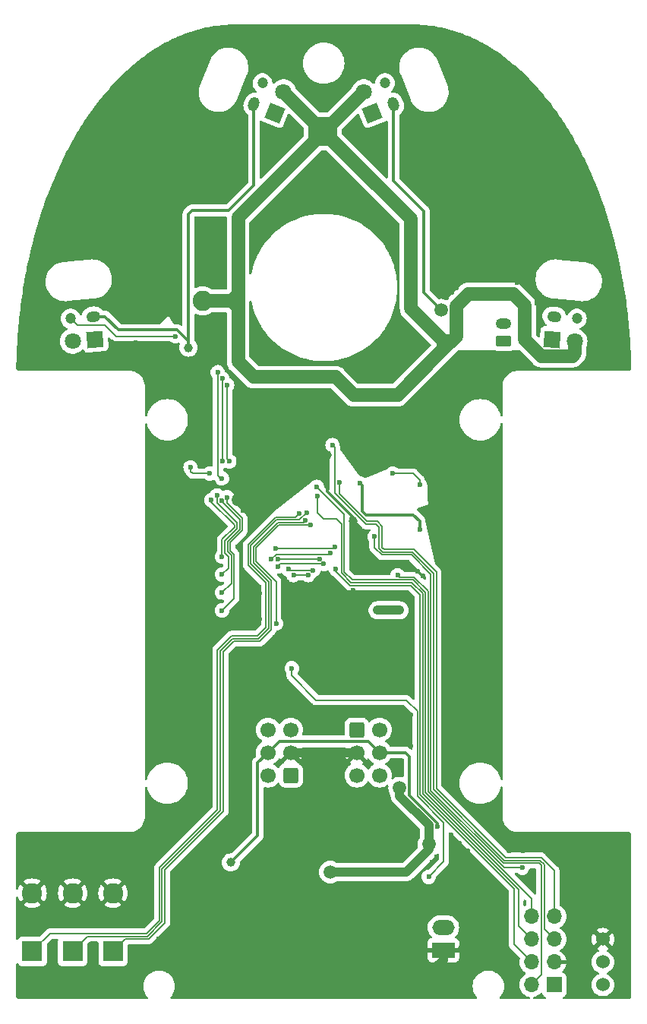
<source format=gbr>
G04 #@! TF.GenerationSoftware,KiCad,Pcbnew,7.0.9-7.0.9~ubuntu22.04.1*
G04 #@! TF.CreationDate,2023-12-15T19:10:04+09:00*
G04 #@! TF.ProjectId,fast_respect,66617374-5f72-4657-9370-6563742e6b69,rev?*
G04 #@! TF.SameCoordinates,Original*
G04 #@! TF.FileFunction,Copper,L2,Bot*
G04 #@! TF.FilePolarity,Positive*
%FSLAX46Y46*%
G04 Gerber Fmt 4.6, Leading zero omitted, Abs format (unit mm)*
G04 Created by KiCad (PCBNEW 7.0.9-7.0.9~ubuntu22.04.1) date 2023-12-15 19:10:04*
%MOMM*%
%LPD*%
G01*
G04 APERTURE LIST*
G04 Aperture macros list*
%AMRoundRect*
0 Rectangle with rounded corners*
0 $1 Rounding radius*
0 $2 $3 $4 $5 $6 $7 $8 $9 X,Y pos of 4 corners*
0 Add a 4 corners polygon primitive as box body*
4,1,4,$2,$3,$4,$5,$6,$7,$8,$9,$2,$3,0*
0 Add four circle primitives for the rounded corners*
1,1,$1+$1,$2,$3*
1,1,$1+$1,$4,$5*
1,1,$1+$1,$6,$7*
1,1,$1+$1,$8,$9*
0 Add four rect primitives between the rounded corners*
20,1,$1+$1,$2,$3,$4,$5,0*
20,1,$1+$1,$4,$5,$6,$7,0*
20,1,$1+$1,$6,$7,$8,$9,0*
20,1,$1+$1,$8,$9,$2,$3,0*%
%AMHorizOval*
0 Thick line with rounded ends*
0 $1 width*
0 $2 $3 position (X,Y) of the first rounded end (center of the circle)*
0 $4 $5 position (X,Y) of the second rounded end (center of the circle)*
0 Add line between two ends*
20,1,$1,$2,$3,$4,$5,0*
0 Add two circle primitives to create the rounded ends*
1,1,$1,$2,$3*
1,1,$1,$4,$5*%
%AMRotRect*
0 Rectangle, with rotation*
0 The origin of the aperture is its center*
0 $1 length*
0 $2 width*
0 $3 Rotation angle, in degrees counterclockwise*
0 Add horizontal line*
21,1,$1,$2,0,0,$3*%
%AMFreePoly0*
4,1,5,0.850000,-1.250000,-0.850000,-1.250000,-0.850000,1.250000,0.850000,1.250000,0.850000,-1.250000,0.850000,-1.250000,$1*%
G04 Aperture macros list end*
G04 #@! TA.AperFunction,ComponentPad*
%ADD10RotRect,1.800000X1.800000X185.000000*%
G04 #@! TD*
G04 #@! TA.AperFunction,ComponentPad*
%ADD11C,1.800000*%
G04 #@! TD*
G04 #@! TA.AperFunction,ComponentPad*
%ADD12HorizOval,1.200000X0.199239X-0.017431X-0.199239X0.017431X0*%
G04 #@! TD*
G04 #@! TA.AperFunction,ComponentPad*
%ADD13HorizOval,1.200000X0.000000X0.000000X0.000000X0.000000X0*%
G04 #@! TD*
G04 #@! TA.AperFunction,ComponentPad*
%ADD14R,1.700000X1.700000*%
G04 #@! TD*
G04 #@! TA.AperFunction,ComponentPad*
%ADD15O,1.700000X1.700000*%
G04 #@! TD*
G04 #@! TA.AperFunction,ComponentPad*
%ADD16RoundRect,0.250000X0.625000X-0.350000X0.625000X0.350000X-0.625000X0.350000X-0.625000X-0.350000X0*%
G04 #@! TD*
G04 #@! TA.AperFunction,ComponentPad*
%ADD17O,1.750000X1.200000*%
G04 #@! TD*
G04 #@! TA.AperFunction,ComponentPad*
%ADD18RotRect,1.800000X1.800000X68.000000*%
G04 #@! TD*
G04 #@! TA.AperFunction,ComponentPad*
%ADD19O,2.500000X1.700000*%
G04 #@! TD*
G04 #@! TA.AperFunction,ComponentPad*
%ADD20FreePoly0,270.000000*%
G04 #@! TD*
G04 #@! TA.AperFunction,ComponentPad*
%ADD21RoundRect,0.250000X0.600000X0.600000X-0.600000X0.600000X-0.600000X-0.600000X0.600000X-0.600000X0*%
G04 #@! TD*
G04 #@! TA.AperFunction,ComponentPad*
%ADD22C,1.700000*%
G04 #@! TD*
G04 #@! TA.AperFunction,ComponentPad*
%ADD23R,2.250000X2.250000*%
G04 #@! TD*
G04 #@! TA.AperFunction,ComponentPad*
%ADD24C,2.250000*%
G04 #@! TD*
G04 #@! TA.AperFunction,ComponentPad*
%ADD25HorizOval,1.200000X0.074921X0.185437X-0.074921X-0.185437X0*%
G04 #@! TD*
G04 #@! TA.AperFunction,ComponentPad*
%ADD26HorizOval,1.200000X0.000000X0.000000X0.000000X0.000000X0*%
G04 #@! TD*
G04 #@! TA.AperFunction,ComponentPad*
%ADD27RotRect,1.800000X1.800000X112.000000*%
G04 #@! TD*
G04 #@! TA.AperFunction,ComponentPad*
%ADD28HorizOval,1.200000X-0.199239X-0.017431X0.199239X0.017431X0*%
G04 #@! TD*
G04 #@! TA.AperFunction,ComponentPad*
%ADD29HorizOval,1.200000X0.000000X0.000000X0.000000X0.000000X0*%
G04 #@! TD*
G04 #@! TA.AperFunction,ComponentPad*
%ADD30RotRect,1.800000X1.800000X355.000000*%
G04 #@! TD*
G04 #@! TA.AperFunction,ComponentPad*
%ADD31C,1.524000*%
G04 #@! TD*
G04 #@! TA.AperFunction,ComponentPad*
%ADD32RoundRect,0.250000X-0.600000X-0.600000X0.600000X-0.600000X0.600000X0.600000X-0.600000X0.600000X0*%
G04 #@! TD*
G04 #@! TA.AperFunction,ComponentPad*
%ADD33HorizOval,1.200000X-0.074921X0.185437X0.074921X-0.185437X0*%
G04 #@! TD*
G04 #@! TA.AperFunction,ComponentPad*
%ADD34HorizOval,1.200000X0.000000X0.000000X0.000000X0.000000X0*%
G04 #@! TD*
G04 #@! TA.AperFunction,ViaPad*
%ADD35C,1.000000*%
G04 #@! TD*
G04 #@! TA.AperFunction,ViaPad*
%ADD36C,0.600000*%
G04 #@! TD*
G04 #@! TA.AperFunction,ViaPad*
%ADD37C,1.500000*%
G04 #@! TD*
G04 #@! TA.AperFunction,ViaPad*
%ADD38C,2.250000*%
G04 #@! TD*
G04 #@! TA.AperFunction,Conductor*
%ADD39C,0.300000*%
G04 #@! TD*
G04 #@! TA.AperFunction,Conductor*
%ADD40C,0.150000*%
G04 #@! TD*
G04 #@! TA.AperFunction,Conductor*
%ADD41C,1.000000*%
G04 #@! TD*
G04 #@! TA.AperFunction,Conductor*
%ADD42C,0.500000*%
G04 #@! TD*
G04 #@! TA.AperFunction,Conductor*
%ADD43C,1.500000*%
G04 #@! TD*
G04 APERTURE END LIST*
D10*
X114530000Y-75779000D03*
D11*
X111999665Y-76000376D03*
D12*
X165691000Y-73248000D03*
D13*
X168221335Y-73469376D03*
D14*
X165700000Y-147730000D03*
D15*
X163160000Y-147730000D03*
X165700000Y-145190000D03*
X163160000Y-145190000D03*
X165700000Y-142650000D03*
X163160000Y-142650000D03*
X165700000Y-140110000D03*
X163160000Y-140110000D03*
D16*
X160080000Y-76000000D03*
D17*
X160080000Y-74000000D03*
D18*
X134573000Y-50539000D03*
D11*
X135524501Y-48183953D03*
D19*
X153350000Y-141330000D03*
D20*
X153350000Y-143870000D03*
D21*
X136320000Y-124380000D03*
D22*
X133780000Y-124380000D03*
X136320000Y-121840000D03*
X133780000Y-121840000D03*
X136320000Y-119300000D03*
X133780000Y-119300000D03*
D23*
X107500000Y-144000000D03*
D24*
X107500000Y-137500000D03*
D25*
X132218000Y-49588000D03*
D26*
X133169501Y-47232953D03*
D23*
X112000000Y-144000000D03*
D24*
X112000000Y-137500000D03*
D27*
X145427000Y-50539000D03*
D11*
X144475499Y-48183953D03*
D28*
X114309000Y-73248000D03*
D29*
X111778665Y-73469376D03*
D30*
X165470000Y-75779000D03*
D11*
X168000335Y-76000376D03*
D31*
X171120000Y-142650000D03*
X171120000Y-145190000D03*
X171120000Y-147730000D03*
D32*
X143680000Y-119300000D03*
D22*
X146220000Y-119300000D03*
X143680000Y-121840000D03*
X146220000Y-121840000D03*
X143680000Y-124380000D03*
X146220000Y-124380000D03*
D23*
X116500000Y-144000000D03*
D24*
X116500000Y-137500000D03*
D33*
X147782000Y-49588000D03*
D34*
X146830499Y-47232953D03*
D35*
X146000000Y-110000000D03*
X170400000Y-77660000D03*
X122950000Y-58800000D03*
X145000000Y-45000000D03*
X155450000Y-143600000D03*
D36*
X149680000Y-117660000D03*
D35*
X116500000Y-132500000D03*
D36*
X132900000Y-107000000D03*
X138290000Y-124880000D03*
X151300000Y-59800000D03*
D35*
X125000000Y-95000000D03*
X122000000Y-104500000D03*
D36*
X125950000Y-75680000D03*
X127400000Y-89470000D03*
X136250000Y-51800000D03*
X156470000Y-57420000D03*
D35*
X156300000Y-66800000D03*
D36*
X156020000Y-132830000D03*
D37*
X130750000Y-83000000D03*
D36*
X171000000Y-138450000D03*
X141225000Y-107500000D03*
X144770000Y-86840000D03*
D35*
X159750000Y-138350000D03*
X141400000Y-132000000D03*
D36*
X173700000Y-135540000D03*
D35*
X132450000Y-45350000D03*
D36*
X149790000Y-109340000D03*
X142750000Y-78450000D03*
D35*
X127000000Y-123000000D03*
D36*
X132130000Y-86070000D03*
X113150000Y-148750000D03*
D35*
X107000000Y-141500000D03*
X134500000Y-111500000D03*
X133900000Y-128100000D03*
D36*
X132250000Y-95250000D03*
X149800000Y-58350000D03*
X148100000Y-66800000D03*
X135250000Y-86080000D03*
D35*
X140000000Y-55650000D03*
X159000000Y-61500000D03*
D37*
X135470000Y-130250000D03*
D35*
X138500000Y-109000000D03*
D36*
X126100000Y-67600000D03*
X153730000Y-71170000D03*
X123137500Y-78250000D03*
X134587500Y-109000000D03*
D35*
X119900000Y-71800000D03*
D36*
X146740000Y-116770000D03*
D35*
X120000000Y-60000000D03*
D36*
X152620000Y-133480000D03*
X126100000Y-65600000D03*
X152950000Y-90600000D03*
X144100000Y-90520000D03*
D35*
X120500000Y-133500000D03*
X130300000Y-42150000D03*
X156000000Y-107000000D03*
D36*
X141450000Y-103130000D03*
D35*
X123000000Y-145500000D03*
D36*
X132200000Y-74000000D03*
X147100000Y-127370000D03*
D35*
X156500000Y-146000000D03*
X118500000Y-133500000D03*
X160000000Y-55000000D03*
X124000000Y-130500000D03*
X166760000Y-133150000D03*
X115000000Y-60000000D03*
D36*
X144740000Y-101660000D03*
D35*
X163000000Y-67500000D03*
X172810000Y-78110000D03*
D36*
X128100000Y-64200000D03*
X168830000Y-78920000D03*
X164150000Y-131000000D03*
D35*
X152500000Y-82900000D03*
D36*
X149820000Y-112070000D03*
D35*
X172000000Y-135500000D03*
X160000000Y-60000000D03*
D36*
X127250000Y-83000000D03*
D35*
X158000000Y-104394922D03*
X152000000Y-146000000D03*
X142850000Y-145600000D03*
X136500000Y-105500000D03*
D36*
X140380000Y-101880000D03*
X156790000Y-137250000D03*
D35*
X144500000Y-112500000D03*
D36*
X133400000Y-52150000D03*
X170740000Y-131040000D03*
X149660000Y-119260000D03*
D35*
X138000000Y-122000000D03*
X171500000Y-68000000D03*
D36*
X127250000Y-73310000D03*
X166600000Y-138100000D03*
D35*
X155750000Y-122500000D03*
X168000000Y-148500000D03*
D36*
X160480000Y-65400000D03*
D35*
X128000000Y-148500000D03*
D36*
X149840000Y-106610000D03*
D35*
X169500000Y-141000000D03*
X120000000Y-140500000D03*
X127000000Y-110500000D03*
D36*
X135650000Y-54500000D03*
X131280000Y-56050000D03*
D35*
X123600000Y-73350000D03*
D36*
X155250000Y-67740000D03*
X146650000Y-52200000D03*
D35*
X168000000Y-142500000D03*
D36*
X142600000Y-52650000D03*
D35*
X107500000Y-72000000D03*
D36*
X150490000Y-101610000D03*
D35*
X143800000Y-126800000D03*
D36*
X155210000Y-64460000D03*
D35*
X142630000Y-137640000D03*
X133350000Y-63200000D03*
X146000000Y-114500000D03*
X110500000Y-132500000D03*
D36*
X144900000Y-80450000D03*
X152300000Y-68700000D03*
X144270000Y-136480000D03*
X118580000Y-143610000D03*
D35*
X108000000Y-67500000D03*
D36*
X173850000Y-138510000D03*
X125930000Y-69610000D03*
D35*
X123700000Y-80650000D03*
D36*
X127320000Y-69820000D03*
X149800000Y-131020000D03*
D35*
X155500000Y-148500000D03*
D36*
X149780000Y-132790000D03*
D35*
X107500000Y-132500000D03*
X133500000Y-113500000D03*
D36*
X136200000Y-81600000D03*
X153080000Y-55110000D03*
D35*
X173000000Y-148500000D03*
X114500000Y-140500000D03*
D36*
X163750000Y-71740000D03*
D35*
X133500000Y-110500000D03*
D36*
X153890000Y-137250000D03*
D37*
X130750000Y-86500000D03*
D36*
X152500000Y-97050000D03*
D35*
X134150000Y-82550000D03*
D36*
X170900000Y-136950000D03*
X122130000Y-142240000D03*
X144200000Y-54250000D03*
D35*
X160650000Y-78620000D03*
D36*
X150850000Y-50730000D03*
X154800000Y-70050000D03*
X144150000Y-62250000D03*
D35*
X122000000Y-92500000D03*
X165000000Y-60000000D03*
X120800000Y-79100000D03*
D36*
X130650000Y-58550000D03*
D35*
X173500000Y-132500000D03*
D36*
X126500000Y-58900000D03*
X152650000Y-58700000D03*
X142330000Y-87880000D03*
X164110000Y-73900000D03*
D35*
X140000000Y-60000000D03*
X121200000Y-70300000D03*
X122000000Y-98000000D03*
X120000000Y-137500000D03*
D36*
X127290000Y-78950000D03*
D35*
X128800000Y-51300000D03*
X128300000Y-54900000D03*
X143250000Y-96070000D03*
D36*
X144050000Y-59400000D03*
X112390000Y-66530000D03*
X154280000Y-70560000D03*
D35*
X124500000Y-107500000D03*
D36*
X152400000Y-61550000D03*
D35*
X115000000Y-55000000D03*
D36*
X155090000Y-131930000D03*
X116310000Y-76090000D03*
X132650000Y-87850000D03*
X149670000Y-121120000D03*
X157370000Y-65740000D03*
X131280000Y-47730000D03*
D35*
X121150000Y-81800000D03*
D36*
X133400000Y-54800000D03*
X138000000Y-107000000D03*
D35*
X107500000Y-78000000D03*
D36*
X131150000Y-53900000D03*
X121585000Y-142645000D03*
D35*
X138700000Y-132000000D03*
X142000000Y-114500000D03*
X155000000Y-55000000D03*
D36*
X143800000Y-51350000D03*
X172380000Y-146540000D03*
D37*
X117440000Y-66790000D03*
D35*
X155000000Y-50000000D03*
X121500000Y-129500000D03*
X110000000Y-65000000D03*
D36*
X127290000Y-75810000D03*
D35*
X138500000Y-118000000D03*
X163040000Y-135860000D03*
D36*
X114900000Y-78900000D03*
D35*
X154750000Y-81240000D03*
X124500000Y-148500000D03*
D36*
X154140000Y-134630000D03*
X148830000Y-56100000D03*
D35*
X161000000Y-148500000D03*
X166750000Y-66200000D03*
D36*
X157030000Y-134670000D03*
D35*
X125000000Y-100000000D03*
D36*
X116570000Y-72670000D03*
X135220000Y-87300000D03*
X152550000Y-93500000D03*
X159300000Y-122650000D03*
D35*
X172000000Y-75000000D03*
D36*
X152120000Y-134050000D03*
D35*
X159500000Y-130500000D03*
X139950000Y-41600000D03*
X140500000Y-111000000D03*
D36*
X126250000Y-77740000D03*
D37*
X130500000Y-93650000D03*
D36*
X143960000Y-88710000D03*
D35*
X122000000Y-112000000D03*
X140380000Y-88650000D03*
D36*
X118570000Y-145710000D03*
D35*
X158000000Y-143500000D03*
X123500000Y-88000000D03*
X147350000Y-63500000D03*
D36*
X132900000Y-104050000D03*
D35*
X158690000Y-79510000D03*
D36*
X150780000Y-54070000D03*
X155260000Y-61810000D03*
D35*
X144150000Y-83900000D03*
D36*
X148100000Y-73150000D03*
D35*
X154140000Y-84320000D03*
D36*
X137100000Y-52850000D03*
D35*
X158990000Y-81710000D03*
X130700000Y-81250000D03*
X144750000Y-145350000D03*
D36*
X152300000Y-65150000D03*
X151050000Y-102180000D03*
D35*
X122000000Y-117500000D03*
D36*
X160750000Y-132750000D03*
D35*
X125000000Y-50000000D03*
X120000000Y-50000000D03*
X120000000Y-55000000D03*
X156000000Y-100000000D03*
X142600000Y-143200000D03*
X161000000Y-145000000D03*
D36*
X149820000Y-115330000D03*
X158410000Y-137800000D03*
D35*
X123300000Y-66950000D03*
X144450000Y-132350000D03*
X135000000Y-45000000D03*
X136000000Y-103500000D03*
D36*
X120530000Y-143770000D03*
D35*
X158000000Y-120000000D03*
D36*
X169710000Y-146450000D03*
D35*
X170000000Y-65000000D03*
D36*
X156700000Y-60180000D03*
D35*
X147600000Y-89362500D03*
X173000000Y-145000000D03*
D36*
X146650000Y-54950000D03*
D35*
X157000000Y-128500000D03*
D36*
X158240000Y-135910000D03*
D35*
X134000000Y-130850000D03*
X127000000Y-117500000D03*
X107700000Y-148550000D03*
D36*
X155480000Y-135900000D03*
X143250000Y-103784500D03*
X131020000Y-94880000D03*
X172500000Y-131030000D03*
D35*
X143650000Y-101300000D03*
X145740000Y-126900000D03*
D36*
X148880000Y-54100000D03*
X136500000Y-61950000D03*
X160150000Y-142050000D03*
X166660000Y-135580000D03*
X115130000Y-66460000D03*
D35*
X138000000Y-111500000D03*
X137450000Y-83400000D03*
X152000000Y-148500000D03*
D36*
X136550000Y-58850000D03*
X123550000Y-57290000D03*
D35*
X123350000Y-61900000D03*
D36*
X162200000Y-132750000D03*
X169010000Y-131030000D03*
D35*
X173000000Y-137500000D03*
X114250000Y-143500000D03*
X142910000Y-133550000D03*
X154000000Y-146800000D03*
D36*
X167350000Y-139550000D03*
D35*
X141700000Y-84150000D03*
X123350000Y-64250000D03*
X120750000Y-63350000D03*
X138500000Y-113000000D03*
X113450000Y-63850000D03*
D36*
X132150000Y-66150000D03*
D35*
X165000000Y-55000000D03*
X160000000Y-50000000D03*
D36*
X125890000Y-73360000D03*
D35*
X114250000Y-145550000D03*
D36*
X129120000Y-53870000D03*
D35*
X134000000Y-117000000D03*
X136000000Y-115000000D03*
X118100000Y-63850000D03*
D36*
X152787500Y-89500000D03*
X155400000Y-127170000D03*
X148880000Y-50910000D03*
D35*
X122000000Y-122000000D03*
D36*
X161490000Y-77360000D03*
D35*
X157500000Y-95000000D03*
D36*
X128100000Y-58750000D03*
D37*
X146800000Y-145862500D03*
D36*
X128200000Y-60300000D03*
D35*
X111250000Y-78450000D03*
X142620000Y-140510000D03*
X127000000Y-127500000D03*
X162450000Y-63300000D03*
X156300000Y-62800000D03*
X127000000Y-98000000D03*
D36*
X173360000Y-131030000D03*
X138390000Y-87790000D03*
D35*
X138950000Y-81900000D03*
X156000000Y-117250000D03*
D36*
X167000000Y-131000000D03*
D35*
X109750000Y-143450000D03*
D36*
X149800000Y-131850000D03*
X127900000Y-62500000D03*
X160260000Y-67130000D03*
X127250000Y-80770000D03*
D35*
X135250000Y-132250000D03*
X169000000Y-137500000D03*
D36*
X142620000Y-136500000D03*
X161810000Y-131040000D03*
D37*
X128137500Y-147100000D03*
D35*
X155000000Y-45000000D03*
X158750000Y-100000000D03*
D36*
X158220000Y-58820000D03*
D35*
X139900000Y-49400000D03*
X124500000Y-143500000D03*
X150850000Y-41900000D03*
X143400000Y-99600000D03*
X140050000Y-132000000D03*
X109750000Y-145500000D03*
X113500000Y-132500000D03*
D36*
X136650000Y-78250000D03*
D35*
X110000000Y-140500000D03*
X158000000Y-109000000D03*
X118100000Y-73300000D03*
X168000000Y-145000000D03*
D36*
X161590000Y-69480000D03*
D35*
X157500000Y-90000000D03*
D36*
X163090000Y-78930000D03*
D35*
X137200000Y-131600000D03*
X126500000Y-143500000D03*
X156000000Y-111750000D03*
D36*
X157350000Y-62120000D03*
D35*
X158000000Y-114500000D03*
X125000000Y-45000000D03*
X157050000Y-81200000D03*
D36*
X154180000Y-131000000D03*
X131100000Y-51050000D03*
D35*
X133250000Y-77150000D03*
D36*
X160200000Y-140050000D03*
D35*
X142900000Y-132350000D03*
X125000000Y-55000000D03*
D36*
X127600000Y-67350000D03*
X119070000Y-76180000D03*
D37*
X117530000Y-69810000D03*
D36*
X159390000Y-65300000D03*
D35*
X170500000Y-72000000D03*
X173500000Y-141000000D03*
D36*
X124600000Y-91800000D03*
D35*
X118750000Y-148550000D03*
D36*
X140721541Y-99624500D03*
X134156015Y-100265052D03*
X134890000Y-101100000D03*
X140010486Y-100823165D03*
X139522250Y-100254500D03*
X134905500Y-100260000D03*
D37*
X148460000Y-125790000D03*
X140730000Y-135160000D03*
D35*
X146000000Y-105970000D03*
D37*
X153098618Y-72533283D03*
D35*
X148460000Y-105970000D03*
X124912500Y-76710000D03*
D37*
X151710000Y-132040000D03*
D36*
X136038128Y-101406372D03*
X138810131Y-101535735D03*
X138274500Y-102060000D03*
X136630000Y-102060000D03*
X136437500Y-112450000D03*
X151710000Y-135690000D03*
D38*
X126490000Y-71490000D03*
D36*
X128092673Y-93170000D03*
X128662500Y-102000000D03*
X128662500Y-104000000D03*
X128617673Y-93784001D03*
X129250447Y-93382315D03*
X128662500Y-106000000D03*
X138535688Y-96493091D03*
X134694500Y-107450000D03*
X137266256Y-95185731D03*
X138116503Y-95077240D03*
X137970000Y-95965500D03*
X129230000Y-80870000D03*
X129493304Y-89381547D03*
X123490000Y-75440000D03*
X127271398Y-90748602D03*
X125150500Y-90050000D03*
X127470000Y-93710000D03*
X128662500Y-100000000D03*
X128650000Y-91274500D03*
X128181000Y-79450000D03*
X128705500Y-80160000D03*
X128730000Y-89360000D03*
X150687500Y-97000000D03*
X144070000Y-91820000D03*
X152659500Y-130120000D03*
D35*
X129640000Y-134080000D03*
D36*
X162150000Y-134675000D03*
X148234500Y-102075500D03*
X147710000Y-90750000D03*
X150687500Y-92000000D03*
X140980000Y-87570000D03*
X141770000Y-91710000D03*
X139250000Y-92220000D03*
X141250000Y-98920000D03*
X134670000Y-99100000D03*
X141340000Y-101380000D03*
X145670000Y-97774500D03*
X139310000Y-93225500D03*
D39*
X141225000Y-107500000D02*
X142620000Y-107500000D01*
D40*
X127250000Y-79170000D02*
X127250000Y-80770000D01*
D39*
X138500000Y-109000000D02*
X139725000Y-109000000D01*
D41*
X128137500Y-147100000D02*
X129307500Y-148270000D01*
X130750000Y-86500000D02*
X130750000Y-93400000D01*
D39*
X138290000Y-124880000D02*
X138440000Y-124730000D01*
D40*
X127290000Y-79210000D02*
X127250000Y-79170000D01*
D39*
X124210000Y-143790000D02*
X122730000Y-143790000D01*
X124500000Y-143500000D02*
X124210000Y-143790000D01*
D41*
X152137500Y-145862500D02*
X152000000Y-146000000D01*
X153350000Y-143870000D02*
X153350000Y-144950000D01*
D40*
X127290000Y-78950000D02*
X127290000Y-79210000D01*
D39*
X135470000Y-130250000D02*
X135470000Y-130170000D01*
X143250000Y-106870000D02*
X143250000Y-103784500D01*
D40*
X126250000Y-77740000D02*
X127030000Y-78950000D01*
D41*
X138160000Y-121840000D02*
X143680000Y-121840000D01*
D39*
X154680000Y-85245000D02*
X154140000Y-84705000D01*
X147600000Y-89362500D02*
X152650000Y-89362500D01*
X126200000Y-143400000D02*
X126100000Y-143500000D01*
X154680000Y-86090000D02*
X154680000Y-85245000D01*
X138440000Y-124730000D02*
X138440000Y-123960000D01*
D41*
X130750000Y-83000000D02*
X130750000Y-86500000D01*
D39*
X134587500Y-109000000D02*
X138500000Y-109000000D01*
D41*
X153350000Y-144950000D02*
X152437500Y-145862500D01*
D39*
X152787500Y-89500000D02*
X152787500Y-87982500D01*
X135470000Y-128740000D02*
X138440000Y-125770000D01*
D41*
X144392500Y-148270000D02*
X146800000Y-145862500D01*
X152437500Y-145862500D02*
X152137500Y-145862500D01*
X136320000Y-121840000D02*
X137840000Y-121840000D01*
D39*
X143250000Y-95580000D02*
X140380000Y-92710000D01*
D41*
X152000000Y-146000000D02*
X151862500Y-145862500D01*
D39*
X152650000Y-89362500D02*
X152787500Y-89500000D01*
X135470000Y-130170000D02*
X135470000Y-128740000D01*
X122730000Y-143790000D02*
X121585000Y-142645000D01*
D41*
X130750000Y-93400000D02*
X130500000Y-93650000D01*
D39*
X138440000Y-125770000D02*
X138440000Y-125030000D01*
D40*
X123567500Y-77820000D02*
X125900000Y-77820000D01*
D39*
X142620000Y-107500000D02*
X143250000Y-106870000D01*
X124790000Y-143790000D02*
X124500000Y-143500000D01*
X154140000Y-84320000D02*
X153755000Y-84320000D01*
X143250000Y-96070000D02*
X143250000Y-95580000D01*
X154140000Y-84705000D02*
X154140000Y-84320000D01*
X126000000Y-143600000D02*
X125810000Y-143790000D01*
X153755000Y-84320000D02*
X152335000Y-82900000D01*
X139725000Y-109000000D02*
X141225000Y-107500000D01*
D40*
X125900000Y-77820000D02*
X126250000Y-77740000D01*
D39*
X138440000Y-123960000D02*
X136320000Y-121840000D01*
D40*
X123137500Y-78250000D02*
X123567500Y-77820000D01*
X127030000Y-78950000D02*
X127290000Y-78950000D01*
X127250000Y-80770000D02*
X127250000Y-83000000D01*
D39*
X126000000Y-143500000D02*
X126000000Y-143600000D01*
X138440000Y-125030000D02*
X138290000Y-124880000D01*
X126100000Y-143500000D02*
X126000000Y-143500000D01*
X125810000Y-143790000D02*
X124790000Y-143790000D01*
D41*
X129307500Y-148270000D02*
X144392500Y-148270000D01*
X151862500Y-145862500D02*
X146800000Y-145862500D01*
X138000000Y-122000000D02*
X138160000Y-121840000D01*
D39*
X140380000Y-92710000D02*
X140380000Y-88650000D01*
X152787500Y-87982500D02*
X154680000Y-86090000D01*
D41*
X137840000Y-121840000D02*
X138000000Y-122000000D01*
D40*
X134156015Y-100265052D02*
X134691067Y-99730000D01*
X134691067Y-99730000D02*
X140616041Y-99730000D01*
X140616041Y-99730000D02*
X140721541Y-99624500D01*
X134890000Y-101080000D02*
X134890000Y-101100000D01*
X135146835Y-100823165D02*
X134890000Y-101080000D01*
X140010486Y-100823165D02*
X135146835Y-100823165D01*
X134905500Y-100260000D02*
X139516750Y-100260000D01*
X139516750Y-100260000D02*
X139522250Y-100254500D01*
D39*
X124912500Y-76013971D02*
X124912500Y-76710000D01*
X124912500Y-76710000D02*
X124912500Y-61797500D01*
X147782000Y-49588000D02*
X147782000Y-58102000D01*
X125290000Y-61420000D02*
X129430000Y-61420000D01*
D41*
X151710000Y-132640000D02*
X151710000Y-132040000D01*
X140730000Y-135160000D02*
X149190000Y-135160000D01*
D39*
X165691000Y-73248000D02*
X165691000Y-73231000D01*
D41*
X149190000Y-135160000D02*
X151710000Y-132640000D01*
X151710000Y-129920000D02*
X148460000Y-126670000D01*
X146000000Y-105970000D02*
X148460000Y-105970000D01*
D39*
X151150000Y-61470000D02*
X151150000Y-70584665D01*
X147782000Y-58102000D02*
X151150000Y-61470000D01*
X114309000Y-73248000D02*
X115608000Y-73248000D01*
X123638529Y-74740000D02*
X124912500Y-76013971D01*
X115608000Y-73248000D02*
X117100000Y-74740000D01*
X132218000Y-58632000D02*
X132218000Y-49588000D01*
D41*
X151710000Y-132040000D02*
X151710000Y-129920000D01*
D39*
X117100000Y-74740000D02*
X123638529Y-74740000D01*
D41*
X148460000Y-126670000D02*
X148460000Y-125790000D01*
D39*
X151150000Y-70584665D02*
X153098618Y-72533283D01*
X124912500Y-61797500D02*
X125290000Y-61420000D01*
X129430000Y-61420000D02*
X132218000Y-58632000D01*
D40*
X138809396Y-101535000D02*
X136166756Y-101535000D01*
X138810131Y-101535735D02*
X138809396Y-101535000D01*
X136166756Y-101535000D02*
X136038128Y-101406372D01*
X138274500Y-102060000D02*
X136630000Y-102060000D01*
X136437500Y-113267500D02*
X136437500Y-112450000D01*
X150450000Y-126684264D02*
X150450000Y-117240000D01*
X151710000Y-135690000D02*
X153390000Y-134010000D01*
X153390000Y-134010000D02*
X153390000Y-129624264D01*
X139160000Y-115990000D02*
X136437500Y-113267500D01*
X149200000Y-115990000D02*
X139160000Y-115990000D01*
X153390000Y-129624264D02*
X150450000Y-126684264D01*
X150450000Y-117240000D02*
X149200000Y-115990000D01*
D42*
X152935000Y-75565000D02*
X152875000Y-75625000D01*
D43*
X154748618Y-75501382D02*
X153810000Y-76440000D01*
X130450000Y-62209452D02*
X130450000Y-62580000D01*
X132170000Y-80000000D02*
X141330000Y-80000000D01*
X153810000Y-76440000D02*
X152875000Y-77375000D01*
X153810000Y-76440000D02*
X152935000Y-75565000D01*
X154748618Y-72061382D02*
X156110000Y-70700000D01*
X168000335Y-77369665D02*
X168000335Y-76000376D01*
X156110000Y-70700000D02*
X161110000Y-70700000D01*
X126490000Y-71490000D02*
X129770000Y-71490000D01*
X130450000Y-72170000D02*
X129770000Y-71490000D01*
X129770000Y-71490000D02*
X130450000Y-70810000D01*
X130450000Y-72480000D02*
X130450000Y-72170000D01*
X164269015Y-77654015D02*
X167715985Y-77654015D01*
X149730000Y-72360000D02*
X149730000Y-62389452D01*
X148240000Y-82010000D02*
X152875000Y-77375000D01*
X141330000Y-80000000D02*
X143340000Y-82010000D01*
D42*
X152935000Y-75565000D02*
X152998618Y-75501382D01*
D43*
X162400000Y-71990000D02*
X162400000Y-75785000D01*
D42*
X152875000Y-75625000D02*
X152875000Y-77375000D01*
D43*
X167715985Y-77654015D02*
X168000335Y-77369665D01*
X144475499Y-48183953D02*
X130450000Y-62209452D01*
X161110000Y-70700000D02*
X162400000Y-71990000D01*
X143340000Y-82010000D02*
X148240000Y-82010000D01*
D42*
X152998618Y-75501382D02*
X154748618Y-75501382D01*
D43*
X154748618Y-75501382D02*
X154748618Y-72061382D01*
X135524501Y-48183953D02*
X149670274Y-62329726D01*
X130450000Y-62580000D02*
X130450000Y-70810000D01*
X130450000Y-72480000D02*
X130450000Y-78280000D01*
X162400000Y-75785000D02*
X164269015Y-77654015D01*
X130450000Y-78280000D02*
X132170000Y-80000000D01*
X152935000Y-75565000D02*
X149730000Y-72360000D01*
X130450000Y-70810000D02*
X130450000Y-72480000D01*
D40*
X128092673Y-94002673D02*
X130340000Y-96250000D01*
X129390000Y-101272500D02*
X128662500Y-102000000D01*
X128990000Y-99585037D02*
X129390000Y-99985037D01*
X128092673Y-93170000D02*
X128092673Y-94002673D01*
X130340000Y-96250000D02*
X130340000Y-96854264D01*
X130340000Y-96854264D02*
X128990000Y-98204264D01*
X129390000Y-99985037D02*
X129390000Y-101272500D01*
X128990000Y-98204264D02*
X128990000Y-99585037D01*
X129290000Y-98328528D02*
X129290000Y-99460773D01*
X129690000Y-99860773D02*
X129690000Y-102972500D01*
X129690000Y-102972500D02*
X128662500Y-104000000D01*
X129290000Y-99460773D02*
X129690000Y-99860773D01*
X128617673Y-93784001D02*
X128617673Y-93831937D01*
X128617673Y-93831937D02*
X130640000Y-95854264D01*
X130640000Y-96978528D02*
X129290000Y-98328528D01*
X130640000Y-95854264D02*
X130640000Y-96978528D01*
X129250447Y-93382315D02*
X129250447Y-94040447D01*
X130940000Y-97102792D02*
X129590000Y-98452792D01*
X129990000Y-99736509D02*
X129990000Y-104672500D01*
X129590000Y-98452792D02*
X129590000Y-99336509D01*
X129590000Y-99336509D02*
X129990000Y-99736509D01*
X129250447Y-94040447D02*
X130940000Y-95730000D01*
X129990000Y-104672500D02*
X128662500Y-106000000D01*
X130940000Y-95730000D02*
X130940000Y-97102792D01*
X132480000Y-100569708D02*
X134694500Y-102784208D01*
X134694500Y-102784208D02*
X134694500Y-107450000D01*
X135010000Y-96490000D02*
X132480000Y-99020000D01*
X138532597Y-96490000D02*
X135010000Y-96490000D01*
X132480000Y-99020000D02*
X132480000Y-100569708D01*
X138535688Y-96493091D02*
X138532597Y-96490000D01*
X109480000Y-142020000D02*
X107500000Y-144000000D01*
X137266256Y-95185731D02*
X136861987Y-95590000D01*
X128150000Y-128201472D02*
X121670000Y-134681472D01*
X131580000Y-100942500D02*
X133570000Y-102932500D01*
X128150000Y-110401472D02*
X128150000Y-128201472D01*
X133570000Y-107861472D02*
X132591472Y-108840000D01*
X129711472Y-108840000D02*
X128150000Y-110401472D01*
X134637208Y-95590000D02*
X131580000Y-98647208D01*
X131580000Y-98647208D02*
X131580000Y-100942500D01*
X132591472Y-108840000D02*
X129711472Y-108840000D01*
X133570000Y-102932500D02*
X133570000Y-107861472D01*
X120221472Y-142020000D02*
X109480000Y-142020000D01*
X121670000Y-134681472D02*
X121670000Y-140571472D01*
X121670000Y-140571472D02*
X120221472Y-142020000D01*
X136861987Y-95590000D02*
X134637208Y-95590000D01*
X121970000Y-140695736D02*
X120345736Y-142320000D01*
X131880000Y-98771472D02*
X131880000Y-100818236D01*
X133870000Y-102808236D02*
X133870000Y-107985736D01*
X132715736Y-109140000D02*
X129835736Y-109140000D01*
X129835736Y-109140000D02*
X128450000Y-110525736D01*
X120345736Y-142320000D02*
X113680000Y-142320000D01*
X138116503Y-95077240D02*
X137303743Y-95890000D01*
X128450000Y-128325736D02*
X121970000Y-134805736D01*
X131880000Y-100818236D02*
X133870000Y-102808236D01*
X137303743Y-95890000D02*
X134761472Y-95890000D01*
X133870000Y-107985736D02*
X132715736Y-109140000D01*
X134761472Y-95890000D02*
X131880000Y-98771472D01*
X113680000Y-142320000D02*
X112000000Y-144000000D01*
X128450000Y-110525736D02*
X128450000Y-128325736D01*
X121970000Y-134805736D02*
X121970000Y-140695736D01*
X117880000Y-142620000D02*
X120470000Y-142620000D01*
X134885736Y-96190000D02*
X137745500Y-96190000D01*
X134170000Y-102683972D02*
X132180000Y-100693972D01*
X128790000Y-110610000D02*
X129960000Y-109440000D01*
X129960000Y-109440000D02*
X132840000Y-109440000D01*
X122270000Y-140820000D02*
X122270000Y-134930000D01*
X116500000Y-144000000D02*
X117880000Y-142620000D01*
X128790000Y-128410000D02*
X128790000Y-110610000D01*
X132840000Y-109440000D02*
X134170000Y-108110000D01*
X120470000Y-142620000D02*
X122270000Y-140820000D01*
X132180000Y-98895736D02*
X134885736Y-96190000D01*
X132180000Y-100693972D02*
X132180000Y-98895736D01*
X134170000Y-108110000D02*
X134170000Y-102683972D01*
X122270000Y-134930000D02*
X128790000Y-128410000D01*
X137745500Y-96190000D02*
X137970000Y-95965500D01*
X129230000Y-80870000D02*
X129230000Y-89118243D01*
X129230000Y-89118243D02*
X129493304Y-89381547D01*
X125398602Y-90748602D02*
X127271398Y-90748602D01*
X125150500Y-90050000D02*
X125150500Y-90500500D01*
X125150500Y-90500500D02*
X125398602Y-90748602D01*
X115610000Y-74230000D02*
X116820000Y-75440000D01*
X112539289Y-74230000D02*
X115610000Y-74230000D01*
X111778665Y-73469376D02*
X112539289Y-74230000D01*
X116820000Y-75440000D02*
X123490000Y-75440000D01*
X127470000Y-93710000D02*
X127470000Y-93910000D01*
X127470000Y-93910000D02*
X130040000Y-96480000D01*
X130040000Y-96480000D02*
X130040000Y-96730000D01*
X130040000Y-96730000D02*
X128660000Y-98110000D01*
X128660000Y-99997500D02*
X128662500Y-100000000D01*
X128660000Y-98110000D02*
X128660000Y-99997500D01*
X128180500Y-90980500D02*
X128474500Y-91274500D01*
X128181000Y-79450000D02*
X128180500Y-79450500D01*
X128474500Y-91274500D02*
X128650000Y-91274500D01*
X128180500Y-79450500D02*
X128180500Y-90980500D01*
X128705500Y-89335500D02*
X128730000Y-89360000D01*
X128705500Y-80160000D02*
X128705500Y-89335500D01*
D39*
X144680000Y-95360000D02*
X149990000Y-95360000D01*
X149990000Y-95360000D02*
X150687500Y-96057500D01*
X144070000Y-91820000D02*
X144300000Y-92050000D01*
X144300000Y-92050000D02*
X144300000Y-94980000D01*
X144300000Y-94980000D02*
X144680000Y-95360000D01*
X150687500Y-96057500D02*
X150687500Y-97000000D01*
X149570000Y-126648630D02*
X149570000Y-122290000D01*
X144970000Y-120590000D02*
X146220000Y-121840000D01*
X133780000Y-121840000D02*
X135030000Y-120590000D01*
X152659500Y-129738130D02*
X149570000Y-126648630D01*
X149120000Y-121840000D02*
X146220000Y-121840000D01*
X152659500Y-130120000D02*
X152659500Y-129738130D01*
X135030000Y-120590000D02*
X144970000Y-120590000D01*
X149570000Y-122290000D02*
X149120000Y-121840000D01*
X132630000Y-131100000D02*
X132630000Y-122990000D01*
X132630000Y-122990000D02*
X133780000Y-121840000D01*
X129640000Y-134080000D02*
X129650000Y-134080000D01*
X129650000Y-134080000D02*
X132630000Y-131100000D01*
D40*
X151650000Y-103867208D02*
X151650000Y-126187208D01*
X151650000Y-126187208D02*
X160137792Y-134675000D01*
X148459000Y-102300000D02*
X150082792Y-102300000D01*
X150082792Y-102300000D02*
X151650000Y-103867208D01*
X148234500Y-102075500D02*
X148459000Y-102300000D01*
X160137792Y-134675000D02*
X162150000Y-134675000D01*
X150687500Y-91447500D02*
X150687500Y-92000000D01*
X149990000Y-90750000D02*
X150687500Y-91447500D01*
X147710000Y-90750000D02*
X149990000Y-90750000D01*
X152250000Y-125938680D02*
X160161320Y-133850000D01*
X146195000Y-96725000D02*
X146195000Y-99100736D01*
X145830000Y-96360000D02*
X146195000Y-96725000D01*
X149884264Y-99500000D02*
X152250000Y-101865736D01*
X141240000Y-92914264D02*
X144685736Y-96360000D01*
X144685736Y-96360000D02*
X145830000Y-96360000D01*
X146195000Y-99100736D02*
X146594264Y-99500000D01*
X164570000Y-141520000D02*
X165700000Y-142650000D01*
X160161320Y-133850000D02*
X164144264Y-133850000D01*
X164144264Y-133850000D02*
X164570000Y-134275736D01*
X164570000Y-134275736D02*
X164570000Y-141520000D01*
X152250000Y-101865736D02*
X152250000Y-125938680D01*
X141240000Y-87830000D02*
X141240000Y-92914264D01*
X146594264Y-99500000D02*
X149884264Y-99500000D01*
X140980000Y-87570000D02*
X141240000Y-87830000D01*
X144810000Y-96060000D02*
X145954264Y-96060000D01*
X152550000Y-101741472D02*
X152550000Y-125814416D01*
X146718528Y-99200000D02*
X150008528Y-99200000D01*
X146495000Y-98976472D02*
X146718528Y-99200000D01*
X152550000Y-125814416D02*
X160285584Y-133550000D01*
X165700000Y-134981472D02*
X165700000Y-140110000D01*
X146495000Y-96600736D02*
X146495000Y-98976472D01*
X141770000Y-93020000D02*
X144810000Y-96060000D01*
X145954264Y-96060000D02*
X146495000Y-96600736D01*
X150008528Y-99200000D02*
X152550000Y-101741472D01*
X141770000Y-91710000D02*
X141770000Y-93020000D01*
X164268528Y-133550000D02*
X165700000Y-134981472D01*
X160285584Y-133550000D02*
X164268528Y-133550000D01*
X139250000Y-92220000D02*
X139274746Y-92220000D01*
X142290000Y-101711472D02*
X143178528Y-102600000D01*
X149958528Y-102600000D02*
X151350000Y-103991472D01*
X151350000Y-103991472D02*
X151350000Y-126311472D01*
X142290000Y-101711472D02*
X142290000Y-95260000D01*
X143178528Y-102600000D02*
X149958528Y-102600000D01*
X151350000Y-126311472D02*
X163160000Y-138121472D01*
X142290000Y-95260000D02*
X139250000Y-92220000D01*
X163160000Y-138121472D02*
X163160000Y-140110000D01*
X134670000Y-99100000D02*
X141070000Y-99100000D01*
X141070000Y-99100000D02*
X141250000Y-98920000D01*
X150750000Y-104240000D02*
X150750000Y-126560000D01*
X142930000Y-103200000D02*
X149710000Y-103200000D01*
X150750000Y-126560000D02*
X161210000Y-137020000D01*
X149710000Y-103200000D02*
X150750000Y-104240000D01*
X161210000Y-137020000D02*
X161210000Y-143240000D01*
X141340000Y-101610000D02*
X142930000Y-103200000D01*
X161210000Y-143240000D02*
X163160000Y-145190000D01*
X141340000Y-101380000D02*
X141340000Y-101610000D01*
X149760000Y-99800000D02*
X151950000Y-101990000D01*
X164020000Y-134150000D02*
X164270000Y-134400000D01*
X160037056Y-134150000D02*
X164020000Y-134150000D01*
X151950000Y-126062944D02*
X160037056Y-134150000D01*
X145670000Y-99000000D02*
X146470000Y-99800000D01*
X151950000Y-101990000D02*
X151950000Y-126062944D01*
X164270000Y-146620000D02*
X163160000Y-147730000D01*
X145670000Y-97774500D02*
X145670000Y-99000000D01*
X146470000Y-99800000D02*
X149760000Y-99800000D01*
X164270000Y-134400000D02*
X164270000Y-146620000D01*
X139310000Y-93225500D02*
X139310000Y-95100000D01*
X151050000Y-104115736D02*
X151050000Y-126435736D01*
X161707537Y-141197537D02*
X163160000Y-142650000D01*
X139310000Y-95100000D02*
X140000000Y-95790000D01*
X151050000Y-126435736D02*
X161707537Y-137093273D01*
X140000000Y-95790000D02*
X141400000Y-95790000D01*
X141990000Y-101835736D02*
X143054264Y-102900000D01*
X149834264Y-102900000D02*
X151050000Y-104115736D01*
X143054264Y-102900000D02*
X149834264Y-102900000D01*
X161707537Y-137093273D02*
X161707537Y-141197537D01*
X141990000Y-96380000D02*
X141990000Y-101835736D01*
X141400000Y-95790000D02*
X141990000Y-96380000D01*
G04 #@! TA.AperFunction,Conductor*
G36*
X140519011Y-101534655D02*
G01*
X140564225Y-101587922D01*
X140567954Y-101597327D01*
X140614211Y-101729523D01*
X140701027Y-101867689D01*
X140710184Y-101882262D01*
X140837738Y-102009816D01*
X140879707Y-102036187D01*
X140990477Y-102105789D01*
X141012112Y-102113359D01*
X141058840Y-102142720D01*
X142493520Y-103577400D01*
X142498861Y-103583490D01*
X142519549Y-103610451D01*
X142530271Y-103618678D01*
X142548486Y-103632656D01*
X142548491Y-103632660D01*
X142571712Y-103650478D01*
X142639768Y-103702699D01*
X142686110Y-103721894D01*
X142718879Y-103735468D01*
X142752175Y-103749259D01*
X142779764Y-103760687D01*
X142892280Y-103775500D01*
X142930000Y-103780466D01*
X142963688Y-103776030D01*
X142971786Y-103775500D01*
X149420258Y-103775500D01*
X149487297Y-103795185D01*
X149507939Y-103811819D01*
X150138181Y-104442061D01*
X150171666Y-104503384D01*
X150174500Y-104529742D01*
X150174500Y-115851258D01*
X150154815Y-115918297D01*
X150102011Y-115964052D01*
X150032853Y-115973996D01*
X149969297Y-115944971D01*
X149962819Y-115938939D01*
X149636489Y-115612609D01*
X149631136Y-115606506D01*
X149628486Y-115603053D01*
X149610451Y-115579549D01*
X149610449Y-115579547D01*
X149610448Y-115579546D01*
X149581963Y-115557689D01*
X149581952Y-115557680D01*
X149490232Y-115487301D01*
X149408224Y-115453332D01*
X149350236Y-115429313D01*
X149296906Y-115422291D01*
X149234098Y-115414023D01*
X149234083Y-115414021D01*
X149207196Y-115410482D01*
X149200000Y-115409535D01*
X149199999Y-115409535D01*
X149199998Y-115409535D01*
X149180965Y-115412040D01*
X149166317Y-115413969D01*
X149158219Y-115414500D01*
X139449742Y-115414500D01*
X139382703Y-115394815D01*
X139362061Y-115378181D01*
X137086622Y-113102742D01*
X137053137Y-113041419D01*
X137058121Y-112971727D01*
X137069310Y-112949088D01*
X137163288Y-112799524D01*
X137222868Y-112629254D01*
X137222869Y-112629249D01*
X137243065Y-112450003D01*
X137243065Y-112449996D01*
X137222869Y-112270750D01*
X137222868Y-112270745D01*
X137163288Y-112100476D01*
X137067315Y-111947737D01*
X136939762Y-111820184D01*
X136787023Y-111724211D01*
X136616754Y-111664631D01*
X136616749Y-111664630D01*
X136437504Y-111644435D01*
X136437496Y-111644435D01*
X136258250Y-111664630D01*
X136258245Y-111664631D01*
X136087976Y-111724211D01*
X135935237Y-111820184D01*
X135807684Y-111947737D01*
X135711711Y-112100476D01*
X135652131Y-112270745D01*
X135652130Y-112270750D01*
X135631935Y-112449996D01*
X135631935Y-112450003D01*
X135652130Y-112629249D01*
X135652131Y-112629254D01*
X135711711Y-112799523D01*
X135807684Y-112952262D01*
X135825681Y-112970259D01*
X135859166Y-113031582D01*
X135862000Y-113057940D01*
X135862000Y-113225719D01*
X135861469Y-113233821D01*
X135857035Y-113267498D01*
X135861521Y-113301583D01*
X135861523Y-113301598D01*
X135876813Y-113417734D01*
X135876813Y-113417735D01*
X135934802Y-113557734D01*
X136005180Y-113649452D01*
X136005189Y-113649463D01*
X136027046Y-113677948D01*
X136027047Y-113677949D01*
X136027049Y-113677951D01*
X136050553Y-113695986D01*
X136054006Y-113698636D01*
X136060109Y-113703989D01*
X138723520Y-116367400D01*
X138728861Y-116373490D01*
X138749549Y-116400451D01*
X138760271Y-116408678D01*
X138778486Y-116422656D01*
X138778491Y-116422660D01*
X138779732Y-116423612D01*
X138869767Y-116492698D01*
X139009764Y-116550687D01*
X139122280Y-116565500D01*
X139122281Y-116565500D01*
X139124294Y-116565765D01*
X139124313Y-116565766D01*
X139160000Y-116570465D01*
X139160001Y-116570465D01*
X139173265Y-116568718D01*
X139193682Y-116566030D01*
X139201781Y-116565500D01*
X148910258Y-116565500D01*
X148977297Y-116585185D01*
X148997939Y-116601819D01*
X149838181Y-117442061D01*
X149871666Y-117503384D01*
X149874500Y-117529742D01*
X149874500Y-121375192D01*
X149854815Y-121442231D01*
X149802011Y-121487986D01*
X149732853Y-121497930D01*
X149669297Y-121468905D01*
X149662819Y-121462873D01*
X149640434Y-121440488D01*
X149630361Y-121427914D01*
X149630174Y-121428070D01*
X149625201Y-121422059D01*
X149572756Y-121372810D01*
X149551035Y-121351089D01*
X149545240Y-121346594D01*
X149540798Y-121342799D01*
X149505396Y-121309554D01*
X149505388Y-121309548D01*
X149486792Y-121299325D01*
X149470531Y-121288644D01*
X149453763Y-121275637D01*
X149430295Y-121265482D01*
X149409178Y-121256343D01*
X149403956Y-121253786D01*
X149361368Y-121230373D01*
X149361365Y-121230372D01*
X149340801Y-121225092D01*
X149322396Y-121218790D01*
X149302927Y-121210365D01*
X149302921Y-121210363D01*
X149254951Y-121202766D01*
X149249236Y-121201582D01*
X149232772Y-121197355D01*
X149202180Y-121189500D01*
X149202177Y-121189500D01*
X149180955Y-121189500D01*
X149161555Y-121187973D01*
X149140596Y-121184653D01*
X149140595Y-121184653D01*
X149116786Y-121186903D01*
X149092230Y-121189225D01*
X149086392Y-121189500D01*
X147477721Y-121189500D01*
X147410682Y-121169815D01*
X147376146Y-121136623D01*
X147258494Y-120968597D01*
X147091402Y-120801506D01*
X147091396Y-120801501D01*
X146905842Y-120671575D01*
X146862217Y-120616998D01*
X146855023Y-120547500D01*
X146886546Y-120485145D01*
X146905842Y-120468425D01*
X146928026Y-120452891D01*
X147091401Y-120338495D01*
X147258495Y-120171401D01*
X147394035Y-119977830D01*
X147493903Y-119763663D01*
X147555063Y-119535408D01*
X147575659Y-119300000D01*
X147555063Y-119064592D01*
X147493903Y-118836337D01*
X147394035Y-118622171D01*
X147388425Y-118614158D01*
X147258494Y-118428597D01*
X147091402Y-118261506D01*
X147091395Y-118261501D01*
X146897834Y-118125967D01*
X146897830Y-118125965D01*
X146857777Y-118107288D01*
X146683663Y-118026097D01*
X146683659Y-118026096D01*
X146683655Y-118026094D01*
X146455413Y-117964938D01*
X146455403Y-117964936D01*
X146220001Y-117944341D01*
X146219999Y-117944341D01*
X145984596Y-117964936D01*
X145984586Y-117964938D01*
X145756344Y-118026094D01*
X145756335Y-118026098D01*
X145542171Y-118125964D01*
X145542169Y-118125965D01*
X145348597Y-118261505D01*
X145181503Y-118428599D01*
X145180349Y-118429975D01*
X145179688Y-118430414D01*
X145177676Y-118432427D01*
X145177271Y-118432022D01*
X145122173Y-118468671D01*
X145052312Y-118469772D01*
X144992946Y-118432928D01*
X144967663Y-118389265D01*
X144964814Y-118380666D01*
X144872712Y-118231344D01*
X144748656Y-118107288D01*
X144655888Y-118050069D01*
X144599336Y-118015187D01*
X144599331Y-118015185D01*
X144597862Y-118014698D01*
X144432797Y-117960001D01*
X144432795Y-117960000D01*
X144330010Y-117949500D01*
X143029998Y-117949500D01*
X143029981Y-117949501D01*
X142927203Y-117960000D01*
X142927200Y-117960001D01*
X142760668Y-118015185D01*
X142760663Y-118015187D01*
X142611342Y-118107289D01*
X142487289Y-118231342D01*
X142395187Y-118380663D01*
X142395185Y-118380668D01*
X142378701Y-118430414D01*
X142340001Y-118547203D01*
X142340001Y-118547204D01*
X142340000Y-118547204D01*
X142329500Y-118649983D01*
X142329500Y-118649996D01*
X142329501Y-119815500D01*
X142309816Y-119882539D01*
X142257013Y-119928294D01*
X142205501Y-119939500D01*
X137706550Y-119939500D01*
X137639511Y-119919815D01*
X137593756Y-119867011D01*
X137583812Y-119797853D01*
X137592441Y-119768885D01*
X137592053Y-119768744D01*
X137593898Y-119763671D01*
X137593903Y-119763663D01*
X137655063Y-119535408D01*
X137675659Y-119300000D01*
X137655063Y-119064592D01*
X137593903Y-118836337D01*
X137494035Y-118622171D01*
X137488425Y-118614158D01*
X137358494Y-118428597D01*
X137191402Y-118261506D01*
X137191395Y-118261501D01*
X136997834Y-118125967D01*
X136997830Y-118125965D01*
X136957777Y-118107288D01*
X136783663Y-118026097D01*
X136783659Y-118026096D01*
X136783655Y-118026094D01*
X136555413Y-117964938D01*
X136555403Y-117964936D01*
X136320001Y-117944341D01*
X136319999Y-117944341D01*
X136084596Y-117964936D01*
X136084586Y-117964938D01*
X135856344Y-118026094D01*
X135856335Y-118026098D01*
X135642171Y-118125964D01*
X135642169Y-118125965D01*
X135448597Y-118261505D01*
X135281505Y-118428597D01*
X135151575Y-118614158D01*
X135096998Y-118657783D01*
X135027500Y-118664977D01*
X134965145Y-118633454D01*
X134948425Y-118614158D01*
X134818494Y-118428597D01*
X134651402Y-118261506D01*
X134651395Y-118261501D01*
X134457834Y-118125967D01*
X134457830Y-118125965D01*
X134417777Y-118107288D01*
X134243663Y-118026097D01*
X134243659Y-118026096D01*
X134243655Y-118026094D01*
X134015413Y-117964938D01*
X134015403Y-117964936D01*
X133780001Y-117944341D01*
X133779999Y-117944341D01*
X133544596Y-117964936D01*
X133544586Y-117964938D01*
X133316344Y-118026094D01*
X133316335Y-118026098D01*
X133102171Y-118125964D01*
X133102169Y-118125965D01*
X132908597Y-118261505D01*
X132741505Y-118428597D01*
X132605965Y-118622169D01*
X132605964Y-118622171D01*
X132506098Y-118836335D01*
X132506094Y-118836344D01*
X132444938Y-119064586D01*
X132444936Y-119064596D01*
X132424341Y-119299999D01*
X132424341Y-119300000D01*
X132444936Y-119535403D01*
X132444938Y-119535413D01*
X132506094Y-119763655D01*
X132506096Y-119763659D01*
X132506097Y-119763663D01*
X132605965Y-119977830D01*
X132605967Y-119977834D01*
X132741501Y-120171395D01*
X132741506Y-120171402D01*
X132908597Y-120338493D01*
X132908603Y-120338498D01*
X133094158Y-120468425D01*
X133137783Y-120523002D01*
X133144977Y-120592500D01*
X133113454Y-120654855D01*
X133094158Y-120671575D01*
X132908597Y-120801505D01*
X132741505Y-120968597D01*
X132605965Y-121162169D01*
X132605964Y-121162171D01*
X132506098Y-121376335D01*
X132506094Y-121376344D01*
X132444938Y-121604586D01*
X132444936Y-121604596D01*
X132424341Y-121839999D01*
X132424341Y-121840000D01*
X132444936Y-122075403D01*
X132444939Y-122075416D01*
X132464384Y-122147989D01*
X132462721Y-122217839D01*
X132432290Y-122267762D01*
X132230483Y-122469569D01*
X132217910Y-122479643D01*
X132218065Y-122479830D01*
X132212059Y-122484798D01*
X132206705Y-122490500D01*
X132162809Y-122537244D01*
X132151949Y-122548104D01*
X132141088Y-122558965D01*
X132141078Y-122558977D01*
X132136587Y-122564765D01*
X132132801Y-122569197D01*
X132099552Y-122604606D01*
X132089322Y-122623213D01*
X132078646Y-122639464D01*
X132065640Y-122656232D01*
X132065636Y-122656238D01*
X132046348Y-122700811D01*
X132043777Y-122706058D01*
X132020372Y-122748630D01*
X132020372Y-122748631D01*
X132015091Y-122769199D01*
X132008791Y-122787601D01*
X132000364Y-122807073D01*
X131992766Y-122855047D01*
X131991581Y-122860770D01*
X131979500Y-122907818D01*
X131979500Y-122929044D01*
X131977973Y-122948444D01*
X131975464Y-122964287D01*
X131974653Y-122969405D01*
X131978872Y-123014035D01*
X131979225Y-123017767D01*
X131979500Y-123023606D01*
X131979500Y-130779191D01*
X131959815Y-130846230D01*
X131943181Y-130866872D01*
X129768311Y-133041741D01*
X129706988Y-133075226D01*
X129668478Y-133077463D01*
X129640003Y-133074659D01*
X129640000Y-133074659D01*
X129443870Y-133093975D01*
X129255266Y-133151188D01*
X129081467Y-133244086D01*
X129081460Y-133244090D01*
X128929116Y-133369116D01*
X128804090Y-133521460D01*
X128804086Y-133521467D01*
X128711188Y-133695266D01*
X128653975Y-133883870D01*
X128634659Y-134080000D01*
X128653975Y-134276129D01*
X128661913Y-134302296D01*
X128691052Y-134398356D01*
X128711188Y-134464733D01*
X128804086Y-134638532D01*
X128804090Y-134638539D01*
X128929116Y-134790883D01*
X129081460Y-134915909D01*
X129081467Y-134915913D01*
X129255266Y-135008811D01*
X129255269Y-135008811D01*
X129255273Y-135008814D01*
X129443868Y-135066024D01*
X129640000Y-135085341D01*
X129836132Y-135066024D01*
X130024727Y-135008814D01*
X130198538Y-134915910D01*
X130350883Y-134790883D01*
X130475910Y-134638538D01*
X130568814Y-134464727D01*
X130626024Y-134276132D01*
X130645341Y-134080000D01*
X130644329Y-134069728D01*
X130657347Y-134001084D01*
X130680048Y-133969896D01*
X133029513Y-131620431D01*
X133042079Y-131610365D01*
X133041925Y-131610178D01*
X133047937Y-131605204D01*
X133047937Y-131605203D01*
X133047940Y-131605202D01*
X133097190Y-131552755D01*
X133118911Y-131531035D01*
X133123401Y-131525245D01*
X133127183Y-131520815D01*
X133160448Y-131485393D01*
X133170674Y-131466790D01*
X133181353Y-131450533D01*
X133194362Y-131433764D01*
X133213656Y-131389175D01*
X133216212Y-131383956D01*
X133239627Y-131341368D01*
X133244905Y-131320806D01*
X133251207Y-131302399D01*
X133259635Y-131282927D01*
X133267233Y-131234953D01*
X133268414Y-131229247D01*
X133280500Y-131182177D01*
X133280500Y-131160949D01*
X133282027Y-131141549D01*
X133285346Y-131120595D01*
X133280775Y-131072238D01*
X133280500Y-131066400D01*
X133280500Y-125805899D01*
X133300185Y-125738860D01*
X133352989Y-125693105D01*
X133422147Y-125683161D01*
X133436572Y-125686119D01*
X133544592Y-125715063D01*
X133721034Y-125730500D01*
X133779999Y-125735659D01*
X133780000Y-125735659D01*
X133780001Y-125735659D01*
X133838966Y-125730500D01*
X134015408Y-125715063D01*
X134243663Y-125653903D01*
X134457830Y-125554035D01*
X134651401Y-125418495D01*
X134818495Y-125251401D01*
X134818504Y-125251388D01*
X134819636Y-125250040D01*
X134820293Y-125249602D01*
X134822323Y-125247573D01*
X134822730Y-125247980D01*
X134877805Y-125211334D01*
X134947666Y-125210220D01*
X135007038Y-125247053D01*
X135032335Y-125290733D01*
X135035186Y-125299334D01*
X135127288Y-125448656D01*
X135251344Y-125572712D01*
X135400666Y-125664814D01*
X135567203Y-125719999D01*
X135669991Y-125730500D01*
X136970008Y-125730499D01*
X137072797Y-125719999D01*
X137239334Y-125664814D01*
X137388656Y-125572712D01*
X137512712Y-125448656D01*
X137604814Y-125299334D01*
X137659999Y-125132797D01*
X137670500Y-125030009D01*
X137670499Y-123729992D01*
X137659999Y-123627203D01*
X137604814Y-123460666D01*
X137512712Y-123311344D01*
X137388656Y-123187288D01*
X137279650Y-123120053D01*
X137239336Y-123095187D01*
X137239331Y-123095185D01*
X137166967Y-123071206D01*
X137109522Y-123031433D01*
X137082699Y-122966917D01*
X137082585Y-122956137D01*
X136452533Y-122326086D01*
X136462315Y-122324680D01*
X136593100Y-122264952D01*
X136701761Y-122170798D01*
X136779493Y-122049844D01*
X136803076Y-121969524D01*
X137434925Y-122601373D01*
X137434926Y-122601373D01*
X137493598Y-122517582D01*
X137493600Y-122517578D01*
X137593429Y-122303492D01*
X137593433Y-122303483D01*
X137654567Y-122075326D01*
X137654569Y-122075315D01*
X137675157Y-121840001D01*
X137675157Y-121839998D01*
X137654569Y-121604684D01*
X137654567Y-121604673D01*
X137598813Y-121396593D01*
X137600476Y-121326743D01*
X137639639Y-121268881D01*
X137703867Y-121241377D01*
X137718588Y-121240500D01*
X142281412Y-121240500D01*
X142348451Y-121260185D01*
X142394206Y-121312989D01*
X142404150Y-121382147D01*
X142401187Y-121396593D01*
X142345432Y-121604673D01*
X142345430Y-121604684D01*
X142324843Y-121839998D01*
X142324843Y-121840001D01*
X142345430Y-122075315D01*
X142345432Y-122075326D01*
X142406566Y-122303483D01*
X142406570Y-122303492D01*
X142506400Y-122517579D01*
X142506402Y-122517583D01*
X142565072Y-122601373D01*
X142565073Y-122601373D01*
X143196922Y-121969523D01*
X143220507Y-122049844D01*
X143298239Y-122170798D01*
X143406900Y-122264952D01*
X143537685Y-122324680D01*
X143547466Y-122326086D01*
X142918625Y-122954925D01*
X142994594Y-123008119D01*
X143038219Y-123062696D01*
X143045413Y-123132194D01*
X143013890Y-123194549D01*
X142994595Y-123211269D01*
X142808594Y-123341508D01*
X142641505Y-123508597D01*
X142505965Y-123702169D01*
X142505964Y-123702171D01*
X142406098Y-123916335D01*
X142406094Y-123916344D01*
X142344938Y-124144586D01*
X142344936Y-124144596D01*
X142324341Y-124379999D01*
X142324341Y-124380000D01*
X142344936Y-124615403D01*
X142344938Y-124615413D01*
X142406094Y-124843655D01*
X142406096Y-124843659D01*
X142406097Y-124843663D01*
X142486004Y-125015023D01*
X142505965Y-125057830D01*
X142505967Y-125057834D01*
X142579159Y-125162362D01*
X142641505Y-125251401D01*
X142808599Y-125418495D01*
X142851675Y-125448657D01*
X143002165Y-125554032D01*
X143002167Y-125554033D01*
X143002170Y-125554035D01*
X143216337Y-125653903D01*
X143444592Y-125715063D01*
X143621034Y-125730500D01*
X143679999Y-125735659D01*
X143680000Y-125735659D01*
X143680001Y-125735659D01*
X143738966Y-125730500D01*
X143915408Y-125715063D01*
X144143663Y-125653903D01*
X144357830Y-125554035D01*
X144551401Y-125418495D01*
X144718495Y-125251401D01*
X144848425Y-125065842D01*
X144903002Y-125022217D01*
X144972500Y-125015023D01*
X145034855Y-125046546D01*
X145051575Y-125065842D01*
X145181500Y-125251395D01*
X145181505Y-125251401D01*
X145348599Y-125418495D01*
X145391675Y-125448657D01*
X145542165Y-125554032D01*
X145542167Y-125554033D01*
X145542170Y-125554035D01*
X145756337Y-125653903D01*
X145984592Y-125715063D01*
X146161034Y-125730500D01*
X146219999Y-125735659D01*
X146220000Y-125735659D01*
X146220001Y-125735659D01*
X146278966Y-125730500D01*
X146455408Y-125715063D01*
X146683663Y-125653903D01*
X146897830Y-125554035D01*
X147028915Y-125462247D01*
X147095118Y-125439922D01*
X147162885Y-125456932D01*
X147210699Y-125507880D01*
X147223564Y-125574631D01*
X147204723Y-125789997D01*
X147204723Y-125790002D01*
X147223793Y-126007975D01*
X147223793Y-126007979D01*
X147280422Y-126219322D01*
X147280424Y-126219326D01*
X147280425Y-126219330D01*
X147326661Y-126318484D01*
X147372897Y-126417638D01*
X147372898Y-126417639D01*
X147437075Y-126509293D01*
X147459402Y-126575498D01*
X147459500Y-126580416D01*
X147459500Y-126657283D01*
X147457243Y-126746362D01*
X147457243Y-126746370D01*
X147468064Y-126806739D01*
X147468718Y-126811404D01*
X147474925Y-126872430D01*
X147474927Y-126872444D01*
X147485208Y-126905213D01*
X147487079Y-126912837D01*
X147493142Y-126946652D01*
X147493142Y-126946655D01*
X147515894Y-127003612D01*
X147517474Y-127008051D01*
X147535841Y-127066588D01*
X147535844Y-127066595D01*
X147552509Y-127096619D01*
X147555879Y-127103714D01*
X147568622Y-127135614D01*
X147568627Y-127135624D01*
X147602377Y-127186833D01*
X147604818Y-127190863D01*
X147634588Y-127244498D01*
X147634589Y-127244499D01*
X147634591Y-127244502D01*
X147656968Y-127270567D01*
X147661693Y-127276835D01*
X147674263Y-127295906D01*
X147680598Y-127305519D01*
X147723978Y-127348899D01*
X147727169Y-127352343D01*
X147767131Y-127398892D01*
X147767130Y-127398892D01*
X147794299Y-127419923D01*
X147800186Y-127425107D01*
X149296153Y-128921073D01*
X150673181Y-130298101D01*
X150706666Y-130359424D01*
X150709500Y-130385782D01*
X150709500Y-131249584D01*
X150689815Y-131316623D01*
X150687075Y-131320707D01*
X150622900Y-131412357D01*
X150622898Y-131412361D01*
X150530426Y-131610668D01*
X150530422Y-131610677D01*
X150473793Y-131822020D01*
X150473793Y-131822024D01*
X150454723Y-132039997D01*
X150454723Y-132040002D01*
X150473793Y-132257975D01*
X150473794Y-132257982D01*
X150498227Y-132349171D01*
X150496564Y-132419021D01*
X150466133Y-132468944D01*
X148811899Y-134123181D01*
X148750576Y-134156666D01*
X148724218Y-134159500D01*
X141520417Y-134159500D01*
X141453378Y-134139815D01*
X141449294Y-134137075D01*
X141357643Y-134072900D01*
X141357639Y-134072898D01*
X141350845Y-134069730D01*
X141159330Y-133980425D01*
X141159326Y-133980424D01*
X141159322Y-133980422D01*
X140947977Y-133923793D01*
X140730002Y-133904723D01*
X140729998Y-133904723D01*
X140584682Y-133917436D01*
X140512023Y-133923793D01*
X140512020Y-133923793D01*
X140300677Y-133980422D01*
X140300668Y-133980426D01*
X140102361Y-134072898D01*
X140102357Y-134072900D01*
X139923121Y-134198402D01*
X139768402Y-134353121D01*
X139642900Y-134532357D01*
X139642898Y-134532361D01*
X139550426Y-134730668D01*
X139550422Y-134730677D01*
X139493793Y-134942020D01*
X139493793Y-134942024D01*
X139474723Y-135159997D01*
X139474723Y-135160002D01*
X139493793Y-135377975D01*
X139493793Y-135377979D01*
X139550422Y-135589322D01*
X139550424Y-135589326D01*
X139550425Y-135589330D01*
X139587430Y-135668688D01*
X139642897Y-135787638D01*
X139642898Y-135787639D01*
X139768402Y-135966877D01*
X139923123Y-136121598D01*
X140102361Y-136247102D01*
X140300670Y-136339575D01*
X140512023Y-136396207D01*
X140694926Y-136412208D01*
X140729998Y-136415277D01*
X140730000Y-136415277D01*
X140730002Y-136415277D01*
X140758254Y-136412805D01*
X140947977Y-136396207D01*
X141159330Y-136339575D01*
X141357639Y-136247102D01*
X141376521Y-136233880D01*
X141449294Y-136182925D01*
X141515500Y-136160598D01*
X141520417Y-136160500D01*
X149177284Y-136160500D01*
X149266358Y-136162757D01*
X149266358Y-136162756D01*
X149266363Y-136162757D01*
X149326753Y-136151932D01*
X149331412Y-136151280D01*
X149373607Y-136146988D01*
X149392438Y-136145074D01*
X149425227Y-136134786D01*
X149432840Y-136132918D01*
X149466653Y-136126858D01*
X149523621Y-136104101D01*
X149528053Y-136102524D01*
X149586588Y-136084159D01*
X149616627Y-136067484D01*
X149623708Y-136064122D01*
X149655617Y-136051377D01*
X149706854Y-136017608D01*
X149710851Y-136015187D01*
X149764502Y-135985409D01*
X149790568Y-135963030D01*
X149796843Y-135958300D01*
X149809814Y-135949752D01*
X149825519Y-135939402D01*
X149868892Y-135896027D01*
X149872350Y-135892823D01*
X149898965Y-135869975D01*
X149918895Y-135852866D01*
X149939928Y-135825691D01*
X149945098Y-135819821D01*
X152408468Y-133356452D01*
X152473053Y-133295059D01*
X152508099Y-133244706D01*
X152510938Y-133240941D01*
X152514612Y-133236435D01*
X152549698Y-133193407D01*
X152565601Y-133162960D01*
X152569668Y-133156245D01*
X152588726Y-133128865D01*
X152643181Y-133085089D01*
X152712659Y-133077701D01*
X152775102Y-133109049D01*
X152810684Y-133169179D01*
X152814500Y-133199705D01*
X152814500Y-133720257D01*
X152794815Y-133787296D01*
X152778181Y-133807938D01*
X151731310Y-134854808D01*
X151669987Y-134888293D01*
X151657513Y-134890347D01*
X151530750Y-134904630D01*
X151360478Y-134964210D01*
X151207737Y-135060184D01*
X151080184Y-135187737D01*
X150984211Y-135340476D01*
X150924631Y-135510745D01*
X150924630Y-135510750D01*
X150904435Y-135689996D01*
X150904435Y-135690003D01*
X150924630Y-135869249D01*
X150924631Y-135869254D01*
X150984211Y-136039523D01*
X151073287Y-136181286D01*
X151080184Y-136192262D01*
X151207738Y-136319816D01*
X151360478Y-136415789D01*
X151530745Y-136475368D01*
X151530750Y-136475369D01*
X151709996Y-136495565D01*
X151710000Y-136495565D01*
X151710004Y-136495565D01*
X151889249Y-136475369D01*
X151889252Y-136475368D01*
X151889255Y-136475368D01*
X152059522Y-136415789D01*
X152212262Y-136319816D01*
X152339816Y-136192262D01*
X152435789Y-136039522D01*
X152495368Y-135869255D01*
X152509651Y-135742485D01*
X152536717Y-135678072D01*
X152545180Y-135668698D01*
X153767398Y-134446480D01*
X153773489Y-134441138D01*
X153800451Y-134420451D01*
X153817405Y-134398356D01*
X153823610Y-134390269D01*
X153823612Y-134390268D01*
X153892699Y-134300233D01*
X153944602Y-134174926D01*
X153950687Y-134160236D01*
X153965500Y-134047720D01*
X153970466Y-134010000D01*
X153966572Y-133980425D01*
X153966031Y-133976312D01*
X153965500Y-133968211D01*
X153965500Y-130888742D01*
X153985185Y-130821703D01*
X154037989Y-130775948D01*
X154107147Y-130766004D01*
X154170703Y-130795029D01*
X154177181Y-130801061D01*
X160598181Y-137222061D01*
X160631666Y-137283384D01*
X160634500Y-137309742D01*
X160634500Y-143198219D01*
X160633969Y-143206321D01*
X160629535Y-143239998D01*
X160634021Y-143274083D01*
X160634023Y-143274098D01*
X160649313Y-143390235D01*
X160649313Y-143390236D01*
X160684593Y-143475409D01*
X160707300Y-143530231D01*
X160777680Y-143621952D01*
X160777689Y-143621963D01*
X160799546Y-143650448D01*
X160799547Y-143650449D01*
X160799549Y-143650451D01*
X160810340Y-143658731D01*
X160826506Y-143671136D01*
X160832609Y-143676489D01*
X161834704Y-144678584D01*
X161868189Y-144739907D01*
X161866798Y-144798357D01*
X161824937Y-144954591D01*
X161804341Y-145189999D01*
X161804341Y-145190000D01*
X161824936Y-145425403D01*
X161824938Y-145425413D01*
X161886094Y-145653655D01*
X161886096Y-145653659D01*
X161886097Y-145653663D01*
X161965369Y-145823662D01*
X161985965Y-145867830D01*
X161985967Y-145867834D01*
X162121501Y-146061395D01*
X162121506Y-146061402D01*
X162288597Y-146228493D01*
X162288603Y-146228498D01*
X162474158Y-146358425D01*
X162517783Y-146413002D01*
X162524977Y-146482500D01*
X162493454Y-146544855D01*
X162474158Y-146561575D01*
X162288597Y-146691505D01*
X162121505Y-146858597D01*
X161985965Y-147052169D01*
X161985964Y-147052171D01*
X161886098Y-147266335D01*
X161886094Y-147266344D01*
X161824938Y-147494586D01*
X161824936Y-147494596D01*
X161804341Y-147729999D01*
X161804341Y-147730000D01*
X161824936Y-147965403D01*
X161824938Y-147965413D01*
X161886094Y-148193655D01*
X161886096Y-148193659D01*
X161886097Y-148193663D01*
X161965369Y-148363662D01*
X161985965Y-148407830D01*
X161985967Y-148407834D01*
X162081743Y-148544615D01*
X162121505Y-148601401D01*
X162288599Y-148768495D01*
X162372911Y-148827531D01*
X162482165Y-148904032D01*
X162482167Y-148904033D01*
X162482170Y-148904035D01*
X162696337Y-149003903D01*
X162696343Y-149003904D01*
X162696344Y-149003905D01*
X162889742Y-149055725D01*
X162949403Y-149092090D01*
X162979932Y-149154936D01*
X162971638Y-149224312D01*
X162927152Y-149278190D01*
X162860601Y-149299465D01*
X162857649Y-149299500D01*
X159730322Y-149299500D01*
X159663283Y-149279815D01*
X159617528Y-149227011D01*
X159607584Y-149157853D01*
X159634780Y-149098300D01*
X159633912Y-149097608D01*
X159636802Y-149093983D01*
X159636805Y-149093981D01*
X159800386Y-148888857D01*
X159931568Y-148661643D01*
X160027420Y-148417416D01*
X160085802Y-148161630D01*
X160085803Y-148161620D01*
X160105408Y-147900004D01*
X160105408Y-147899995D01*
X160085803Y-147638379D01*
X160085802Y-147638374D01*
X160085802Y-147638370D01*
X160027420Y-147382584D01*
X159931568Y-147138357D01*
X159800386Y-146911143D01*
X159636805Y-146706019D01*
X159636804Y-146706018D01*
X159636801Y-146706014D01*
X159444479Y-146527567D01*
X159349303Y-146462677D01*
X159227704Y-146379772D01*
X159227700Y-146379770D01*
X159227697Y-146379768D01*
X159227696Y-146379767D01*
X158991325Y-146265938D01*
X158991327Y-146265938D01*
X158740623Y-146188606D01*
X158740619Y-146188605D01*
X158740615Y-146188604D01*
X158615823Y-146169794D01*
X158481187Y-146149500D01*
X158481182Y-146149500D01*
X158218818Y-146149500D01*
X158218812Y-146149500D01*
X158057247Y-146173853D01*
X157959385Y-146188604D01*
X157959382Y-146188605D01*
X157959376Y-146188606D01*
X157708673Y-146265938D01*
X157472303Y-146379767D01*
X157472302Y-146379768D01*
X157255520Y-146527567D01*
X157063198Y-146706014D01*
X156899614Y-146911143D01*
X156768432Y-147138356D01*
X156672582Y-147382578D01*
X156672576Y-147382597D01*
X156614197Y-147638374D01*
X156614196Y-147638379D01*
X156594592Y-147899995D01*
X156594592Y-147900004D01*
X156614196Y-148161620D01*
X156614197Y-148161625D01*
X156614197Y-148161629D01*
X156614198Y-148161630D01*
X156614614Y-148163451D01*
X156672576Y-148417402D01*
X156672578Y-148417411D01*
X156672580Y-148417416D01*
X156768432Y-148661643D01*
X156899614Y-148888857D01*
X157063195Y-149093981D01*
X157063197Y-149093983D01*
X157066088Y-149097608D01*
X157064449Y-149098914D01*
X157091750Y-149153717D01*
X157084148Y-149223172D01*
X157040203Y-149277492D01*
X156973866Y-149299429D01*
X156969678Y-149299500D01*
X123030322Y-149299500D01*
X122963283Y-149279815D01*
X122917528Y-149227011D01*
X122907584Y-149157853D01*
X122934780Y-149098300D01*
X122933912Y-149097608D01*
X122936802Y-149093983D01*
X122936805Y-149093981D01*
X123100386Y-148888857D01*
X123231568Y-148661643D01*
X123327420Y-148417416D01*
X123385802Y-148161630D01*
X123385803Y-148161620D01*
X123405408Y-147900004D01*
X123405408Y-147899995D01*
X123385803Y-147638379D01*
X123385802Y-147638374D01*
X123385802Y-147638370D01*
X123327420Y-147382584D01*
X123231568Y-147138357D01*
X123100386Y-146911143D01*
X122936805Y-146706019D01*
X122936804Y-146706018D01*
X122936801Y-146706014D01*
X122744479Y-146527567D01*
X122649303Y-146462677D01*
X122527704Y-146379772D01*
X122527700Y-146379770D01*
X122527697Y-146379768D01*
X122527696Y-146379767D01*
X122291325Y-146265938D01*
X122291327Y-146265938D01*
X122040623Y-146188606D01*
X122040619Y-146188605D01*
X122040615Y-146188604D01*
X121915823Y-146169794D01*
X121781187Y-146149500D01*
X121781182Y-146149500D01*
X121518818Y-146149500D01*
X121518812Y-146149500D01*
X121357247Y-146173853D01*
X121259385Y-146188604D01*
X121259382Y-146188605D01*
X121259376Y-146188606D01*
X121008673Y-146265938D01*
X120772303Y-146379767D01*
X120772302Y-146379768D01*
X120555520Y-146527567D01*
X120363198Y-146706014D01*
X120199614Y-146911143D01*
X120068432Y-147138356D01*
X119972582Y-147382578D01*
X119972576Y-147382597D01*
X119914197Y-147638374D01*
X119914196Y-147638379D01*
X119894592Y-147899995D01*
X119894592Y-147900004D01*
X119914196Y-148161620D01*
X119914197Y-148161625D01*
X119914197Y-148161629D01*
X119914198Y-148161630D01*
X119914614Y-148163451D01*
X119972576Y-148417402D01*
X119972578Y-148417411D01*
X119972580Y-148417416D01*
X120068432Y-148661643D01*
X120199614Y-148888857D01*
X120363195Y-149093981D01*
X120363197Y-149093983D01*
X120366088Y-149097608D01*
X120364449Y-149098914D01*
X120391750Y-149153717D01*
X120384148Y-149223172D01*
X120340203Y-149277492D01*
X120273866Y-149299429D01*
X120269678Y-149299500D01*
X106009757Y-149299500D01*
X105990360Y-149297973D01*
X105949549Y-149291509D01*
X105926845Y-149287913D01*
X105889950Y-149275925D01*
X105841457Y-149251217D01*
X105810070Y-149228413D01*
X105771586Y-149189929D01*
X105748782Y-149158542D01*
X105729971Y-149121622D01*
X105724073Y-149110046D01*
X105712086Y-149073152D01*
X105709452Y-149056523D01*
X105702027Y-149009639D01*
X105700500Y-148990242D01*
X105700500Y-145430655D01*
X105720185Y-145363616D01*
X105772989Y-145317861D01*
X105842147Y-145307917D01*
X105905703Y-145336942D01*
X105925002Y-145360893D01*
X105925888Y-145360231D01*
X106017452Y-145482544D01*
X106017455Y-145482547D01*
X106132664Y-145568793D01*
X106132671Y-145568797D01*
X106267517Y-145619091D01*
X106267516Y-145619091D01*
X106274444Y-145619835D01*
X106327127Y-145625500D01*
X108672872Y-145625499D01*
X108732483Y-145619091D01*
X108867331Y-145568796D01*
X108982546Y-145482546D01*
X109068796Y-145367331D01*
X109119091Y-145232483D01*
X109125500Y-145172873D01*
X109125499Y-143239741D01*
X109145184Y-143172703D01*
X109161818Y-143152061D01*
X109682061Y-142631819D01*
X109743384Y-142598334D01*
X109769742Y-142595500D01*
X110266474Y-142595500D01*
X110333513Y-142615185D01*
X110379268Y-142667989D01*
X110389212Y-142737147D01*
X110382655Y-142762835D01*
X110380908Y-142767516D01*
X110374501Y-142827116D01*
X110374500Y-142827135D01*
X110374500Y-145172870D01*
X110374501Y-145172876D01*
X110380908Y-145232483D01*
X110431202Y-145367328D01*
X110431206Y-145367335D01*
X110517452Y-145482544D01*
X110517455Y-145482547D01*
X110632664Y-145568793D01*
X110632671Y-145568797D01*
X110767517Y-145619091D01*
X110767516Y-145619091D01*
X110774444Y-145619835D01*
X110827127Y-145625500D01*
X113172872Y-145625499D01*
X113232483Y-145619091D01*
X113367331Y-145568796D01*
X113482546Y-145482546D01*
X113568796Y-145367331D01*
X113619091Y-145232483D01*
X113625500Y-145172873D01*
X113625499Y-143239741D01*
X113645184Y-143172703D01*
X113661818Y-143152061D01*
X113882061Y-142931819D01*
X113943384Y-142898334D01*
X113969742Y-142895500D01*
X114750500Y-142895500D01*
X114817539Y-142915185D01*
X114863294Y-142967989D01*
X114874500Y-143019500D01*
X114874500Y-145172870D01*
X114874501Y-145172876D01*
X114880908Y-145232483D01*
X114931202Y-145367328D01*
X114931206Y-145367335D01*
X115017452Y-145482544D01*
X115017455Y-145482547D01*
X115132664Y-145568793D01*
X115132671Y-145568797D01*
X115267517Y-145619091D01*
X115267516Y-145619091D01*
X115274444Y-145619835D01*
X115327127Y-145625500D01*
X117672872Y-145625499D01*
X117732483Y-145619091D01*
X117867331Y-145568796D01*
X117982546Y-145482546D01*
X118068796Y-145367331D01*
X118119091Y-145232483D01*
X118125500Y-145172873D01*
X118125499Y-143319499D01*
X118145184Y-143252461D01*
X118197987Y-143206706D01*
X118249499Y-143195500D01*
X120428219Y-143195500D01*
X120436317Y-143196030D01*
X120456734Y-143198718D01*
X120469999Y-143200465D01*
X120470000Y-143200465D01*
X120505785Y-143195754D01*
X120505809Y-143195751D01*
X120507715Y-143195500D01*
X120507720Y-143195500D01*
X120620236Y-143180687D01*
X120760233Y-143122698D01*
X120772008Y-143113663D01*
X120850268Y-143053612D01*
X120850269Y-143053609D01*
X120858357Y-143047404D01*
X120858358Y-143047402D01*
X120880451Y-143030451D01*
X120901138Y-143003489D01*
X120906480Y-142997398D01*
X122573878Y-141330000D01*
X151594341Y-141330000D01*
X151614936Y-141565403D01*
X151614938Y-141565413D01*
X151676094Y-141793655D01*
X151676096Y-141793659D01*
X151676097Y-141793663D01*
X151726031Y-141900746D01*
X151775964Y-142007828D01*
X151775965Y-142007830D01*
X151911505Y-142201402D01*
X152036475Y-142326372D01*
X152069960Y-142387695D01*
X152064976Y-142457387D01*
X152023104Y-142513320D01*
X151983730Y-142533030D01*
X151890159Y-142560505D01*
X151769201Y-142638239D01*
X151675048Y-142746900D01*
X151675047Y-142746901D01*
X151615320Y-142877683D01*
X151615319Y-142877688D01*
X151594858Y-143019999D01*
X151594858Y-143620000D01*
X153062283Y-143620000D01*
X153026629Y-143658731D01*
X152975552Y-143775177D01*
X152965051Y-143901898D01*
X152996266Y-144025162D01*
X153058227Y-144120000D01*
X151594858Y-144120000D01*
X151594858Y-144720001D01*
X151599999Y-144791890D01*
X151640505Y-144929840D01*
X151718239Y-145050798D01*
X151826900Y-145144951D01*
X151826901Y-145144952D01*
X151957683Y-145204679D01*
X151957688Y-145204680D01*
X152100000Y-145225141D01*
X152100001Y-145225142D01*
X153100000Y-145225142D01*
X153100000Y-144158220D01*
X153166157Y-144209713D01*
X153286422Y-144251000D01*
X153381569Y-144251000D01*
X153475421Y-144235339D01*
X153587251Y-144174820D01*
X153600000Y-144160970D01*
X153600000Y-145225142D01*
X154600001Y-145225142D01*
X154671890Y-145220000D01*
X154809840Y-145179494D01*
X154930798Y-145101760D01*
X155024951Y-144993099D01*
X155024952Y-144993098D01*
X155084679Y-144862316D01*
X155084680Y-144862311D01*
X155105141Y-144719999D01*
X155105142Y-144719998D01*
X155105142Y-144120000D01*
X153637717Y-144120000D01*
X153673371Y-144081269D01*
X153724448Y-143964823D01*
X153734949Y-143838102D01*
X153703734Y-143714838D01*
X153641773Y-143620000D01*
X155105142Y-143620000D01*
X155105142Y-143019999D01*
X155100000Y-142948109D01*
X155059494Y-142810159D01*
X154981760Y-142689201D01*
X154873099Y-142595048D01*
X154873098Y-142595047D01*
X154742316Y-142535320D01*
X154742310Y-142535319D01*
X154735946Y-142534404D01*
X154672390Y-142505379D01*
X154634615Y-142446602D01*
X154634615Y-142376732D01*
X154665911Y-142323985D01*
X154720896Y-142269000D01*
X154788495Y-142201401D01*
X154924035Y-142007830D01*
X155023903Y-141793663D01*
X155085063Y-141565408D01*
X155105659Y-141330000D01*
X155085063Y-141094592D01*
X155023903Y-140866337D01*
X154924035Y-140652171D01*
X154924034Y-140652169D01*
X154788494Y-140458597D01*
X154621402Y-140291505D01*
X154427830Y-140155965D01*
X154427828Y-140155964D01*
X154320746Y-140106031D01*
X154213663Y-140056097D01*
X154213659Y-140056096D01*
X154213655Y-140056094D01*
X153985413Y-139994938D01*
X153985403Y-139994936D01*
X153808966Y-139979500D01*
X152891034Y-139979500D01*
X152714596Y-139994936D01*
X152714586Y-139994938D01*
X152486344Y-140056094D01*
X152486335Y-140056098D01*
X152272171Y-140155964D01*
X152272169Y-140155965D01*
X152078597Y-140291505D01*
X151911506Y-140458597D01*
X151911501Y-140458604D01*
X151775967Y-140652165D01*
X151775965Y-140652169D01*
X151676098Y-140866335D01*
X151676094Y-140866344D01*
X151614938Y-141094586D01*
X151614936Y-141094596D01*
X151594341Y-141329999D01*
X151594341Y-141330000D01*
X122573878Y-141330000D01*
X122647398Y-141256480D01*
X122653489Y-141251138D01*
X122680451Y-141230451D01*
X122697394Y-141208370D01*
X122697405Y-141208358D01*
X122772698Y-141110233D01*
X122779179Y-141094586D01*
X122830687Y-140970236D01*
X122843481Y-140873053D01*
X122845500Y-140857720D01*
X122845500Y-140857714D01*
X122850465Y-140820000D01*
X122846030Y-140786316D01*
X122845500Y-140778219D01*
X122845500Y-135219741D01*
X122865185Y-135152702D01*
X122881814Y-135132065D01*
X129167398Y-128846480D01*
X129173489Y-128841138D01*
X129200451Y-128820451D01*
X129217394Y-128798370D01*
X129217405Y-128798358D01*
X129292698Y-128700233D01*
X129350687Y-128560236D01*
X129365500Y-128447720D01*
X129365500Y-128447714D01*
X129370465Y-128410000D01*
X129366030Y-128376316D01*
X129365500Y-128368219D01*
X129365500Y-110899742D01*
X129385185Y-110832703D01*
X129401819Y-110812061D01*
X130162061Y-110051819D01*
X130223384Y-110018334D01*
X130249742Y-110015500D01*
X132798219Y-110015500D01*
X132806317Y-110016030D01*
X132823813Y-110018334D01*
X132839999Y-110020465D01*
X132840000Y-110020465D01*
X132875785Y-110015754D01*
X132875809Y-110015751D01*
X132877715Y-110015500D01*
X132877720Y-110015500D01*
X132990236Y-110000687D01*
X133130233Y-109942698D01*
X133187476Y-109898774D01*
X133220268Y-109873612D01*
X133220267Y-109873612D01*
X133228360Y-109867403D01*
X133228364Y-109867398D01*
X133250451Y-109850451D01*
X133271138Y-109823489D01*
X133276480Y-109817398D01*
X134547398Y-108546480D01*
X134553489Y-108541138D01*
X134580451Y-108520451D01*
X134597394Y-108498370D01*
X134597405Y-108498358D01*
X134650203Y-108429549D01*
X134672698Y-108400233D01*
X134698766Y-108337301D01*
X134706496Y-108318638D01*
X134750337Y-108264234D01*
X134807174Y-108242870D01*
X134873750Y-108235369D01*
X134873753Y-108235368D01*
X134873755Y-108235368D01*
X135044022Y-108175789D01*
X135196762Y-108079816D01*
X135324316Y-107952262D01*
X135420289Y-107799522D01*
X135479868Y-107629255D01*
X135479869Y-107629249D01*
X135500065Y-107450003D01*
X135500065Y-107449996D01*
X135479869Y-107270750D01*
X135479868Y-107270745D01*
X135420288Y-107100476D01*
X135341660Y-106975341D01*
X135324316Y-106947738D01*
X135306319Y-106929741D01*
X135272834Y-106868418D01*
X135270000Y-106842060D01*
X135270000Y-105970003D01*
X144994659Y-105970003D01*
X144996099Y-105984630D01*
X144996537Y-106003053D01*
X144995631Y-106020936D01*
X145000464Y-106052486D01*
X145006703Y-106093214D01*
X145007119Y-106096524D01*
X145013975Y-106166131D01*
X145019282Y-106183626D01*
X145023189Y-106200831D01*
X145026443Y-106222068D01*
X145026445Y-106222075D01*
X145050670Y-106287483D01*
X145051860Y-106291019D01*
X145071186Y-106354728D01*
X145083478Y-106377724D01*
X145086943Y-106385426D01*
X145091832Y-106398627D01*
X145097114Y-106412887D01*
X145097115Y-106412888D01*
X145097116Y-106412892D01*
X145121364Y-106451793D01*
X145132243Y-106469247D01*
X145134299Y-106472806D01*
X145164090Y-106528538D01*
X145182776Y-106551308D01*
X145187469Y-106557850D01*
X145204748Y-106585571D01*
X145248194Y-106631276D01*
X145251172Y-106634647D01*
X145289117Y-106680883D01*
X145314502Y-106701717D01*
X145320093Y-106706914D01*
X145344941Y-106733053D01*
X145393918Y-106767143D01*
X145397810Y-106770086D01*
X145441462Y-106805910D01*
X145473399Y-106822980D01*
X145479585Y-106826767D01*
X145499563Y-106840673D01*
X145511950Y-106849295D01*
X145511952Y-106849296D01*
X145563683Y-106871495D01*
X145568446Y-106873784D01*
X145615273Y-106898814D01*
X145653166Y-106910308D01*
X145659599Y-106912656D01*
X145698942Y-106929540D01*
X145750776Y-106940192D01*
X145756296Y-106941593D01*
X145803868Y-106956024D01*
X145846644Y-106960236D01*
X145853026Y-106961204D01*
X145867700Y-106964219D01*
X145898256Y-106970500D01*
X145898259Y-106970500D01*
X145947800Y-106970500D01*
X145953881Y-106970799D01*
X145963930Y-106971788D01*
X146000000Y-106975341D01*
X146036069Y-106971788D01*
X146046119Y-106970799D01*
X146052200Y-106970500D01*
X148407800Y-106970500D01*
X148413881Y-106970799D01*
X148423930Y-106971788D01*
X148460000Y-106975341D01*
X148491510Y-106972237D01*
X148505999Y-106970811D01*
X148508941Y-106970591D01*
X148510723Y-106970500D01*
X148510742Y-106970500D01*
X148559663Y-106965525D01*
X148656132Y-106956024D01*
X148656150Y-106956018D01*
X148656391Y-106955971D01*
X148662230Y-106955095D01*
X148662438Y-106955074D01*
X148754992Y-106926034D01*
X148844727Y-106898814D01*
X148844729Y-106898812D01*
X148851463Y-106896023D01*
X148856533Y-106894181D01*
X148856576Y-106894162D01*
X148856588Y-106894159D01*
X148938648Y-106848612D01*
X149018538Y-106805910D01*
X149018544Y-106805904D01*
X149023604Y-106802525D01*
X149023740Y-106802729D01*
X149034215Y-106795608D01*
X149034494Y-106795412D01*
X149034502Y-106795409D01*
X149103304Y-106736343D01*
X149170883Y-106680883D01*
X149171103Y-106680614D01*
X149186198Y-106665180D01*
X149188895Y-106662866D01*
X149242454Y-106593673D01*
X149295910Y-106528538D01*
X149297766Y-106525063D01*
X149309076Y-106507605D01*
X149313448Y-106501958D01*
X149327747Y-106472806D01*
X149350588Y-106426242D01*
X149388811Y-106354732D01*
X149388814Y-106354727D01*
X149391000Y-106347517D01*
X149398330Y-106328912D01*
X149403060Y-106319271D01*
X149423400Y-106240712D01*
X149446024Y-106166132D01*
X149447113Y-106155065D01*
X149450473Y-106136148D01*
X149454063Y-106122285D01*
X149457938Y-106045861D01*
X149458154Y-106042967D01*
X149465341Y-105970000D01*
X149463899Y-105955369D01*
X149463462Y-105936937D01*
X149464369Y-105919064D01*
X149453291Y-105846754D01*
X149452878Y-105843464D01*
X149450641Y-105820750D01*
X149446024Y-105773868D01*
X149440713Y-105756361D01*
X149436809Y-105739167D01*
X149433556Y-105717929D01*
X149409320Y-105652494D01*
X149408135Y-105648969D01*
X149388814Y-105585273D01*
X149376518Y-105562270D01*
X149373055Y-105554572D01*
X149362887Y-105527116D01*
X149362886Y-105527113D01*
X149327756Y-105470751D01*
X149325702Y-105467199D01*
X149307088Y-105432374D01*
X149295911Y-105411463D01*
X149295909Y-105411460D01*
X149277225Y-105388694D01*
X149272534Y-105382156D01*
X149255252Y-105354429D01*
X149211802Y-105308720D01*
X149208840Y-105305368D01*
X149170883Y-105259117D01*
X149170881Y-105259115D01*
X149170880Y-105259114D01*
X149145500Y-105238285D01*
X149139894Y-105233073D01*
X149115059Y-105206947D01*
X149066088Y-105172861D01*
X149062184Y-105169909D01*
X149018538Y-105134090D01*
X149018535Y-105134088D01*
X149018531Y-105134085D01*
X148986602Y-105117019D01*
X148980406Y-105113225D01*
X148948051Y-105090706D01*
X148929980Y-105082951D01*
X148896328Y-105068509D01*
X148891552Y-105066213D01*
X148844727Y-105041186D01*
X148844721Y-105041183D01*
X148806841Y-105029692D01*
X148800388Y-105027337D01*
X148761061Y-105010461D01*
X148761059Y-105010460D01*
X148761058Y-105010460D01*
X148709218Y-104999806D01*
X148703708Y-104998407D01*
X148656139Y-104983977D01*
X148656128Y-104983975D01*
X148613368Y-104979763D01*
X148606962Y-104978792D01*
X148561743Y-104969500D01*
X148561741Y-104969500D01*
X148512200Y-104969500D01*
X148506119Y-104969201D01*
X148460000Y-104964659D01*
X148413881Y-104969201D01*
X148407800Y-104969500D01*
X146052200Y-104969500D01*
X146046119Y-104969201D01*
X146000000Y-104964659D01*
X145954001Y-104969189D01*
X145951062Y-104969408D01*
X145949260Y-104969499D01*
X145900336Y-104974474D01*
X145803860Y-104983976D01*
X145803558Y-104984037D01*
X145797767Y-104984904D01*
X145797576Y-104984923D01*
X145797551Y-104984928D01*
X145705007Y-105013965D01*
X145615271Y-105041185D01*
X145608515Y-105043984D01*
X145603460Y-105045820D01*
X145603413Y-105045840D01*
X145521351Y-105091387D01*
X145441461Y-105134090D01*
X145436402Y-105137471D01*
X145436268Y-105137270D01*
X145425566Y-105144542D01*
X145425504Y-105144586D01*
X145356694Y-105203656D01*
X145289118Y-105259114D01*
X145289109Y-105259123D01*
X145288864Y-105259423D01*
X145273821Y-105274801D01*
X145271111Y-105277128D01*
X145271106Y-105277132D01*
X145217545Y-105346326D01*
X145164094Y-105411455D01*
X145164085Y-105411469D01*
X145162224Y-105414951D01*
X145150937Y-105432374D01*
X145146555Y-105438035D01*
X145146554Y-105438037D01*
X145109412Y-105513757D01*
X145071184Y-105585275D01*
X145068998Y-105592483D01*
X145061672Y-105611079D01*
X145056943Y-105620721D01*
X145056939Y-105620731D01*
X145036599Y-105699288D01*
X145013976Y-105773866D01*
X145012885Y-105784938D01*
X145009527Y-105803848D01*
X145005937Y-105817715D01*
X145002060Y-105894123D01*
X145001841Y-105897057D01*
X144994659Y-105969995D01*
X144994659Y-105970003D01*
X135270000Y-105970003D01*
X135270000Y-102825988D01*
X135270531Y-102817886D01*
X135271705Y-102808973D01*
X135274965Y-102784208D01*
X135270266Y-102748521D01*
X135270265Y-102748502D01*
X135270000Y-102746488D01*
X135255187Y-102633972D01*
X135225484Y-102562262D01*
X135197199Y-102493975D01*
X135197198Y-102493974D01*
X135197198Y-102493973D01*
X135125641Y-102400720D01*
X135104949Y-102373755D01*
X135088044Y-102360784D01*
X135077990Y-102353069D01*
X135071900Y-102347728D01*
X134838163Y-102113991D01*
X134804678Y-102052668D01*
X134809662Y-101982976D01*
X134851534Y-101927043D01*
X134911958Y-101903090D01*
X135003793Y-101892743D01*
X135069250Y-101885369D01*
X135069253Y-101885368D01*
X135069255Y-101885368D01*
X135069255Y-101885367D01*
X135069259Y-101885367D01*
X135152812Y-101856130D01*
X135239522Y-101825789D01*
X135239525Y-101825786D01*
X135241877Y-101824964D01*
X135311656Y-101821401D01*
X135372284Y-101856130D01*
X135387826Y-101876032D01*
X135408310Y-101908631D01*
X135408312Y-101908634D01*
X135535866Y-102036188D01*
X135562094Y-102052668D01*
X135659688Y-102113991D01*
X135688606Y-102132161D01*
X135767334Y-102159709D01*
X135824111Y-102200431D01*
X135843422Y-102235797D01*
X135904210Y-102409521D01*
X135947531Y-102478466D01*
X136000184Y-102562262D01*
X136127738Y-102689816D01*
X136184987Y-102725788D01*
X136279809Y-102785369D01*
X136280478Y-102785789D01*
X136395360Y-102825988D01*
X136450745Y-102845368D01*
X136450750Y-102845369D01*
X136629996Y-102865565D01*
X136630000Y-102865565D01*
X136630004Y-102865565D01*
X136809249Y-102845369D01*
X136809252Y-102845368D01*
X136809255Y-102845368D01*
X136979522Y-102785789D01*
X137132262Y-102689816D01*
X137150259Y-102671819D01*
X137211582Y-102638334D01*
X137237940Y-102635500D01*
X137666560Y-102635500D01*
X137733599Y-102655185D01*
X137754241Y-102671819D01*
X137772238Y-102689816D01*
X137829487Y-102725788D01*
X137924309Y-102785369D01*
X137924978Y-102785789D01*
X138039860Y-102825988D01*
X138095245Y-102845368D01*
X138095250Y-102845369D01*
X138274496Y-102865565D01*
X138274500Y-102865565D01*
X138274504Y-102865565D01*
X138453749Y-102845369D01*
X138453752Y-102845368D01*
X138453755Y-102845368D01*
X138624022Y-102785789D01*
X138776762Y-102689816D01*
X138904316Y-102562262D01*
X139000289Y-102409522D01*
X139017343Y-102360783D01*
X139058065Y-102304008D01*
X139093427Y-102284697D01*
X139159653Y-102261524D01*
X139312393Y-102165551D01*
X139439947Y-102037997D01*
X139535920Y-101885257D01*
X139595499Y-101714990D01*
X139596533Y-101705814D01*
X139598571Y-101687729D01*
X139625637Y-101623315D01*
X139683231Y-101583759D01*
X139753068Y-101581620D01*
X139762746Y-101584570D01*
X139831223Y-101608531D01*
X139831229Y-101608532D01*
X139831231Y-101608533D01*
X139831232Y-101608533D01*
X139831236Y-101608534D01*
X140010482Y-101628730D01*
X140010486Y-101628730D01*
X140010490Y-101628730D01*
X140189735Y-101608534D01*
X140189738Y-101608533D01*
X140189741Y-101608533D01*
X140360008Y-101548954D01*
X140384939Y-101533289D01*
X140452175Y-101514288D01*
X140519011Y-101534655D01*
G37*
G04 #@! TD.AperFunction*
G04 #@! TA.AperFunction,Conductor*
G36*
X140343251Y-54775185D02*
G01*
X140363893Y-54791819D01*
X148443181Y-62871107D01*
X148476666Y-62932430D01*
X148479500Y-62958788D01*
X148479500Y-72286293D01*
X148479110Y-72293231D01*
X148476792Y-72313804D01*
X148474762Y-72331823D01*
X148474761Y-72331831D01*
X148479359Y-72400013D01*
X148479500Y-72404186D01*
X148479500Y-72416156D01*
X148483277Y-72458124D01*
X148489903Y-72556407D01*
X148489903Y-72556412D01*
X148490972Y-72560652D01*
X148494230Y-72579824D01*
X148494623Y-72584190D01*
X148520835Y-72679165D01*
X148544903Y-72774681D01*
X148546715Y-72778670D01*
X148553340Y-72796944D01*
X148554504Y-72801162D01*
X148554507Y-72801170D01*
X148597253Y-72889935D01*
X148637993Y-72979626D01*
X148637994Y-72979629D01*
X148640483Y-72983221D01*
X148650269Y-73000026D01*
X148652166Y-73003965D01*
X148652174Y-73003979D01*
X148710078Y-73083676D01*
X148766180Y-73164655D01*
X148769273Y-73167748D01*
X148781907Y-73182539D01*
X148784478Y-73186078D01*
X148784481Y-73186081D01*
X148855679Y-73254153D01*
X151953845Y-76352319D01*
X151987330Y-76413642D01*
X151982346Y-76483334D01*
X151953845Y-76527681D01*
X147758345Y-80723181D01*
X147697022Y-80756666D01*
X147670664Y-80759500D01*
X143909336Y-80759500D01*
X143842297Y-80739815D01*
X143821655Y-80723181D01*
X142266356Y-79167882D01*
X142261719Y-79162693D01*
X142237507Y-79132332D01*
X142186031Y-79087359D01*
X142182997Y-79084523D01*
X142174529Y-79076055D01*
X142142181Y-79049049D01*
X142067996Y-78984235D01*
X142064241Y-78981991D01*
X142048373Y-78970732D01*
X142045019Y-78967932D01*
X142045018Y-78967931D01*
X142045013Y-78967927D01*
X141977614Y-78929685D01*
X141959340Y-78919316D01*
X141874764Y-78868785D01*
X141874761Y-78868783D01*
X141870669Y-78867248D01*
X141853044Y-78859002D01*
X141849245Y-78856846D01*
X141756253Y-78824307D01*
X141664029Y-78789694D01*
X141664019Y-78789691D01*
X141659723Y-78788912D01*
X141640918Y-78783949D01*
X141636784Y-78782502D01*
X141636779Y-78782501D01*
X141539472Y-78767089D01*
X141442550Y-78749500D01*
X141442547Y-78749500D01*
X141438172Y-78749500D01*
X141418769Y-78747972D01*
X141414460Y-78747289D01*
X141315978Y-78749500D01*
X132739337Y-78749500D01*
X132672298Y-78729815D01*
X132651656Y-78713181D01*
X131736819Y-77798344D01*
X131703334Y-77737021D01*
X131700500Y-77710663D01*
X131700500Y-72243696D01*
X131700889Y-72236758D01*
X131705237Y-72198172D01*
X131700639Y-72129976D01*
X131700500Y-72125821D01*
X131700500Y-71573321D01*
X131720185Y-71506282D01*
X131772989Y-71460527D01*
X131842147Y-71450583D01*
X131905703Y-71479608D01*
X131943477Y-71538386D01*
X131946615Y-71551787D01*
X131973811Y-71706019D01*
X132112368Y-72261742D01*
X132122603Y-72293241D01*
X132289354Y-72806450D01*
X132289354Y-72806449D01*
X132503903Y-73337475D01*
X132503904Y-73337477D01*
X132605093Y-73544945D01*
X132754972Y-73852245D01*
X132754973Y-73852245D01*
X132754974Y-73852248D01*
X132997491Y-74272300D01*
X133041345Y-74348257D01*
X133041345Y-74348258D01*
X133207066Y-74593947D01*
X133361612Y-74823071D01*
X133361614Y-74823074D01*
X133714219Y-75274389D01*
X134097459Y-75700021D01*
X134097459Y-75700020D01*
X134509444Y-76097870D01*
X134948183Y-76466016D01*
X134948184Y-76466016D01*
X134948190Y-76466021D01*
X135411543Y-76802667D01*
X135411548Y-76802670D01*
X135411552Y-76802673D01*
X135411551Y-76802672D01*
X135897244Y-77106168D01*
X136402943Y-77375053D01*
X136402942Y-77375052D01*
X136402946Y-77375054D01*
X136926166Y-77608006D01*
X137464361Y-77803893D01*
X138014910Y-77961761D01*
X138479176Y-78060443D01*
X138575134Y-78080840D01*
X139142299Y-78160549D01*
X139713630Y-78200500D01*
X139713632Y-78200500D01*
X140286370Y-78200500D01*
X140857701Y-78160549D01*
X141424866Y-78080840D01*
X141520823Y-78060443D01*
X141985090Y-77961761D01*
X142535639Y-77803893D01*
X143073834Y-77608006D01*
X143597054Y-77375054D01*
X143597058Y-77375052D01*
X143597057Y-77375053D01*
X144102756Y-77106168D01*
X144588449Y-76802672D01*
X144588451Y-76802670D01*
X144588457Y-76802667D01*
X145051810Y-76466021D01*
X145051816Y-76466016D01*
X145051817Y-76466016D01*
X145490556Y-76097870D01*
X145902541Y-75700020D01*
X145902541Y-75700021D01*
X146285781Y-75274389D01*
X146638386Y-74823074D01*
X146638388Y-74823071D01*
X146792934Y-74593947D01*
X146958655Y-74348258D01*
X146958655Y-74348257D01*
X147002509Y-74272300D01*
X147245026Y-73852248D01*
X147245027Y-73852245D01*
X147245028Y-73852245D01*
X147394907Y-73544945D01*
X147496096Y-73337477D01*
X147496097Y-73337475D01*
X147710646Y-72806449D01*
X147710646Y-72806450D01*
X147877397Y-72293241D01*
X147887632Y-72261742D01*
X148026189Y-71706019D01*
X148086006Y-71366782D01*
X148125643Y-71141992D01*
X148128591Y-71113949D01*
X148185511Y-70572387D01*
X148205499Y-70000000D01*
X148185511Y-69427613D01*
X148125644Y-68858015D01*
X148117436Y-68811468D01*
X148026189Y-68293982D01*
X148022847Y-68280578D01*
X147887632Y-67738258D01*
X147816393Y-67519007D01*
X147710646Y-67193550D01*
X147710646Y-67193551D01*
X147496097Y-66662525D01*
X147496096Y-66662524D01*
X147481325Y-66632239D01*
X147376574Y-66417467D01*
X147245028Y-66147755D01*
X147245027Y-66147755D01*
X147245026Y-66147752D01*
X146958658Y-65651748D01*
X146958655Y-65651743D01*
X146958655Y-65651742D01*
X146792934Y-65406052D01*
X146638388Y-65176929D01*
X146638386Y-65176926D01*
X146285781Y-64725611D01*
X145902541Y-64299979D01*
X145902541Y-64299980D01*
X145490556Y-63902130D01*
X145051817Y-63533984D01*
X145051816Y-63533984D01*
X145051810Y-63533979D01*
X144588457Y-63197333D01*
X144588449Y-63197328D01*
X144339329Y-63041660D01*
X144102756Y-62893832D01*
X143597057Y-62624947D01*
X143597058Y-62624948D01*
X143597054Y-62624946D01*
X143073834Y-62391994D01*
X142535639Y-62196107D01*
X141985090Y-62038239D01*
X141520823Y-61939556D01*
X141424866Y-61919160D01*
X140857701Y-61839451D01*
X140286370Y-61799500D01*
X140286368Y-61799500D01*
X139713632Y-61799500D01*
X139713630Y-61799500D01*
X139142299Y-61839451D01*
X138575134Y-61919160D01*
X138479176Y-61939556D01*
X138014910Y-62038239D01*
X137464361Y-62196107D01*
X136926166Y-62391994D01*
X136402946Y-62624946D01*
X136402942Y-62624948D01*
X136402943Y-62624947D01*
X136278515Y-62691107D01*
X135897252Y-62893828D01*
X135411551Y-63197328D01*
X135411543Y-63197333D01*
X134948190Y-63533979D01*
X134948184Y-63533984D01*
X134948183Y-63533984D01*
X134509444Y-63902130D01*
X134097459Y-64299980D01*
X134097459Y-64299979D01*
X133714219Y-64725611D01*
X133361614Y-65176926D01*
X133361612Y-65176929D01*
X133207066Y-65406052D01*
X133041345Y-65651742D01*
X133041345Y-65651743D01*
X133041342Y-65651748D01*
X132754974Y-66147752D01*
X132754973Y-66147755D01*
X132754972Y-66147755D01*
X132623425Y-66417467D01*
X132518675Y-66632239D01*
X132503904Y-66662524D01*
X132503903Y-66662525D01*
X132289354Y-67193551D01*
X132289354Y-67193550D01*
X132183607Y-67519007D01*
X132112368Y-67738258D01*
X131977153Y-68280578D01*
X131973811Y-68293982D01*
X131946616Y-68448211D01*
X131915589Y-68510813D01*
X131855642Y-68546704D01*
X131785808Y-68544487D01*
X131728258Y-68504866D01*
X131701264Y-68440422D01*
X131700500Y-68426678D01*
X131700500Y-62778788D01*
X131720185Y-62711749D01*
X131736819Y-62691107D01*
X139636107Y-54791819D01*
X139697430Y-54758334D01*
X139723788Y-54755500D01*
X140276212Y-54755500D01*
X140343251Y-54775185D01*
G37*
G04 #@! TD.AperFunction*
G04 #@! TA.AperFunction,Conductor*
G36*
X129141858Y-62090185D02*
G01*
X129187613Y-62142989D01*
X129198787Y-62191717D01*
X129198850Y-62194500D01*
X129199500Y-62223474D01*
X129199500Y-70115500D01*
X129179815Y-70182539D01*
X129127011Y-70228294D01*
X129075500Y-70239500D01*
X127574492Y-70239500D01*
X127507453Y-70219815D01*
X127493961Y-70209790D01*
X127448402Y-70170879D01*
X127448394Y-70170873D01*
X127230242Y-70037190D01*
X127230239Y-70037188D01*
X126993864Y-69939279D01*
X126993860Y-69939278D01*
X126745070Y-69879548D01*
X126745067Y-69879547D01*
X126745064Y-69879547D01*
X126490000Y-69859474D01*
X126234935Y-69879547D01*
X126234931Y-69879547D01*
X126234930Y-69879548D01*
X126110535Y-69909413D01*
X125986135Y-69939279D01*
X125749760Y-70037188D01*
X125745419Y-70039401D01*
X125744646Y-70037884D01*
X125684312Y-70054188D01*
X125617715Y-70033055D01*
X125573116Y-69979271D01*
X125563000Y-69930217D01*
X125563000Y-62194500D01*
X125582685Y-62127461D01*
X125635489Y-62081706D01*
X125687000Y-62070500D01*
X129074819Y-62070500D01*
X129141858Y-62090185D01*
G37*
G04 #@! TD.AperFunction*
G04 #@! TA.AperFunction,Conductor*
G36*
X143907117Y-50623321D02*
G01*
X143963050Y-50665193D01*
X143978753Y-50693050D01*
X143986318Y-50711773D01*
X144483555Y-51942480D01*
X144483561Y-51942493D01*
X144511828Y-51995354D01*
X144511829Y-51995355D01*
X144511831Y-51995358D01*
X144608979Y-52101546D01*
X144732109Y-52176061D01*
X144871244Y-52212871D01*
X145015114Y-52208988D01*
X145055787Y-52197430D01*
X145072767Y-52192605D01*
X145072769Y-52192604D01*
X145072784Y-52192600D01*
X146830488Y-51482441D01*
X146883358Y-51454169D01*
X146923802Y-51417167D01*
X146986548Y-51386441D01*
X147055949Y-51394515D01*
X147109969Y-51438828D01*
X147131455Y-51505312D01*
X147131500Y-51508658D01*
X147131500Y-57723116D01*
X147111815Y-57790155D01*
X147059011Y-57835910D01*
X146989853Y-57845854D01*
X146926297Y-57816829D01*
X146919819Y-57810797D01*
X142041819Y-52932797D01*
X142008334Y-52871474D01*
X142005500Y-52845116D01*
X142005500Y-52473787D01*
X142025185Y-52406748D01*
X142041814Y-52386111D01*
X143776104Y-50651820D01*
X143837425Y-50618337D01*
X143907117Y-50623321D01*
G37*
G04 #@! TD.AperFunction*
G04 #@! TA.AperFunction,Conductor*
G36*
X136198556Y-50632314D02*
G01*
X136223897Y-50651823D01*
X137708181Y-52136107D01*
X137741666Y-52197430D01*
X137744500Y-52223788D01*
X137744500Y-53095116D01*
X137724815Y-53162155D01*
X137708181Y-53182797D01*
X133080181Y-57810797D01*
X133018858Y-57844282D01*
X132949166Y-57839298D01*
X132893233Y-57797426D01*
X132868816Y-57731962D01*
X132868500Y-57723116D01*
X132868500Y-51508658D01*
X132888185Y-51441619D01*
X132940989Y-51395864D01*
X133010147Y-51385920D01*
X133073703Y-51414945D01*
X133076131Y-51417106D01*
X133116642Y-51454169D01*
X133169509Y-51482441D01*
X133169511Y-51482442D01*
X134927207Y-52192596D01*
X134927208Y-52192596D01*
X134927215Y-52192599D01*
X134984886Y-52208988D01*
X135128756Y-52212871D01*
X135267891Y-52176061D01*
X135391021Y-52101546D01*
X135488169Y-51995358D01*
X135516442Y-51942489D01*
X136021245Y-50693052D01*
X136064610Y-50638269D01*
X136130709Y-50615626D01*
X136198556Y-50632314D01*
G37*
G04 #@! TD.AperFunction*
G04 #@! TA.AperFunction,Conductor*
G36*
X150288845Y-40703328D02*
G01*
X150577812Y-40711718D01*
X150866565Y-40725695D01*
X151155217Y-40745269D01*
X151443841Y-40770427D01*
X151732108Y-40801171D01*
X152020454Y-40837516D01*
X152308342Y-40879428D01*
X152596025Y-40926938D01*
X152883466Y-40980023D01*
X153170464Y-41038674D01*
X153457103Y-41102903D01*
X153743401Y-41172710D01*
X154029370Y-41248092D01*
X154314649Y-41329000D01*
X154599463Y-41415484D01*
X154883789Y-41507504D01*
X155167485Y-41605068D01*
X155450558Y-41708168D01*
X155732902Y-41816794D01*
X156014659Y-41930948D01*
X156295654Y-42050595D01*
X156575786Y-42175717D01*
X156855162Y-42306349D01*
X157133738Y-42442450D01*
X157411360Y-42583996D01*
X157687980Y-42730981D01*
X157963715Y-42883413D01*
X158238280Y-43041216D01*
X158511951Y-43204481D01*
X158784475Y-43373096D01*
X159055932Y-43547097D01*
X159326069Y-43726361D01*
X159594950Y-43910969D01*
X159862649Y-44100894D01*
X160129089Y-44296132D01*
X160394049Y-44496567D01*
X160657771Y-44702279D01*
X160919868Y-44913101D01*
X161180638Y-45129174D01*
X161439885Y-45350374D01*
X161655171Y-45539501D01*
X161697468Y-45576659D01*
X161953490Y-45808081D01*
X162207908Y-46044487D01*
X162460564Y-46285978D01*
X162711602Y-46532469D01*
X162960782Y-46783899D01*
X163208290Y-47040316D01*
X163453883Y-47301538D01*
X163697513Y-47567590D01*
X163939291Y-47838553D01*
X164179165Y-48114236D01*
X164416895Y-48394667D01*
X164652668Y-48679783D01*
X164886397Y-48969632D01*
X165117928Y-49264005D01*
X165347384Y-49563038D01*
X165574623Y-49866591D01*
X165799595Y-50174566D01*
X166022339Y-50487070D01*
X166242775Y-50803924D01*
X166460863Y-51125084D01*
X166676565Y-51450652D01*
X166889828Y-51780304D01*
X167100706Y-52114354D01*
X167309100Y-52452517D01*
X167514971Y-52794704D01*
X167718289Y-53140978D01*
X167919033Y-53491298D01*
X167945629Y-53538848D01*
X168117170Y-53845546D01*
X168312696Y-54203772D01*
X168505519Y-54565869D01*
X168695649Y-54931714D01*
X168883040Y-55301285D01*
X169067689Y-55674518D01*
X169249487Y-56051374D01*
X169428525Y-56431891D01*
X169604642Y-56815772D01*
X169777973Y-57203404D01*
X169948312Y-57594154D01*
X170115772Y-57988471D01*
X170280208Y-58385871D01*
X170441690Y-58786569D01*
X170600197Y-59190501D01*
X170755601Y-59597487D01*
X170908014Y-60007583D01*
X171057282Y-60420555D01*
X171203452Y-60836591D01*
X171346502Y-61255396D01*
X171486396Y-61677120D01*
X171623111Y-62101462D01*
X171756603Y-62528448D01*
X171886878Y-62958091D01*
X172013938Y-63390347D01*
X172137725Y-63825084D01*
X172258230Y-64262110D01*
X172375413Y-64701523D01*
X172489275Y-65143227D01*
X172599818Y-65587215D01*
X172707022Y-66033400D01*
X172810858Y-66481599D01*
X172911257Y-66931703D01*
X173008314Y-67383985D01*
X173101906Y-67837867D01*
X173192089Y-68293769D01*
X173278834Y-68751464D01*
X173362086Y-69210682D01*
X173422401Y-69559002D01*
X173441890Y-69671554D01*
X173518204Y-70134011D01*
X173591034Y-70598071D01*
X173660327Y-71063261D01*
X173726111Y-71529922D01*
X173788378Y-71997898D01*
X173847105Y-72467092D01*
X173902265Y-72937243D01*
X173946091Y-73337476D01*
X173953878Y-73408583D01*
X174001922Y-73880809D01*
X174046397Y-74354080D01*
X174087283Y-74828038D01*
X174124599Y-75302898D01*
X174158311Y-75778310D01*
X174188434Y-76254548D01*
X174214951Y-76731228D01*
X174237861Y-77208398D01*
X174257166Y-77686083D01*
X174272856Y-78164092D01*
X174284929Y-78642237D01*
X174291902Y-79036789D01*
X174287843Y-79070518D01*
X174280126Y-79099862D01*
X174265978Y-79133038D01*
X174239540Y-79176250D01*
X174216440Y-79203954D01*
X174178680Y-79237733D01*
X174148584Y-79257616D01*
X174102699Y-79279099D01*
X174068157Y-79289479D01*
X174008965Y-79298181D01*
X173990929Y-79299500D01*
X161728927Y-79299500D01*
X161650000Y-79299500D01*
X161528378Y-79299500D01*
X161467506Y-79308251D01*
X161287613Y-79334116D01*
X161287603Y-79334118D01*
X161054218Y-79402647D01*
X160832955Y-79503693D01*
X160832950Y-79503696D01*
X160628325Y-79635201D01*
X160444492Y-79794492D01*
X160285201Y-79978325D01*
X160153696Y-80182950D01*
X160153693Y-80182955D01*
X160052647Y-80404218D01*
X159984118Y-80637603D01*
X159984116Y-80637613D01*
X159972967Y-80715159D01*
X159955406Y-80837304D01*
X159949500Y-80878379D01*
X159949500Y-84264869D01*
X159929815Y-84331908D01*
X159877011Y-84377663D01*
X159807853Y-84387607D01*
X159744297Y-84358582D01*
X159706523Y-84299804D01*
X159703883Y-84289061D01*
X159699071Y-84264869D01*
X159676880Y-84153309D01*
X159579945Y-83867748D01*
X159573869Y-83855428D01*
X159446568Y-83597286D01*
X159446564Y-83597279D01*
X159279026Y-83346540D01*
X159080189Y-83119810D01*
X158853459Y-82920973D01*
X158602720Y-82753435D01*
X158602713Y-82753431D01*
X158332268Y-82620062D01*
X158332247Y-82620053D01*
X158046698Y-82523122D01*
X158046692Y-82523120D01*
X158046691Y-82523120D01*
X158046689Y-82523119D01*
X158046683Y-82523118D01*
X157750930Y-82464288D01*
X157750921Y-82464287D01*
X157750920Y-82464287D01*
X157450000Y-82444564D01*
X157149080Y-82464287D01*
X157149079Y-82464287D01*
X157149069Y-82464288D01*
X156853316Y-82523118D01*
X156853301Y-82523122D01*
X156567752Y-82620053D01*
X156567731Y-82620062D01*
X156297286Y-82753431D01*
X156297279Y-82753435D01*
X156046540Y-82920973D01*
X155819810Y-83119810D01*
X155620973Y-83346540D01*
X155453435Y-83597279D01*
X155453431Y-83597286D01*
X155320062Y-83867731D01*
X155320053Y-83867752D01*
X155223122Y-84153301D01*
X155223118Y-84153316D01*
X155164288Y-84449069D01*
X155164287Y-84449081D01*
X155144564Y-84750000D01*
X155164287Y-85050918D01*
X155164288Y-85050930D01*
X155223118Y-85346683D01*
X155223122Y-85346698D01*
X155320053Y-85632247D01*
X155320062Y-85632268D01*
X155453431Y-85902713D01*
X155453435Y-85902720D01*
X155620973Y-86153459D01*
X155819810Y-86380189D01*
X156046540Y-86579026D01*
X156297279Y-86746564D01*
X156297286Y-86746568D01*
X156567731Y-86879937D01*
X156567736Y-86879939D01*
X156567748Y-86879945D01*
X156853309Y-86976880D01*
X157053251Y-87016651D01*
X157149069Y-87035711D01*
X157149070Y-87035711D01*
X157149080Y-87035713D01*
X157450000Y-87055436D01*
X157750920Y-87035713D01*
X158046691Y-86976880D01*
X158332252Y-86879945D01*
X158602718Y-86746566D01*
X158853461Y-86579025D01*
X159080189Y-86380189D01*
X159279025Y-86153461D01*
X159446566Y-85902718D01*
X159579945Y-85632252D01*
X159676880Y-85346691D01*
X159703883Y-85210939D01*
X159736268Y-85149028D01*
X159796984Y-85114454D01*
X159866753Y-85118193D01*
X159923425Y-85159060D01*
X159949006Y-85224078D01*
X159949500Y-85235130D01*
X159949500Y-124764869D01*
X159929815Y-124831908D01*
X159877011Y-124877663D01*
X159807853Y-124887607D01*
X159744297Y-124858582D01*
X159706523Y-124799804D01*
X159703883Y-124789061D01*
X159699071Y-124764869D01*
X159676880Y-124653309D01*
X159579945Y-124367748D01*
X159573869Y-124355428D01*
X159446568Y-124097286D01*
X159446564Y-124097279D01*
X159279026Y-123846540D01*
X159080189Y-123619810D01*
X158853459Y-123420973D01*
X158602720Y-123253435D01*
X158602713Y-123253431D01*
X158332268Y-123120062D01*
X158332247Y-123120053D01*
X158046698Y-123023122D01*
X158046692Y-123023120D01*
X158046691Y-123023120D01*
X158046689Y-123023119D01*
X158046683Y-123023118D01*
X157750930Y-122964288D01*
X157750921Y-122964287D01*
X157750920Y-122964287D01*
X157450000Y-122944564D01*
X157149080Y-122964287D01*
X157149079Y-122964287D01*
X157149069Y-122964288D01*
X156853316Y-123023118D01*
X156853301Y-123023122D01*
X156567752Y-123120053D01*
X156567731Y-123120062D01*
X156297286Y-123253431D01*
X156297279Y-123253435D01*
X156046540Y-123420973D01*
X155819810Y-123619810D01*
X155620973Y-123846540D01*
X155453435Y-124097279D01*
X155453431Y-124097286D01*
X155320062Y-124367731D01*
X155320053Y-124367752D01*
X155223122Y-124653301D01*
X155223118Y-124653316D01*
X155164288Y-124949069D01*
X155164287Y-124949079D01*
X155164287Y-124949080D01*
X155144564Y-125250000D01*
X155157584Y-125448657D01*
X155164287Y-125550918D01*
X155164288Y-125550930D01*
X155223118Y-125846683D01*
X155223122Y-125846698D01*
X155320053Y-126132247D01*
X155320062Y-126132268D01*
X155453431Y-126402713D01*
X155453435Y-126402720D01*
X155620973Y-126653459D01*
X155819810Y-126880189D01*
X156046540Y-127079026D01*
X156297279Y-127246564D01*
X156297286Y-127246568D01*
X156567731Y-127379937D01*
X156567736Y-127379939D01*
X156567748Y-127379945D01*
X156853309Y-127476880D01*
X157053251Y-127516651D01*
X157149069Y-127535711D01*
X157149070Y-127535711D01*
X157149080Y-127535713D01*
X157450000Y-127555436D01*
X157750920Y-127535713D01*
X158046691Y-127476880D01*
X158332252Y-127379945D01*
X158602718Y-127246566D01*
X158853461Y-127079025D01*
X159080189Y-126880189D01*
X159279025Y-126653461D01*
X159446566Y-126402718D01*
X159579945Y-126132252D01*
X159676880Y-125846691D01*
X159703883Y-125710939D01*
X159736268Y-125649028D01*
X159796984Y-125614454D01*
X159866753Y-125618193D01*
X159923425Y-125659060D01*
X159949006Y-125724078D01*
X159949500Y-125735130D01*
X159949500Y-128921073D01*
X159949500Y-129000000D01*
X159949500Y-129121622D01*
X159984117Y-129362391D01*
X160052647Y-129595782D01*
X160098792Y-129696828D01*
X160153693Y-129817044D01*
X160153696Y-129817049D01*
X160285201Y-130021674D01*
X160444492Y-130205507D01*
X160628325Y-130364798D01*
X160689663Y-130404218D01*
X160832955Y-130496306D01*
X161054218Y-130597353D01*
X161287609Y-130665883D01*
X161528378Y-130700500D01*
X161607628Y-130700500D01*
X173921073Y-130700500D01*
X173990243Y-130700500D01*
X174009640Y-130702027D01*
X174025080Y-130704472D01*
X174073154Y-130712086D01*
X174110046Y-130724073D01*
X174158544Y-130748783D01*
X174189929Y-130771586D01*
X174228413Y-130810070D01*
X174251217Y-130841457D01*
X174275309Y-130888742D01*
X174275925Y-130889950D01*
X174287913Y-130926845D01*
X174297973Y-130990358D01*
X174299500Y-131009757D01*
X174299500Y-148990242D01*
X174297973Y-149009641D01*
X174287913Y-149073154D01*
X174275925Y-149110049D01*
X174251217Y-149158542D01*
X174228413Y-149189929D01*
X174189929Y-149228413D01*
X174158542Y-149251217D01*
X174110049Y-149275925D01*
X174073154Y-149287913D01*
X174035734Y-149293840D01*
X174009639Y-149297973D01*
X173990243Y-149299500D01*
X166740425Y-149299500D01*
X166673386Y-149279815D01*
X166627631Y-149227011D01*
X166617687Y-149157853D01*
X166646712Y-149094297D01*
X166697092Y-149059318D01*
X166792328Y-149023797D01*
X166792327Y-149023797D01*
X166792331Y-149023796D01*
X166907546Y-148937546D01*
X166993796Y-148822331D01*
X167044091Y-148687483D01*
X167050500Y-148627873D01*
X167050500Y-147730002D01*
X169852677Y-147730002D01*
X169871929Y-147950062D01*
X169871930Y-147950070D01*
X169929104Y-148163445D01*
X169929105Y-148163447D01*
X169929106Y-148163450D01*
X169943195Y-148193664D01*
X170022466Y-148363662D01*
X170022468Y-148363666D01*
X170149170Y-148544615D01*
X170149175Y-148544621D01*
X170305378Y-148700824D01*
X170305384Y-148700829D01*
X170486333Y-148827531D01*
X170486335Y-148827532D01*
X170486338Y-148827534D01*
X170686550Y-148920894D01*
X170899932Y-148978070D01*
X171039062Y-148990242D01*
X171119998Y-148997323D01*
X171120000Y-148997323D01*
X171120002Y-148997323D01*
X171175017Y-148992509D01*
X171340068Y-148978070D01*
X171553450Y-148920894D01*
X171753662Y-148827534D01*
X171934620Y-148700826D01*
X172090826Y-148544620D01*
X172217534Y-148363662D01*
X172310894Y-148163450D01*
X172368070Y-147950068D01*
X172387323Y-147730000D01*
X172368070Y-147509932D01*
X172310894Y-147296550D01*
X172217534Y-147096339D01*
X172090826Y-146915380D01*
X171934620Y-146759174D01*
X171934616Y-146759171D01*
X171934615Y-146759170D01*
X171753666Y-146632468D01*
X171753658Y-146632464D01*
X171624811Y-146572382D01*
X171572371Y-146526210D01*
X171553219Y-146459017D01*
X171573435Y-146392135D01*
X171624811Y-146347618D01*
X171630802Y-146344824D01*
X171753662Y-146287534D01*
X171934620Y-146160826D01*
X172090826Y-146004620D01*
X172217534Y-145823662D01*
X172310894Y-145623450D01*
X172368070Y-145410068D01*
X172387323Y-145190000D01*
X172385825Y-145172883D01*
X172375145Y-145050798D01*
X172368070Y-144969932D01*
X172310894Y-144756550D01*
X172217534Y-144556339D01*
X172090826Y-144375380D01*
X171934620Y-144219174D01*
X171934616Y-144219171D01*
X171934615Y-144219170D01*
X171753666Y-144092468D01*
X171753658Y-144092464D01*
X171624219Y-144032106D01*
X171571779Y-143985934D01*
X171552627Y-143918741D01*
X171572843Y-143851859D01*
X171624219Y-143807342D01*
X171753408Y-143747100D01*
X171753420Y-143747093D01*
X171818186Y-143701742D01*
X171818187Y-143701740D01*
X171147448Y-143031000D01*
X171151569Y-143031000D01*
X171245421Y-143015339D01*
X171357251Y-142954820D01*
X171443371Y-142861269D01*
X171494448Y-142744823D01*
X171500105Y-142676552D01*
X172171740Y-143348187D01*
X172171742Y-143348186D01*
X172217093Y-143283420D01*
X172217100Y-143283408D01*
X172310419Y-143083284D01*
X172310424Y-143083270D01*
X172367573Y-142869986D01*
X172367575Y-142869976D01*
X172386821Y-142650000D01*
X172386821Y-142649999D01*
X172367575Y-142430023D01*
X172367573Y-142430013D01*
X172310424Y-142216729D01*
X172310420Y-142216720D01*
X172217098Y-142016590D01*
X172171740Y-141951811D01*
X171504903Y-142618648D01*
X171504949Y-142618102D01*
X171473734Y-142494838D01*
X171404187Y-142388388D01*
X171303843Y-142310287D01*
X171183578Y-142269000D01*
X171147447Y-142269000D01*
X171818187Y-141598258D01*
X171753409Y-141552900D01*
X171753407Y-141552899D01*
X171553284Y-141459580D01*
X171553270Y-141459575D01*
X171339986Y-141402426D01*
X171339976Y-141402424D01*
X171120001Y-141383179D01*
X171119999Y-141383179D01*
X170900023Y-141402424D01*
X170900013Y-141402426D01*
X170686729Y-141459575D01*
X170686720Y-141459579D01*
X170486586Y-141552903D01*
X170421812Y-141598257D01*
X170421811Y-141598258D01*
X171092554Y-142269000D01*
X171088431Y-142269000D01*
X170994579Y-142284661D01*
X170882749Y-142345180D01*
X170796629Y-142438731D01*
X170745552Y-142555177D01*
X170739894Y-142623447D01*
X170068258Y-141951811D01*
X170068257Y-141951812D01*
X170022903Y-142016586D01*
X169929579Y-142216720D01*
X169929575Y-142216729D01*
X169872426Y-142430013D01*
X169872424Y-142430023D01*
X169853179Y-142649999D01*
X169853179Y-142650000D01*
X169872424Y-142869976D01*
X169872426Y-142869986D01*
X169929575Y-143083270D01*
X169929580Y-143083284D01*
X170022899Y-143283407D01*
X170022900Y-143283409D01*
X170068258Y-143348187D01*
X170735096Y-142681349D01*
X170735051Y-142681898D01*
X170766266Y-142805162D01*
X170835813Y-142911612D01*
X170936157Y-142989713D01*
X171056422Y-143031000D01*
X171092553Y-143031000D01*
X170421811Y-143701741D01*
X170486582Y-143747094D01*
X170486588Y-143747098D01*
X170615781Y-143807342D01*
X170668220Y-143853514D01*
X170687372Y-143920708D01*
X170667156Y-143987589D01*
X170615781Y-144032106D01*
X170486340Y-144092465D01*
X170486338Y-144092466D01*
X170305377Y-144219175D01*
X170149175Y-144375377D01*
X170022466Y-144556338D01*
X170022465Y-144556340D01*
X169929107Y-144756548D01*
X169929104Y-144756554D01*
X169871930Y-144969929D01*
X169871929Y-144969937D01*
X169852677Y-145189997D01*
X169852677Y-145190002D01*
X169871929Y-145410062D01*
X169871930Y-145410070D01*
X169929104Y-145623445D01*
X169929105Y-145623447D01*
X169929106Y-145623450D01*
X169943195Y-145653664D01*
X170022466Y-145823662D01*
X170022468Y-145823666D01*
X170149170Y-146004615D01*
X170149175Y-146004621D01*
X170305378Y-146160824D01*
X170305384Y-146160829D01*
X170486333Y-146287531D01*
X170486335Y-146287532D01*
X170486338Y-146287534D01*
X170605748Y-146343215D01*
X170615189Y-146347618D01*
X170667628Y-146393790D01*
X170686780Y-146460984D01*
X170666564Y-146527865D01*
X170615189Y-146572382D01*
X170486340Y-146632465D01*
X170486338Y-146632466D01*
X170305377Y-146759175D01*
X170149175Y-146915377D01*
X170022466Y-147096338D01*
X170022465Y-147096340D01*
X169929107Y-147296548D01*
X169929104Y-147296554D01*
X169871930Y-147509929D01*
X169871929Y-147509937D01*
X169852677Y-147729997D01*
X169852677Y-147730002D01*
X167050500Y-147730002D01*
X167050499Y-146832128D01*
X167044091Y-146772517D01*
X167039114Y-146759174D01*
X166993797Y-146637671D01*
X166993793Y-146637664D01*
X166907547Y-146522455D01*
X166907544Y-146522452D01*
X166792335Y-146436206D01*
X166792328Y-146436202D01*
X166660401Y-146386997D01*
X166604467Y-146345126D01*
X166580050Y-146279662D01*
X166594902Y-146211389D01*
X166616053Y-146183133D01*
X166738108Y-146061078D01*
X166873600Y-145867578D01*
X166973429Y-145653492D01*
X166973432Y-145653486D01*
X167030636Y-145440000D01*
X166133686Y-145440000D01*
X166159493Y-145399844D01*
X166200000Y-145261889D01*
X166200000Y-145118111D01*
X166159493Y-144980156D01*
X166133686Y-144940000D01*
X167030636Y-144940000D01*
X167030635Y-144939999D01*
X166973432Y-144726513D01*
X166973429Y-144726507D01*
X166873600Y-144512422D01*
X166873599Y-144512420D01*
X166738113Y-144318926D01*
X166738108Y-144318920D01*
X166571078Y-144151890D01*
X166385405Y-144021879D01*
X166341780Y-143967302D01*
X166334588Y-143897804D01*
X166366110Y-143835449D01*
X166385406Y-143818730D01*
X166487707Y-143747098D01*
X166571401Y-143688495D01*
X166738495Y-143521401D01*
X166874035Y-143327830D01*
X166973903Y-143113663D01*
X167035063Y-142885408D01*
X167055659Y-142650000D01*
X167052393Y-142612676D01*
X167047363Y-142555177D01*
X167035063Y-142414592D01*
X166973903Y-142186337D01*
X166874035Y-141972171D01*
X166749038Y-141793655D01*
X166738494Y-141778597D01*
X166571402Y-141611506D01*
X166571396Y-141611501D01*
X166385842Y-141481575D01*
X166342217Y-141426998D01*
X166335023Y-141357500D01*
X166366546Y-141295145D01*
X166385842Y-141278425D01*
X166454356Y-141230451D01*
X166571401Y-141148495D01*
X166738495Y-140981401D01*
X166874035Y-140787830D01*
X166973903Y-140573663D01*
X167035063Y-140345408D01*
X167055659Y-140110000D01*
X167035063Y-139874592D01*
X166973903Y-139646337D01*
X166874035Y-139432171D01*
X166738495Y-139238599D01*
X166738494Y-139238597D01*
X166571402Y-139071506D01*
X166571395Y-139071501D01*
X166377831Y-138935965D01*
X166377827Y-138935963D01*
X166347093Y-138921631D01*
X166294655Y-138875458D01*
X166275500Y-138809250D01*
X166275500Y-135023252D01*
X166276031Y-135015150D01*
X166280465Y-134981471D01*
X166279797Y-134976401D01*
X166275766Y-134945785D01*
X166275765Y-134945766D01*
X166275500Y-134943752D01*
X166260687Y-134831236D01*
X166219030Y-134730668D01*
X166202698Y-134691238D01*
X166195413Y-134681745D01*
X166132660Y-134599963D01*
X166132656Y-134599958D01*
X166110449Y-134571019D01*
X166098342Y-134561729D01*
X166083490Y-134550333D01*
X166077400Y-134544992D01*
X164705017Y-133172609D01*
X164699664Y-133166506D01*
X164687908Y-133151186D01*
X164678979Y-133139549D01*
X164678977Y-133139547D01*
X164678976Y-133139546D01*
X164650491Y-133117689D01*
X164650480Y-133117680D01*
X164558762Y-133047302D01*
X164526799Y-133034063D01*
X164476067Y-133013049D01*
X164418764Y-132989313D01*
X164365434Y-132982291D01*
X164302626Y-132974023D01*
X164302611Y-132974021D01*
X164275724Y-132970482D01*
X164268528Y-132969535D01*
X164268527Y-132969535D01*
X164268526Y-132969535D01*
X164249493Y-132972040D01*
X164234845Y-132973969D01*
X164226747Y-132974500D01*
X160575326Y-132974500D01*
X160508287Y-132954815D01*
X160487645Y-132938181D01*
X153161819Y-125612355D01*
X153128334Y-125551032D01*
X153125500Y-125524674D01*
X153125500Y-101783252D01*
X153126031Y-101775150D01*
X153130465Y-101741471D01*
X153128425Y-101725978D01*
X153125766Y-101705785D01*
X153125765Y-101705766D01*
X153125500Y-101703752D01*
X153110687Y-101591236D01*
X153052698Y-101451239D01*
X153040187Y-101434934D01*
X152982660Y-101359963D01*
X152982656Y-101359958D01*
X152960449Y-101331019D01*
X152948342Y-101321729D01*
X152933490Y-101310333D01*
X152927400Y-101304992D01*
X152494599Y-100872191D01*
X152461444Y-100812342D01*
X151360000Y-96030000D01*
X151359998Y-96029999D01*
X151355399Y-96010030D01*
X151341102Y-95989126D01*
X151336473Y-95962613D01*
X151336318Y-95962638D01*
X151335097Y-95954932D01*
X151329177Y-95934555D01*
X151325231Y-95915504D01*
X151322571Y-95894442D01*
X151304685Y-95849269D01*
X151302796Y-95843749D01*
X151289243Y-95797100D01*
X151278440Y-95778834D01*
X151269878Y-95761356D01*
X151262068Y-95741629D01*
X151262065Y-95741625D01*
X151241185Y-95712886D01*
X151233514Y-95702327D01*
X151230311Y-95697451D01*
X151205581Y-95655635D01*
X151205579Y-95655633D01*
X151205578Y-95655631D01*
X151190575Y-95640629D01*
X151177935Y-95625830D01*
X151165461Y-95608660D01*
X151128028Y-95577694D01*
X151123706Y-95573760D01*
X150510434Y-94960488D01*
X150500361Y-94947914D01*
X150500174Y-94948070D01*
X150495201Y-94942059D01*
X150442756Y-94892810D01*
X150421035Y-94871089D01*
X150415239Y-94866593D01*
X150410803Y-94862803D01*
X150406214Y-94858494D01*
X150398426Y-94851180D01*
X150363034Y-94790937D01*
X150365830Y-94721123D01*
X150405927Y-94663904D01*
X150438213Y-94645285D01*
X151630000Y-94180000D01*
X151600000Y-93500000D01*
X151600000Y-92000000D01*
X151600000Y-91999999D01*
X151587554Y-91998353D01*
X151523675Y-91970049D01*
X151485238Y-91911701D01*
X151480593Y-91889306D01*
X151472869Y-91820750D01*
X151472868Y-91820745D01*
X151413288Y-91650476D01*
X151317315Y-91497737D01*
X151297864Y-91478286D01*
X151264379Y-91416963D01*
X151262606Y-91406790D01*
X151248187Y-91297265D01*
X151248187Y-91297264D01*
X151211104Y-91207738D01*
X151190199Y-91157267D01*
X151190197Y-91157265D01*
X151190198Y-91157265D01*
X151118641Y-91064012D01*
X151097949Y-91037047D01*
X151077290Y-91021195D01*
X151070990Y-91016361D01*
X151064900Y-91011020D01*
X150426489Y-90372609D01*
X150421136Y-90366506D01*
X150418486Y-90363053D01*
X150400451Y-90339549D01*
X150400449Y-90339547D01*
X150400448Y-90339546D01*
X150371963Y-90317689D01*
X150371952Y-90317680D01*
X150280231Y-90247300D01*
X150236665Y-90229255D01*
X150181509Y-90206409D01*
X150140236Y-90189313D01*
X150086906Y-90182291D01*
X150024098Y-90174023D01*
X150024083Y-90174021D01*
X149997196Y-90170482D01*
X149990000Y-90169535D01*
X149989999Y-90169535D01*
X149989998Y-90169535D01*
X149970965Y-90172040D01*
X149956317Y-90173969D01*
X149948219Y-90174500D01*
X148317940Y-90174500D01*
X148250901Y-90154815D01*
X148230259Y-90138181D01*
X148212262Y-90120184D01*
X148059523Y-90024211D01*
X147889254Y-89964631D01*
X147889249Y-89964630D01*
X147710004Y-89944435D01*
X147709996Y-89944435D01*
X147530750Y-89964630D01*
X147530745Y-89964631D01*
X147360476Y-90024211D01*
X147207739Y-90120183D01*
X147080183Y-90247738D01*
X147065112Y-90271722D01*
X147012775Y-90318011D01*
X147003780Y-90321805D01*
X144675913Y-91197492D01*
X144606235Y-91202672D01*
X144566282Y-91186426D01*
X144419523Y-91094211D01*
X144249254Y-91034631D01*
X144249249Y-91034630D01*
X144070004Y-91014435D01*
X144068816Y-91014435D01*
X144068076Y-91014217D01*
X144063081Y-91013655D01*
X144063179Y-91012779D01*
X144001777Y-90994750D01*
X143968770Y-90963694D01*
X141839454Y-88055817D01*
X141815730Y-87990099D01*
X141815500Y-87982558D01*
X141815500Y-87871786D01*
X141816031Y-87863685D01*
X141820466Y-87830000D01*
X141800687Y-87679765D01*
X141791315Y-87657139D01*
X141782657Y-87595806D01*
X141785565Y-87570000D01*
X141765368Y-87390745D01*
X141705789Y-87220478D01*
X141609816Y-87067738D01*
X141482262Y-86940184D01*
X141386394Y-86879946D01*
X141329523Y-86844211D01*
X141159254Y-86784631D01*
X141159249Y-86784630D01*
X140980004Y-86764435D01*
X140979996Y-86764435D01*
X140800750Y-86784630D01*
X140800745Y-86784631D01*
X140630476Y-86844211D01*
X140477737Y-86940184D01*
X140350184Y-87067737D01*
X140254211Y-87220476D01*
X140194631Y-87390745D01*
X140194630Y-87390750D01*
X140174435Y-87569996D01*
X140174435Y-87570003D01*
X140194630Y-87749249D01*
X140194631Y-87749254D01*
X140254211Y-87919523D01*
X140339851Y-88055817D01*
X140350184Y-88072262D01*
X140477738Y-88199816D01*
X140606474Y-88280706D01*
X140652763Y-88333038D01*
X140664500Y-88385698D01*
X140664500Y-92490213D01*
X140644815Y-92557252D01*
X140592011Y-92603007D01*
X140531166Y-92613860D01*
X140528525Y-92613661D01*
X140497586Y-92611326D01*
X140432218Y-92586651D01*
X140419239Y-92575359D01*
X140085190Y-92241310D01*
X140051705Y-92179987D01*
X140049651Y-92167512D01*
X140035369Y-92040750D01*
X140035368Y-92040745D01*
X140010630Y-91970049D01*
X139975789Y-91870478D01*
X139879816Y-91717738D01*
X139752262Y-91590184D01*
X139599523Y-91494211D01*
X139429254Y-91434631D01*
X139429249Y-91434630D01*
X139250004Y-91414435D01*
X139249996Y-91414435D01*
X139070750Y-91434630D01*
X139070745Y-91434631D01*
X138900476Y-91494211D01*
X138747735Y-91590185D01*
X138742261Y-91595659D01*
X138737048Y-91600314D01*
X134385570Y-95066092D01*
X134355778Y-95083655D01*
X134346974Y-95087302D01*
X134258053Y-95155533D01*
X134258032Y-95155549D01*
X134226756Y-95179550D01*
X134206069Y-95206507D01*
X134200718Y-95212608D01*
X131202608Y-98210718D01*
X131196507Y-98216069D01*
X131169550Y-98236756D01*
X131145549Y-98268032D01*
X131145533Y-98268053D01*
X131099130Y-98328528D01*
X131077300Y-98356976D01*
X131019313Y-98496971D01*
X131019313Y-98496972D01*
X131003957Y-98613614D01*
X131003955Y-98613627D01*
X130999535Y-98647208D01*
X131003969Y-98680886D01*
X131004500Y-98688988D01*
X131004500Y-100900719D01*
X131003969Y-100908821D01*
X130999535Y-100942498D01*
X131004021Y-100976583D01*
X131004023Y-100976598D01*
X131019313Y-101092735D01*
X131019313Y-101092736D01*
X131067378Y-101208774D01*
X131077302Y-101232734D01*
X131147680Y-101324452D01*
X131147689Y-101324463D01*
X131169546Y-101352948D01*
X131169547Y-101352949D01*
X131169549Y-101352951D01*
X131192007Y-101370184D01*
X131196506Y-101373636D01*
X131202609Y-101378989D01*
X132958181Y-103134561D01*
X132991666Y-103195884D01*
X132994500Y-103222242D01*
X132994500Y-107571730D01*
X132974815Y-107638769D01*
X132958181Y-107659411D01*
X132389411Y-108228181D01*
X132328088Y-108261666D01*
X132301730Y-108264500D01*
X129753253Y-108264500D01*
X129745155Y-108263969D01*
X129716797Y-108260236D01*
X129711473Y-108259535D01*
X129711472Y-108259535D01*
X129707170Y-108260101D01*
X129677891Y-108263955D01*
X129677878Y-108263957D01*
X129673753Y-108264500D01*
X129673752Y-108264500D01*
X129627848Y-108270543D01*
X129561234Y-108279313D01*
X129533900Y-108290635D01*
X129520232Y-108296297D01*
X129479229Y-108313280D01*
X129421240Y-108337300D01*
X129421238Y-108337301D01*
X129332321Y-108405530D01*
X129332296Y-108405549D01*
X129301020Y-108429550D01*
X129280333Y-108456507D01*
X129274982Y-108462608D01*
X127772608Y-109964982D01*
X127766507Y-109970333D01*
X127739550Y-109991020D01*
X127715549Y-110022296D01*
X127715533Y-110022317D01*
X127650325Y-110107299D01*
X127647302Y-110111237D01*
X127647300Y-110111241D01*
X127589313Y-110251235D01*
X127589313Y-110251236D01*
X127573957Y-110367878D01*
X127573955Y-110367891D01*
X127569535Y-110401472D01*
X127573969Y-110435150D01*
X127574500Y-110443252D01*
X127574500Y-127911729D01*
X127554815Y-127978768D01*
X127538181Y-127999410D01*
X121292608Y-134244982D01*
X121286507Y-134250333D01*
X121259550Y-134271020D01*
X121235549Y-134302296D01*
X121235534Y-134302317D01*
X121191909Y-134359171D01*
X121167302Y-134391237D01*
X121167300Y-134391241D01*
X121109313Y-134531235D01*
X121109313Y-134531236D01*
X121095187Y-134638538D01*
X121093957Y-134647878D01*
X121093955Y-134647891D01*
X121089535Y-134681472D01*
X121093969Y-134715150D01*
X121094500Y-134723252D01*
X121094500Y-140281730D01*
X121074815Y-140348769D01*
X121058181Y-140369411D01*
X120019411Y-141408181D01*
X119958088Y-141441666D01*
X119931730Y-141444500D01*
X109521781Y-141444500D01*
X109513683Y-141443969D01*
X109489813Y-141440826D01*
X109480001Y-141439535D01*
X109480000Y-141439535D01*
X109475698Y-141440101D01*
X109446419Y-141443955D01*
X109446406Y-141443957D01*
X109442281Y-141444500D01*
X109442280Y-141444500D01*
X109396376Y-141450543D01*
X109329762Y-141459313D01*
X109295630Y-141473452D01*
X109189768Y-141517300D01*
X109189766Y-141517301D01*
X109100849Y-141585530D01*
X109100824Y-141585549D01*
X109069548Y-141609550D01*
X109048861Y-141636507D01*
X109043510Y-141642608D01*
X108347937Y-142338181D01*
X108286614Y-142371666D01*
X108260256Y-142374500D01*
X106327129Y-142374500D01*
X106327123Y-142374501D01*
X106267516Y-142380908D01*
X106132671Y-142431202D01*
X106132664Y-142431206D01*
X106017455Y-142517452D01*
X106017452Y-142517455D01*
X105925888Y-142639769D01*
X105923855Y-142638247D01*
X105883925Y-142678177D01*
X105815652Y-142693028D01*
X105750188Y-142668610D01*
X105708318Y-142612676D01*
X105700500Y-142569344D01*
X105700500Y-138013160D01*
X105720185Y-137946121D01*
X105772989Y-137900366D01*
X105842147Y-137890422D01*
X105905703Y-137919447D01*
X105943477Y-137978225D01*
X105945074Y-137984213D01*
X105949752Y-138003702D01*
X106047634Y-138240012D01*
X106047636Y-138240015D01*
X106181275Y-138458095D01*
X106181286Y-138458110D01*
X106184533Y-138461911D01*
X106184535Y-138461911D01*
X106897452Y-137748993D01*
X106907188Y-137778956D01*
X106995186Y-137917619D01*
X107114903Y-138030040D01*
X107249510Y-138104041D01*
X106538087Y-138815464D01*
X106538087Y-138815465D01*
X106541888Y-138818712D01*
X106541898Y-138818719D01*
X106759984Y-138952363D01*
X106759987Y-138952365D01*
X106996297Y-139050247D01*
X107245011Y-139109957D01*
X107245010Y-139109957D01*
X107500000Y-139130024D01*
X107754989Y-139109957D01*
X108003702Y-139050247D01*
X108240012Y-138952365D01*
X108240015Y-138952363D01*
X108458103Y-138818719D01*
X108461912Y-138815464D01*
X107747534Y-138101086D01*
X107815629Y-138074126D01*
X107948492Y-137977595D01*
X108053175Y-137851055D01*
X108101631Y-137748079D01*
X108815464Y-138461912D01*
X108818719Y-138458103D01*
X108952363Y-138240015D01*
X108952365Y-138240012D01*
X109050247Y-138003702D01*
X109109957Y-137754989D01*
X109130024Y-137500000D01*
X110369975Y-137500000D01*
X110390042Y-137754989D01*
X110449752Y-138003702D01*
X110547634Y-138240012D01*
X110547636Y-138240015D01*
X110681275Y-138458095D01*
X110681286Y-138458110D01*
X110684533Y-138461911D01*
X110684535Y-138461911D01*
X111397452Y-137748993D01*
X111407188Y-137778956D01*
X111495186Y-137917619D01*
X111614903Y-138030040D01*
X111749510Y-138104041D01*
X111038087Y-138815464D01*
X111038087Y-138815465D01*
X111041888Y-138818712D01*
X111041898Y-138818719D01*
X111259984Y-138952363D01*
X111259987Y-138952365D01*
X111496297Y-139050247D01*
X111745011Y-139109957D01*
X111745010Y-139109957D01*
X112000000Y-139130024D01*
X112254989Y-139109957D01*
X112503702Y-139050247D01*
X112740012Y-138952365D01*
X112740015Y-138952363D01*
X112958103Y-138818719D01*
X112961912Y-138815464D01*
X112247534Y-138101086D01*
X112315629Y-138074126D01*
X112448492Y-137977595D01*
X112553175Y-137851055D01*
X112601631Y-137748079D01*
X113315464Y-138461912D01*
X113318719Y-138458103D01*
X113452363Y-138240015D01*
X113452365Y-138240012D01*
X113550247Y-138003702D01*
X113609957Y-137754989D01*
X113630024Y-137500000D01*
X114869975Y-137500000D01*
X114890042Y-137754989D01*
X114949752Y-138003702D01*
X115047634Y-138240012D01*
X115047636Y-138240015D01*
X115181275Y-138458095D01*
X115181286Y-138458110D01*
X115184533Y-138461911D01*
X115184535Y-138461911D01*
X115897452Y-137748993D01*
X115907188Y-137778956D01*
X115995186Y-137917619D01*
X116114903Y-138030040D01*
X116249510Y-138104041D01*
X115538087Y-138815464D01*
X115538087Y-138815465D01*
X115541888Y-138818712D01*
X115541898Y-138818719D01*
X115759984Y-138952363D01*
X115759987Y-138952365D01*
X115996297Y-139050247D01*
X116245011Y-139109957D01*
X116245010Y-139109957D01*
X116500000Y-139130024D01*
X116754989Y-139109957D01*
X117003702Y-139050247D01*
X117240012Y-138952365D01*
X117240015Y-138952363D01*
X117458103Y-138818719D01*
X117461912Y-138815464D01*
X116747534Y-138101086D01*
X116815629Y-138074126D01*
X116948492Y-137977595D01*
X117053175Y-137851055D01*
X117101631Y-137748079D01*
X117815464Y-138461912D01*
X117818719Y-138458103D01*
X117952363Y-138240015D01*
X117952365Y-138240012D01*
X118050247Y-138003702D01*
X118109957Y-137754989D01*
X118130024Y-137500000D01*
X118109957Y-137245010D01*
X118050247Y-136996297D01*
X117952365Y-136759987D01*
X117952363Y-136759984D01*
X117818719Y-136541898D01*
X117818712Y-136541888D01*
X117815465Y-136538087D01*
X117815464Y-136538087D01*
X117102546Y-137251004D01*
X117092812Y-137221044D01*
X117004814Y-137082381D01*
X116885097Y-136969960D01*
X116750489Y-136895958D01*
X117461911Y-136184535D01*
X117461911Y-136184533D01*
X117458110Y-136181286D01*
X117458095Y-136181275D01*
X117240015Y-136047636D01*
X117240012Y-136047634D01*
X117003702Y-135949752D01*
X116754988Y-135890042D01*
X116754989Y-135890042D01*
X116500000Y-135869975D01*
X116245010Y-135890042D01*
X115996297Y-135949752D01*
X115759987Y-136047634D01*
X115759984Y-136047636D01*
X115541897Y-136181280D01*
X115538087Y-136184534D01*
X116252466Y-136898913D01*
X116184371Y-136925874D01*
X116051508Y-137022405D01*
X115946825Y-137148945D01*
X115898368Y-137251921D01*
X115184534Y-136538087D01*
X115181280Y-136541897D01*
X115047636Y-136759984D01*
X115047634Y-136759987D01*
X114949752Y-136996297D01*
X114890042Y-137245010D01*
X114869975Y-137500000D01*
X113630024Y-137500000D01*
X113609957Y-137245010D01*
X113550247Y-136996297D01*
X113452365Y-136759987D01*
X113452363Y-136759984D01*
X113318719Y-136541898D01*
X113318712Y-136541888D01*
X113315465Y-136538087D01*
X113315464Y-136538087D01*
X112602546Y-137251004D01*
X112592812Y-137221044D01*
X112504814Y-137082381D01*
X112385097Y-136969960D01*
X112250489Y-136895958D01*
X112961911Y-136184535D01*
X112961911Y-136184533D01*
X112958110Y-136181286D01*
X112958095Y-136181275D01*
X112740015Y-136047636D01*
X112740012Y-136047634D01*
X112503702Y-135949752D01*
X112254988Y-135890042D01*
X112254989Y-135890042D01*
X112000000Y-135869975D01*
X111745010Y-135890042D01*
X111496297Y-135949752D01*
X111259987Y-136047634D01*
X111259984Y-136047636D01*
X111041897Y-136181280D01*
X111038087Y-136184534D01*
X111752466Y-136898913D01*
X111684371Y-136925874D01*
X111551508Y-137022405D01*
X111446825Y-137148945D01*
X111398368Y-137251921D01*
X110684534Y-136538087D01*
X110681280Y-136541897D01*
X110547636Y-136759984D01*
X110547634Y-136759987D01*
X110449752Y-136996297D01*
X110390042Y-137245010D01*
X110369975Y-137500000D01*
X109130024Y-137500000D01*
X109109957Y-137245010D01*
X109050247Y-136996297D01*
X108952365Y-136759987D01*
X108952363Y-136759984D01*
X108818719Y-136541898D01*
X108818712Y-136541888D01*
X108815465Y-136538087D01*
X108815464Y-136538087D01*
X108102546Y-137251004D01*
X108092812Y-137221044D01*
X108004814Y-137082381D01*
X107885097Y-136969960D01*
X107750489Y-136895958D01*
X108461911Y-136184535D01*
X108461911Y-136184533D01*
X108458110Y-136181286D01*
X108458095Y-136181275D01*
X108240015Y-136047636D01*
X108240012Y-136047634D01*
X108003702Y-135949752D01*
X107754988Y-135890042D01*
X107754989Y-135890042D01*
X107500000Y-135869975D01*
X107245010Y-135890042D01*
X106996297Y-135949752D01*
X106759987Y-136047634D01*
X106759984Y-136047636D01*
X106541897Y-136181280D01*
X106538087Y-136184534D01*
X107252466Y-136898913D01*
X107184371Y-136925874D01*
X107051508Y-137022405D01*
X106946825Y-137148945D01*
X106898368Y-137251921D01*
X106184534Y-136538087D01*
X106181280Y-136541897D01*
X106047636Y-136759984D01*
X106047634Y-136759987D01*
X105949753Y-136996296D01*
X105945074Y-137015787D01*
X105910283Y-137076379D01*
X105848256Y-137108542D01*
X105778687Y-137102066D01*
X105723664Y-137059006D01*
X105700655Y-136993033D01*
X105700500Y-136986839D01*
X105700500Y-131009757D01*
X105702027Y-130990360D01*
X105707211Y-130957628D01*
X105712087Y-130926843D01*
X105724072Y-130889955D01*
X105748785Y-130841452D01*
X105771583Y-130810073D01*
X105810073Y-130771583D01*
X105841452Y-130748785D01*
X105889955Y-130724072D01*
X105926843Y-130712087D01*
X105978320Y-130703933D01*
X105990360Y-130702027D01*
X106009757Y-130700500D01*
X118471619Y-130700500D01*
X118471622Y-130700500D01*
X118712391Y-130665883D01*
X118945782Y-130597353D01*
X119167045Y-130496306D01*
X119371675Y-130364798D01*
X119555507Y-130205507D01*
X119714798Y-130021675D01*
X119846306Y-129817045D01*
X119947353Y-129595782D01*
X120015883Y-129362391D01*
X120050500Y-129121622D01*
X120050500Y-129000000D01*
X120050500Y-128921073D01*
X120050500Y-125735130D01*
X120070185Y-125668091D01*
X120122989Y-125622336D01*
X120192147Y-125612392D01*
X120255703Y-125641417D01*
X120293477Y-125700195D01*
X120296117Y-125710939D01*
X120323118Y-125846683D01*
X120323122Y-125846698D01*
X120420053Y-126132247D01*
X120420062Y-126132268D01*
X120553431Y-126402713D01*
X120553435Y-126402720D01*
X120720973Y-126653459D01*
X120919810Y-126880189D01*
X121146540Y-127079026D01*
X121397279Y-127246564D01*
X121397286Y-127246568D01*
X121667731Y-127379937D01*
X121667736Y-127379939D01*
X121667748Y-127379945D01*
X121953309Y-127476880D01*
X122153251Y-127516651D01*
X122249069Y-127535711D01*
X122249070Y-127535711D01*
X122249080Y-127535713D01*
X122550000Y-127555436D01*
X122850920Y-127535713D01*
X123146691Y-127476880D01*
X123432252Y-127379945D01*
X123702718Y-127246566D01*
X123953461Y-127079025D01*
X124180189Y-126880189D01*
X124379025Y-126653461D01*
X124546566Y-126402718D01*
X124679945Y-126132252D01*
X124776880Y-125846691D01*
X124835713Y-125550920D01*
X124855436Y-125250000D01*
X124835713Y-124949080D01*
X124776880Y-124653309D01*
X124679945Y-124367748D01*
X124673869Y-124355428D01*
X124546568Y-124097286D01*
X124546564Y-124097279D01*
X124379026Y-123846540D01*
X124180189Y-123619810D01*
X123953459Y-123420973D01*
X123702720Y-123253435D01*
X123702713Y-123253431D01*
X123432268Y-123120062D01*
X123432247Y-123120053D01*
X123146698Y-123023122D01*
X123146692Y-123023120D01*
X123146691Y-123023120D01*
X123146689Y-123023119D01*
X123146683Y-123023118D01*
X122850930Y-122964288D01*
X122850921Y-122964287D01*
X122850920Y-122964287D01*
X122550000Y-122944564D01*
X122249080Y-122964287D01*
X122249079Y-122964287D01*
X122249069Y-122964288D01*
X121953316Y-123023118D01*
X121953301Y-123023122D01*
X121667752Y-123120053D01*
X121667731Y-123120062D01*
X121397286Y-123253431D01*
X121397279Y-123253435D01*
X121146540Y-123420973D01*
X120919810Y-123619810D01*
X120720973Y-123846540D01*
X120553435Y-124097279D01*
X120553431Y-124097286D01*
X120420062Y-124367731D01*
X120420053Y-124367752D01*
X120323122Y-124653301D01*
X120323119Y-124653313D01*
X120296117Y-124789061D01*
X120263732Y-124850971D01*
X120203016Y-124885546D01*
X120133247Y-124881806D01*
X120076575Y-124840939D01*
X120050994Y-124775921D01*
X120050500Y-124764869D01*
X120050500Y-93710003D01*
X126664435Y-93710003D01*
X126684630Y-93889249D01*
X126684631Y-93889254D01*
X126744211Y-94059523D01*
X126819912Y-94179999D01*
X126840184Y-94212262D01*
X126967738Y-94339816D01*
X127024504Y-94375484D01*
X127120477Y-94435789D01*
X127165124Y-94451411D01*
X127188259Y-94459506D01*
X127234987Y-94488867D01*
X129263438Y-96517318D01*
X129296923Y-96578641D01*
X129291939Y-96648333D01*
X129263438Y-96692680D01*
X128282608Y-97673510D01*
X128276507Y-97678861D01*
X128249550Y-97699548D01*
X128225549Y-97730824D01*
X128225533Y-97730845D01*
X128183697Y-97785368D01*
X128157302Y-97819765D01*
X128099313Y-97959763D01*
X128099313Y-97959764D01*
X128083957Y-98076406D01*
X128083955Y-98076419D01*
X128079535Y-98110000D01*
X128083969Y-98143678D01*
X128084500Y-98151780D01*
X128084500Y-99394560D01*
X128064815Y-99461599D01*
X128048181Y-99482241D01*
X128032684Y-99497737D01*
X127936711Y-99650476D01*
X127877131Y-99820745D01*
X127877130Y-99820750D01*
X127856935Y-99999996D01*
X127856935Y-100000003D01*
X127877130Y-100179249D01*
X127877131Y-100179254D01*
X127936711Y-100349523D01*
X128024631Y-100489446D01*
X128032684Y-100502262D01*
X128160238Y-100629816D01*
X128312978Y-100725789D01*
X128431650Y-100767314D01*
X128483245Y-100785368D01*
X128483250Y-100785369D01*
X128562631Y-100794312D01*
X128662500Y-100805565D01*
X128676615Y-100803974D01*
X128745434Y-100816026D01*
X128796815Y-100863373D01*
X128814500Y-100927194D01*
X128814500Y-100982756D01*
X128794815Y-101049795D01*
X128778181Y-101070437D01*
X128683809Y-101164809D01*
X128622486Y-101198294D01*
X128610012Y-101200348D01*
X128483250Y-101214630D01*
X128312978Y-101274210D01*
X128160237Y-101370184D01*
X128032684Y-101497737D01*
X127936711Y-101650476D01*
X127877131Y-101820745D01*
X127877130Y-101820750D01*
X127856935Y-101999996D01*
X127856935Y-102000003D01*
X127877130Y-102179249D01*
X127877131Y-102179254D01*
X127936711Y-102349523D01*
X127974412Y-102409523D01*
X128032684Y-102502262D01*
X128160238Y-102629816D01*
X128312978Y-102725789D01*
X128461697Y-102777828D01*
X128483245Y-102785368D01*
X128483250Y-102785369D01*
X128662496Y-102805565D01*
X128662500Y-102805565D01*
X128662502Y-102805565D01*
X128692675Y-102802165D01*
X128739234Y-102796919D01*
X128808055Y-102808973D01*
X128859434Y-102856322D01*
X128877059Y-102923932D01*
X128855333Y-102990338D01*
X128840798Y-103007820D01*
X128683810Y-103164808D01*
X128622487Y-103198293D01*
X128610013Y-103200347D01*
X128483250Y-103214630D01*
X128312978Y-103274210D01*
X128160237Y-103370184D01*
X128032684Y-103497737D01*
X127936711Y-103650476D01*
X127877131Y-103820745D01*
X127877130Y-103820750D01*
X127856935Y-103999996D01*
X127856935Y-104000003D01*
X127877130Y-104179249D01*
X127877131Y-104179254D01*
X127936711Y-104349523D01*
X127994857Y-104442061D01*
X128032684Y-104502262D01*
X128160238Y-104629816D01*
X128312978Y-104725789D01*
X128483245Y-104785368D01*
X128483250Y-104785369D01*
X128662496Y-104805565D01*
X128662500Y-104805565D01*
X128662502Y-104805565D01*
X128692675Y-104802165D01*
X128739234Y-104796919D01*
X128808055Y-104808973D01*
X128859434Y-104856322D01*
X128877059Y-104923932D01*
X128855333Y-104990338D01*
X128840798Y-105007820D01*
X128683810Y-105164808D01*
X128622487Y-105198293D01*
X128610013Y-105200347D01*
X128483250Y-105214630D01*
X128312978Y-105274210D01*
X128160237Y-105370184D01*
X128032684Y-105497737D01*
X127936711Y-105650476D01*
X127877131Y-105820745D01*
X127877130Y-105820750D01*
X127856935Y-105999996D01*
X127856935Y-106000003D01*
X127877130Y-106179249D01*
X127877131Y-106179254D01*
X127936711Y-106349523D01*
X128032492Y-106501957D01*
X128032684Y-106502262D01*
X128160238Y-106629816D01*
X128312978Y-106725789D01*
X128439600Y-106770096D01*
X128483245Y-106785368D01*
X128483250Y-106785369D01*
X128662496Y-106805565D01*
X128662500Y-106805565D01*
X128662504Y-106805565D01*
X128841749Y-106785369D01*
X128841752Y-106785368D01*
X128841755Y-106785368D01*
X129012022Y-106725789D01*
X129164762Y-106629816D01*
X129292316Y-106502262D01*
X129388289Y-106349522D01*
X129447868Y-106179255D01*
X129449347Y-106166135D01*
X129462151Y-106052486D01*
X129489217Y-105988072D01*
X129497680Y-105978698D01*
X130367398Y-105108980D01*
X130373489Y-105103638D01*
X130400451Y-105082951D01*
X130423609Y-105052770D01*
X130423612Y-105052768D01*
X130492699Y-104962732D01*
X130550687Y-104822735D01*
X130552948Y-104805565D01*
X130565500Y-104710220D01*
X130570466Y-104672500D01*
X130566031Y-104638812D01*
X130565500Y-104630711D01*
X130565500Y-99778289D01*
X130566031Y-99770187D01*
X130570465Y-99736508D01*
X130569797Y-99731438D01*
X130565766Y-99700822D01*
X130565765Y-99700803D01*
X130565500Y-99698789D01*
X130550687Y-99586273D01*
X130492698Y-99446276D01*
X130472330Y-99419732D01*
X130422660Y-99355000D01*
X130422656Y-99354995D01*
X130400449Y-99326056D01*
X130388342Y-99316766D01*
X130373490Y-99305370D01*
X130367400Y-99300029D01*
X130201819Y-99134448D01*
X130168334Y-99073125D01*
X130165500Y-99046767D01*
X130165500Y-98742533D01*
X130185185Y-98675494D01*
X130201814Y-98654856D01*
X131317398Y-97539272D01*
X131323489Y-97533930D01*
X131350451Y-97513243D01*
X131367394Y-97491162D01*
X131367405Y-97491150D01*
X131401926Y-97446159D01*
X131442698Y-97393025D01*
X131500687Y-97253028D01*
X131503363Y-97232698D01*
X131515500Y-97140512D01*
X131515500Y-97140506D01*
X131520465Y-97102792D01*
X131516030Y-97069108D01*
X131515500Y-97061011D01*
X131515500Y-95771786D01*
X131516031Y-95763685D01*
X131518936Y-95741625D01*
X131520466Y-95730000D01*
X131506518Y-95624056D01*
X131500687Y-95579764D01*
X131472523Y-95511770D01*
X131442699Y-95439767D01*
X131373612Y-95349732D01*
X131373611Y-95349731D01*
X131371141Y-95346512D01*
X131350449Y-95319547D01*
X131338342Y-95310257D01*
X131323490Y-95298861D01*
X131317400Y-95293520D01*
X129961066Y-93937186D01*
X129927581Y-93875863D01*
X129932565Y-93806171D01*
X129943754Y-93783532D01*
X129976235Y-93731839D01*
X130035815Y-93561569D01*
X130035816Y-93561564D01*
X130056012Y-93382318D01*
X130056012Y-93382311D01*
X130035816Y-93203065D01*
X130035815Y-93203060D01*
X129976235Y-93032791D01*
X129905348Y-92919976D01*
X129880263Y-92880053D01*
X129752709Y-92752499D01*
X129599970Y-92656526D01*
X129429701Y-92596946D01*
X129429696Y-92596945D01*
X129250451Y-92576750D01*
X129250443Y-92576750D01*
X129071197Y-92596945D01*
X129071184Y-92596948D01*
X128900928Y-92656524D01*
X128900919Y-92656528D01*
X128868186Y-92677096D01*
X128800949Y-92696096D01*
X128734114Y-92675728D01*
X128714534Y-92659783D01*
X128594935Y-92540184D01*
X128442196Y-92444211D01*
X128271927Y-92384631D01*
X128271922Y-92384630D01*
X128092677Y-92364435D01*
X128092669Y-92364435D01*
X127913423Y-92384630D01*
X127913418Y-92384631D01*
X127743149Y-92444211D01*
X127590410Y-92540184D01*
X127462857Y-92667737D01*
X127366882Y-92820479D01*
X127355698Y-92852442D01*
X127314975Y-92909218D01*
X127279611Y-92928528D01*
X127120478Y-92984210D01*
X126967737Y-93080184D01*
X126840184Y-93207737D01*
X126744211Y-93360476D01*
X126684631Y-93530745D01*
X126684630Y-93530750D01*
X126664435Y-93709996D01*
X126664435Y-93710003D01*
X120050500Y-93710003D01*
X120050500Y-90050003D01*
X124344935Y-90050003D01*
X124365130Y-90229249D01*
X124365131Y-90229254D01*
X124424711Y-90399523D01*
X124520684Y-90552262D01*
X124555599Y-90587177D01*
X124586234Y-90643281D01*
X124587709Y-90642886D01*
X124589811Y-90650733D01*
X124640141Y-90772239D01*
X124647799Y-90790728D01*
X124647802Y-90790733D01*
X124718180Y-90882453D01*
X124718189Y-90882463D01*
X124740046Y-90910948D01*
X124740047Y-90910949D01*
X124740049Y-90910951D01*
X124758327Y-90924976D01*
X124767006Y-90931636D01*
X124773109Y-90936989D01*
X124962122Y-91126002D01*
X124967463Y-91132092D01*
X124978859Y-91146944D01*
X124986780Y-91157267D01*
X124988151Y-91159053D01*
X124998873Y-91167280D01*
X125017088Y-91181258D01*
X125017093Y-91181262D01*
X125088161Y-91235794D01*
X125108370Y-91251301D01*
X125160084Y-91272721D01*
X125248366Y-91309289D01*
X125360882Y-91324102D01*
X125360883Y-91324102D01*
X125362896Y-91324367D01*
X125362915Y-91324368D01*
X125398602Y-91329067D01*
X125398603Y-91329067D01*
X125411867Y-91327320D01*
X125432284Y-91324632D01*
X125440383Y-91324102D01*
X126663458Y-91324102D01*
X126730497Y-91343787D01*
X126751139Y-91360421D01*
X126769136Y-91378418D01*
X126825938Y-91414109D01*
X126917790Y-91471824D01*
X126921876Y-91474391D01*
X126988598Y-91497738D01*
X127092143Y-91533970D01*
X127092148Y-91533971D01*
X127271394Y-91554167D01*
X127271398Y-91554167D01*
X127271402Y-91554167D01*
X127450647Y-91533971D01*
X127450650Y-91533970D01*
X127450653Y-91533970D01*
X127620920Y-91474391D01*
X127684329Y-91434547D01*
X127751564Y-91415548D01*
X127818400Y-91435915D01*
X127837981Y-91451861D01*
X127857944Y-91471824D01*
X127887304Y-91518550D01*
X127914286Y-91595659D01*
X127924211Y-91624022D01*
X128020184Y-91776762D01*
X128147738Y-91904316D01*
X128238080Y-91961082D01*
X128297396Y-91998353D01*
X128300478Y-92000289D01*
X128416095Y-92040745D01*
X128470745Y-92059868D01*
X128470750Y-92059869D01*
X128649996Y-92080065D01*
X128650000Y-92080065D01*
X128650004Y-92080065D01*
X128829249Y-92059869D01*
X128829252Y-92059868D01*
X128829255Y-92059868D01*
X128999522Y-92000289D01*
X129152262Y-91904316D01*
X129279816Y-91776762D01*
X129375789Y-91624022D01*
X129435368Y-91453755D01*
X129435369Y-91453749D01*
X129455565Y-91274503D01*
X129455565Y-91274496D01*
X129435369Y-91095250D01*
X129435368Y-91095245D01*
X129415004Y-91037047D01*
X129375789Y-90924978D01*
X129366973Y-90910948D01*
X129291434Y-90790728D01*
X129279816Y-90772238D01*
X129152262Y-90644684D01*
X129108109Y-90616941D01*
X128999521Y-90548710D01*
X128839046Y-90492558D01*
X128782269Y-90451836D01*
X128756522Y-90386883D01*
X128756000Y-90375516D01*
X128756000Y-90273448D01*
X128775685Y-90206409D01*
X128828489Y-90160654D01*
X128866112Y-90150228D01*
X128909255Y-90145368D01*
X128909258Y-90145367D01*
X128909259Y-90145367D01*
X128953615Y-90129845D01*
X129042407Y-90098775D01*
X129112184Y-90095213D01*
X129136877Y-90105615D01*
X129137505Y-90104313D01*
X129143775Y-90107331D01*
X129143782Y-90107336D01*
X129223262Y-90135147D01*
X129314041Y-90166913D01*
X129314047Y-90166914D01*
X129314049Y-90166915D01*
X129314050Y-90166915D01*
X129314054Y-90166916D01*
X129493300Y-90187112D01*
X129493304Y-90187112D01*
X129493308Y-90187112D01*
X129672553Y-90166916D01*
X129672556Y-90166915D01*
X129672559Y-90166915D01*
X129842826Y-90107336D01*
X129995566Y-90011363D01*
X130123120Y-89883809D01*
X130219093Y-89731069D01*
X130278672Y-89560802D01*
X130298869Y-89381547D01*
X130283420Y-89244435D01*
X130278673Y-89202297D01*
X130278672Y-89202292D01*
X130219092Y-89032023D01*
X130123119Y-88879284D01*
X129995564Y-88751729D01*
X129863527Y-88668764D01*
X129817237Y-88616429D01*
X129805500Y-88563771D01*
X129805500Y-81477940D01*
X129825185Y-81410901D01*
X129841819Y-81390259D01*
X129859816Y-81372262D01*
X129955789Y-81219522D01*
X130015368Y-81049255D01*
X130015369Y-81049249D01*
X130035565Y-80870003D01*
X130035565Y-80869996D01*
X130015369Y-80690750D01*
X130015368Y-80690745D01*
X129987600Y-80611388D01*
X129955789Y-80520478D01*
X129859816Y-80367738D01*
X129732262Y-80240184D01*
X129579522Y-80144211D01*
X129579521Y-80144210D01*
X129573254Y-80141193D01*
X129573837Y-80139981D01*
X129523161Y-80103627D01*
X129497679Y-80041202D01*
X129490868Y-79980745D01*
X129431289Y-79810478D01*
X129421244Y-79794492D01*
X129335315Y-79657737D01*
X129207762Y-79530184D01*
X129055024Y-79434212D01*
X129048754Y-79431193D01*
X129049337Y-79429981D01*
X128998661Y-79393627D01*
X128973179Y-79331202D01*
X128966368Y-79270745D01*
X128906789Y-79100478D01*
X128887998Y-79070573D01*
X128833749Y-78984236D01*
X128810816Y-78947738D01*
X128683262Y-78820184D01*
X128666951Y-78809935D01*
X128530523Y-78724211D01*
X128360254Y-78664631D01*
X128360249Y-78664630D01*
X128181004Y-78644435D01*
X128180996Y-78644435D01*
X128001750Y-78664630D01*
X128001745Y-78664631D01*
X127831476Y-78724211D01*
X127678737Y-78820184D01*
X127551184Y-78947737D01*
X127455211Y-79100476D01*
X127395631Y-79270745D01*
X127395630Y-79270750D01*
X127375435Y-79449996D01*
X127375435Y-79450003D01*
X127395630Y-79629249D01*
X127395631Y-79629254D01*
X127455211Y-79799523D01*
X127551184Y-79952262D01*
X127568681Y-79969759D01*
X127602166Y-80031082D01*
X127605000Y-80057440D01*
X127605000Y-89842971D01*
X127585315Y-89910010D01*
X127532511Y-89955765D01*
X127463353Y-89965709D01*
X127453412Y-89963863D01*
X127450652Y-89963233D01*
X127271402Y-89943037D01*
X127271394Y-89943037D01*
X127092148Y-89963232D01*
X127092143Y-89963233D01*
X126921874Y-90022813D01*
X126769135Y-90118786D01*
X126751139Y-90136783D01*
X126689816Y-90170268D01*
X126663458Y-90173102D01*
X126080065Y-90173102D01*
X126013026Y-90153417D01*
X125967271Y-90100613D01*
X125957743Y-90056817D01*
X125956845Y-90056919D01*
X125935869Y-89870750D01*
X125935868Y-89870745D01*
X125926149Y-89842971D01*
X125876289Y-89700478D01*
X125780316Y-89547738D01*
X125652762Y-89420184D01*
X125500023Y-89324211D01*
X125329754Y-89264631D01*
X125329749Y-89264630D01*
X125150504Y-89244435D01*
X125150496Y-89244435D01*
X124971250Y-89264630D01*
X124971245Y-89264631D01*
X124800976Y-89324211D01*
X124648237Y-89420184D01*
X124520684Y-89547737D01*
X124424711Y-89700476D01*
X124365131Y-89870745D01*
X124365130Y-89870750D01*
X124344935Y-90049996D01*
X124344935Y-90050003D01*
X120050500Y-90050003D01*
X120050500Y-85235130D01*
X120070185Y-85168091D01*
X120122989Y-85122336D01*
X120192147Y-85112392D01*
X120255703Y-85141417D01*
X120293477Y-85200195D01*
X120296117Y-85210939D01*
X120323118Y-85346683D01*
X120323122Y-85346698D01*
X120420053Y-85632247D01*
X120420062Y-85632268D01*
X120553431Y-85902713D01*
X120553435Y-85902720D01*
X120720973Y-86153459D01*
X120919810Y-86380189D01*
X121146540Y-86579026D01*
X121397279Y-86746564D01*
X121397286Y-86746568D01*
X121667731Y-86879937D01*
X121667736Y-86879939D01*
X121667748Y-86879945D01*
X121953309Y-86976880D01*
X122153251Y-87016651D01*
X122249069Y-87035711D01*
X122249070Y-87035711D01*
X122249080Y-87035713D01*
X122550000Y-87055436D01*
X122850920Y-87035713D01*
X123146691Y-86976880D01*
X123432252Y-86879945D01*
X123702718Y-86746566D01*
X123953461Y-86579025D01*
X124180189Y-86380189D01*
X124379025Y-86153461D01*
X124546566Y-85902718D01*
X124679945Y-85632252D01*
X124776880Y-85346691D01*
X124835713Y-85050920D01*
X124855436Y-84750000D01*
X124835713Y-84449080D01*
X124776880Y-84153309D01*
X124679945Y-83867748D01*
X124673869Y-83855428D01*
X124546568Y-83597286D01*
X124546564Y-83597279D01*
X124379026Y-83346540D01*
X124180189Y-83119810D01*
X123953459Y-82920973D01*
X123702720Y-82753435D01*
X123702713Y-82753431D01*
X123432268Y-82620062D01*
X123432247Y-82620053D01*
X123146698Y-82523122D01*
X123146692Y-82523120D01*
X123146691Y-82523120D01*
X123146689Y-82523119D01*
X123146683Y-82523118D01*
X122850930Y-82464288D01*
X122850921Y-82464287D01*
X122850920Y-82464287D01*
X122550000Y-82444564D01*
X122249080Y-82464287D01*
X122249079Y-82464287D01*
X122249069Y-82464288D01*
X121953316Y-82523118D01*
X121953301Y-82523122D01*
X121667752Y-82620053D01*
X121667731Y-82620062D01*
X121397286Y-82753431D01*
X121397279Y-82753435D01*
X121146540Y-82920973D01*
X120919810Y-83119810D01*
X120720973Y-83346540D01*
X120553435Y-83597279D01*
X120553431Y-83597286D01*
X120420062Y-83867731D01*
X120420053Y-83867752D01*
X120323122Y-84153301D01*
X120323119Y-84153313D01*
X120296117Y-84289061D01*
X120263732Y-84350971D01*
X120203016Y-84385546D01*
X120133247Y-84381806D01*
X120076575Y-84340939D01*
X120050994Y-84275921D01*
X120050500Y-84264869D01*
X120050500Y-80878381D01*
X120050500Y-80878378D01*
X120015883Y-80637609D01*
X119947353Y-80404218D01*
X119846306Y-80182955D01*
X119821407Y-80144212D01*
X119714798Y-79978325D01*
X119555507Y-79794492D01*
X119371674Y-79635201D01*
X119167049Y-79503696D01*
X119167044Y-79503693D01*
X119014900Y-79434212D01*
X118945782Y-79402647D01*
X118855821Y-79376232D01*
X118712396Y-79334118D01*
X118712386Y-79334116D01*
X118593365Y-79317003D01*
X118471622Y-79299500D01*
X118471620Y-79299500D01*
X106009063Y-79299500D01*
X105991028Y-79298181D01*
X105980891Y-79296690D01*
X105931842Y-79289480D01*
X105897299Y-79279100D01*
X105851415Y-79257617D01*
X105821321Y-79237735D01*
X105783561Y-79203957D01*
X105760461Y-79176253D01*
X105734019Y-79133035D01*
X105719871Y-79099862D01*
X105712167Y-79070568D01*
X105708110Y-79036858D01*
X105709035Y-78984236D01*
X105715044Y-78642176D01*
X105727109Y-78164043D01*
X105742832Y-77686104D01*
X105762117Y-77208527D01*
X105785070Y-76731172D01*
X105811574Y-76254502D01*
X105827618Y-76000382D01*
X110594365Y-76000382D01*
X110613529Y-76231673D01*
X110613531Y-76231684D01*
X110670507Y-76456676D01*
X110763740Y-76669224D01*
X110890681Y-76863523D01*
X110890684Y-76863527D01*
X110890686Y-76863529D01*
X111047881Y-77034289D01*
X111047884Y-77034291D01*
X111047887Y-77034294D01*
X111231030Y-77176840D01*
X111231036Y-77176844D01*
X111231039Y-77176846D01*
X111387765Y-77261662D01*
X111434753Y-77287091D01*
X111435162Y-77287312D01*
X111549152Y-77326444D01*
X111654680Y-77362673D01*
X111654682Y-77362673D01*
X111654684Y-77362674D01*
X111883616Y-77400876D01*
X111883617Y-77400876D01*
X112115713Y-77400876D01*
X112115714Y-77400876D01*
X112344646Y-77362674D01*
X112564168Y-77287312D01*
X112768291Y-77176846D01*
X112951449Y-77034289D01*
X113050939Y-76926213D01*
X113110824Y-76890223D01*
X113180663Y-76892322D01*
X113238279Y-76931846D01*
X113254131Y-76956903D01*
X113290876Y-77034102D01*
X113290878Y-77034105D01*
X113356006Y-77106898D01*
X113386842Y-77141363D01*
X113509135Y-77217243D01*
X113509139Y-77217244D01*
X113647849Y-77255593D01*
X113647850Y-77255593D01*
X113647854Y-77255594D01*
X113707796Y-77256783D01*
X113707807Y-77256781D01*
X113707808Y-77256782D01*
X115596318Y-77091558D01*
X115596320Y-77091557D01*
X115596327Y-77091557D01*
X115655152Y-77079978D01*
X115785104Y-77018122D01*
X115892363Y-76922158D01*
X115968243Y-76799865D01*
X116002729Y-76675126D01*
X116006593Y-76661150D01*
X116006593Y-76661149D01*
X116006594Y-76661146D01*
X116007783Y-76601204D01*
X115995955Y-76466016D01*
X115926302Y-75669879D01*
X115940069Y-75601379D01*
X115988684Y-75551196D01*
X116056712Y-75535263D01*
X116122556Y-75558638D01*
X116137511Y-75571391D01*
X116383520Y-75817400D01*
X116388861Y-75823490D01*
X116409549Y-75850451D01*
X116420271Y-75858678D01*
X116438486Y-75872656D01*
X116438491Y-75872660D01*
X116510697Y-75928065D01*
X116529767Y-75942698D01*
X116669764Y-76000687D01*
X116782280Y-76015500D01*
X116782281Y-76015500D01*
X116784294Y-76015765D01*
X116784313Y-76015766D01*
X116820000Y-76020465D01*
X116820001Y-76020465D01*
X116833265Y-76018718D01*
X116853682Y-76016030D01*
X116861781Y-76015500D01*
X122882060Y-76015500D01*
X122949099Y-76035185D01*
X122969741Y-76051819D01*
X122987738Y-76069816D01*
X123032386Y-76097870D01*
X123117684Y-76151467D01*
X123140478Y-76165789D01*
X123310739Y-76225366D01*
X123310745Y-76225368D01*
X123310750Y-76225369D01*
X123489996Y-76245565D01*
X123490000Y-76245565D01*
X123490004Y-76245565D01*
X123669249Y-76225369D01*
X123669251Y-76225368D01*
X123669255Y-76225368D01*
X123669258Y-76225366D01*
X123669262Y-76225366D01*
X123824423Y-76171073D01*
X123894202Y-76167511D01*
X123954829Y-76202239D01*
X123987057Y-76264233D01*
X123984039Y-76324109D01*
X123926475Y-76513869D01*
X123907159Y-76710000D01*
X123926475Y-76906129D01*
X123926476Y-76906132D01*
X123982724Y-77091557D01*
X123983688Y-77094733D01*
X124076586Y-77268532D01*
X124076590Y-77268539D01*
X124201616Y-77420883D01*
X124353960Y-77545909D01*
X124353967Y-77545913D01*
X124527766Y-77638811D01*
X124527769Y-77638811D01*
X124527773Y-77638814D01*
X124716368Y-77696024D01*
X124912500Y-77715341D01*
X125108632Y-77696024D01*
X125297227Y-77638814D01*
X125304788Y-77634773D01*
X125471032Y-77545913D01*
X125471038Y-77545910D01*
X125623383Y-77420883D01*
X125748410Y-77268538D01*
X125816387Y-77141363D01*
X125841311Y-77094733D01*
X125841311Y-77094732D01*
X125841314Y-77094727D01*
X125898524Y-76906132D01*
X125917841Y-76710000D01*
X125898524Y-76513868D01*
X125841314Y-76325273D01*
X125841311Y-76325269D01*
X125841311Y-76325266D01*
X125748413Y-76151467D01*
X125748409Y-76151460D01*
X125623384Y-75999118D01*
X125608333Y-75986765D01*
X125569000Y-75929019D01*
X125563000Y-75890914D01*
X125563000Y-73049782D01*
X125582685Y-72982743D01*
X125635489Y-72936988D01*
X125704647Y-72927044D01*
X125744920Y-72941577D01*
X125745419Y-72940599D01*
X125749760Y-72942811D01*
X125927875Y-73016588D01*
X125986140Y-73040722D01*
X126234930Y-73100452D01*
X126490000Y-73120526D01*
X126745070Y-73100452D01*
X126993860Y-73040722D01*
X127141359Y-72979626D01*
X127230239Y-72942811D01*
X127230240Y-72942810D01*
X127230243Y-72942809D01*
X127448399Y-72809123D01*
X127473661Y-72787547D01*
X127493961Y-72770210D01*
X127557722Y-72741639D01*
X127574492Y-72740500D01*
X129075500Y-72740500D01*
X129142539Y-72760185D01*
X129188294Y-72812989D01*
X129199500Y-72864500D01*
X129199500Y-78206293D01*
X129199110Y-78213231D01*
X129196792Y-78233804D01*
X129194762Y-78251823D01*
X129194761Y-78251831D01*
X129199359Y-78320013D01*
X129199500Y-78324186D01*
X129199500Y-78336156D01*
X129203277Y-78378124D01*
X129209903Y-78476407D01*
X129209903Y-78476412D01*
X129210972Y-78480652D01*
X129214230Y-78499824D01*
X129214623Y-78504190D01*
X129240835Y-78599165D01*
X129264903Y-78694681D01*
X129266715Y-78698670D01*
X129273340Y-78716944D01*
X129274504Y-78721162D01*
X129274507Y-78721170D01*
X129317253Y-78809935D01*
X129357993Y-78899626D01*
X129357994Y-78899629D01*
X129360483Y-78903221D01*
X129370269Y-78920026D01*
X129372166Y-78923965D01*
X129372174Y-78923979D01*
X129430078Y-79003676D01*
X129486180Y-79084655D01*
X129489273Y-79087748D01*
X129501907Y-79102539D01*
X129504478Y-79106078D01*
X129504481Y-79106081D01*
X129575679Y-79174153D01*
X131233642Y-80832116D01*
X131238279Y-80837304D01*
X131262492Y-80867666D01*
X131313967Y-80912639D01*
X131317000Y-80915474D01*
X131325470Y-80923944D01*
X131357814Y-80950947D01*
X131432004Y-81015765D01*
X131435750Y-81018003D01*
X131451624Y-81029265D01*
X131454981Y-81032068D01*
X131540659Y-81080683D01*
X131625236Y-81131215D01*
X131629327Y-81132750D01*
X131646955Y-81140996D01*
X131650755Y-81143153D01*
X131743746Y-81175692D01*
X131835976Y-81210307D01*
X131838565Y-81210776D01*
X131840274Y-81211087D01*
X131859089Y-81216053D01*
X131863217Y-81217498D01*
X131960527Y-81232910D01*
X132057450Y-81250500D01*
X132057453Y-81250500D01*
X132061828Y-81250500D01*
X132081231Y-81252028D01*
X132082938Y-81252297D01*
X132085540Y-81252710D01*
X132184002Y-81250500D01*
X140760664Y-81250500D01*
X140827703Y-81270185D01*
X140848345Y-81286819D01*
X142403642Y-82842116D01*
X142408279Y-82847304D01*
X142432492Y-82877666D01*
X142483967Y-82922639D01*
X142487000Y-82925474D01*
X142495470Y-82933944D01*
X142521312Y-82955519D01*
X142527814Y-82960947D01*
X142602004Y-83025765D01*
X142605750Y-83028003D01*
X142621624Y-83039265D01*
X142624981Y-83042068D01*
X142710659Y-83090683D01*
X142795236Y-83141215D01*
X142799327Y-83142750D01*
X142816955Y-83150996D01*
X142820755Y-83153153D01*
X142913172Y-83185491D01*
X142913746Y-83185692D01*
X143002930Y-83219164D01*
X143005976Y-83220307D01*
X143008565Y-83220776D01*
X143010274Y-83221087D01*
X143029089Y-83226053D01*
X143033217Y-83227498D01*
X143130527Y-83242910D01*
X143227450Y-83260500D01*
X143227453Y-83260500D01*
X143231828Y-83260500D01*
X143251231Y-83262028D01*
X143252938Y-83262297D01*
X143255540Y-83262710D01*
X143354002Y-83260500D01*
X148166293Y-83260500D01*
X148173231Y-83260889D01*
X148211827Y-83265238D01*
X148211829Y-83265237D01*
X148211830Y-83265238D01*
X148229586Y-83264040D01*
X148280032Y-83260639D01*
X148284188Y-83260500D01*
X148296147Y-83260500D01*
X148296155Y-83260500D01*
X148338123Y-83256722D01*
X148436412Y-83250096D01*
X148440646Y-83249028D01*
X148459841Y-83245767D01*
X148464188Y-83245377D01*
X148559165Y-83219164D01*
X148654683Y-83195096D01*
X148658655Y-83193291D01*
X148676962Y-83186654D01*
X148681170Y-83185493D01*
X148769935Y-83142746D01*
X148859626Y-83102007D01*
X148863220Y-83099516D01*
X148880035Y-83089724D01*
X148883973Y-83087829D01*
X148963676Y-83029921D01*
X149044654Y-82973820D01*
X149047743Y-82970730D01*
X149062545Y-82958088D01*
X149066078Y-82955522D01*
X149134153Y-82884320D01*
X153798945Y-78219529D01*
X154673457Y-77345015D01*
X154675383Y-77343174D01*
X154736748Y-77287086D01*
X154751330Y-77267932D01*
X154756795Y-77261677D01*
X154982156Y-77036316D01*
X155043478Y-77002834D01*
X155069836Y-77000000D01*
X159044057Y-77000000D01*
X159109153Y-77018461D01*
X159135659Y-77034810D01*
X159135660Y-77034810D01*
X159135666Y-77034814D01*
X159302203Y-77089999D01*
X159404991Y-77100500D01*
X160755008Y-77100499D01*
X160857797Y-77089999D01*
X161024334Y-77034814D01*
X161040275Y-77024981D01*
X161050847Y-77018461D01*
X161115943Y-77000000D01*
X161795164Y-77000000D01*
X161862203Y-77019685D01*
X161882845Y-77036319D01*
X163332657Y-78486131D01*
X163337294Y-78491319D01*
X163361507Y-78521681D01*
X163412982Y-78566654D01*
X163416015Y-78569489D01*
X163424485Y-78577959D01*
X163450327Y-78599534D01*
X163456829Y-78604962D01*
X163531019Y-78669780D01*
X163534765Y-78672018D01*
X163550639Y-78683280D01*
X163553996Y-78686083D01*
X163639674Y-78734698D01*
X163724251Y-78785230D01*
X163728342Y-78786765D01*
X163745970Y-78795011D01*
X163749770Y-78797168D01*
X163815546Y-78820184D01*
X163842761Y-78829707D01*
X163933650Y-78863819D01*
X163934991Y-78864322D01*
X163937580Y-78864791D01*
X163939289Y-78865102D01*
X163958104Y-78870068D01*
X163962232Y-78871513D01*
X164059542Y-78886925D01*
X164156465Y-78904515D01*
X164156468Y-78904515D01*
X164160843Y-78904515D01*
X164180246Y-78906043D01*
X164181953Y-78906312D01*
X164184555Y-78906725D01*
X164283017Y-78904515D01*
X167642278Y-78904515D01*
X167649216Y-78904904D01*
X167687812Y-78909253D01*
X167687814Y-78909252D01*
X167687815Y-78909253D01*
X167705571Y-78908055D01*
X167756017Y-78904654D01*
X167760173Y-78904515D01*
X167772132Y-78904515D01*
X167772140Y-78904515D01*
X167814108Y-78900737D01*
X167912397Y-78894111D01*
X167916631Y-78893043D01*
X167935826Y-78889782D01*
X167940173Y-78889392D01*
X168035150Y-78863179D01*
X168130668Y-78839111D01*
X168134640Y-78837306D01*
X168152947Y-78830669D01*
X168157155Y-78829508D01*
X168245920Y-78786761D01*
X168335611Y-78746022D01*
X168339205Y-78743531D01*
X168356020Y-78733739D01*
X168359958Y-78731844D01*
X168439661Y-78673936D01*
X168520639Y-78617835D01*
X168523728Y-78614745D01*
X168538530Y-78602103D01*
X168542063Y-78599537D01*
X168610138Y-78528335D01*
X168832462Y-78306010D01*
X168837622Y-78301398D01*
X168868001Y-78277173D01*
X168912980Y-78225688D01*
X168915797Y-78222675D01*
X168924280Y-78214194D01*
X168951286Y-78181845D01*
X169016100Y-78107661D01*
X169018339Y-78103913D01*
X169029601Y-78088039D01*
X169032404Y-78084683D01*
X169081031Y-77998982D01*
X169131550Y-77914429D01*
X169133082Y-77910345D01*
X169141334Y-77892705D01*
X169143489Y-77888910D01*
X169176033Y-77795902D01*
X169210642Y-77703689D01*
X169211420Y-77699400D01*
X169216392Y-77680561D01*
X169217833Y-77676447D01*
X169233247Y-77579125D01*
X169239275Y-77545909D01*
X169250835Y-77482215D01*
X169250835Y-77477840D01*
X169252362Y-77458442D01*
X169253045Y-77454129D01*
X169253046Y-77454124D01*
X169250835Y-77355617D01*
X169250835Y-76661995D01*
X169261278Y-76612186D01*
X169329492Y-76456676D01*
X169386469Y-76231681D01*
X169386992Y-76225368D01*
X169405635Y-76000382D01*
X169405635Y-76000369D01*
X169386470Y-75769078D01*
X169386468Y-75769067D01*
X169329492Y-75544075D01*
X169236259Y-75331527D01*
X169109318Y-75137228D01*
X169109315Y-75137225D01*
X169109314Y-75137223D01*
X168952119Y-74966463D01*
X168952114Y-74966459D01*
X168952112Y-74966457D01*
X168768969Y-74823911D01*
X168768963Y-74823907D01*
X168588777Y-74726395D01*
X168539187Y-74677175D01*
X168524079Y-74608958D01*
X168548250Y-74543403D01*
X168603000Y-74501714D01*
X168713972Y-74458724D01*
X168887376Y-74351357D01*
X169038099Y-74213955D01*
X169161008Y-74051197D01*
X169251917Y-73868626D01*
X169307732Y-73672459D01*
X169326550Y-73469376D01*
X169307732Y-73266293D01*
X169251917Y-73070126D01*
X169245217Y-73056671D01*
X169188521Y-72942809D01*
X169161008Y-72887555D01*
X169057735Y-72750799D01*
X169038097Y-72724794D01*
X168887376Y-72587395D01*
X168887374Y-72587393D01*
X168713977Y-72480031D01*
X168713970Y-72480027D01*
X168549098Y-72416156D01*
X168523791Y-72406352D01*
X168323311Y-72368876D01*
X168119359Y-72368876D01*
X167918879Y-72406352D01*
X167918876Y-72406352D01*
X167918876Y-72406353D01*
X167728699Y-72480027D01*
X167728692Y-72480031D01*
X167555295Y-72587393D01*
X167555293Y-72587395D01*
X167404572Y-72724794D01*
X167281662Y-72887554D01*
X167199159Y-73053242D01*
X167151656Y-73104479D01*
X167083993Y-73121900D01*
X167017653Y-73099974D01*
X166973698Y-73045663D01*
X166965565Y-73016588D01*
X166963648Y-73003965D01*
X166962481Y-72996282D01*
X166962479Y-72996277D01*
X166962478Y-72996271D01*
X166905548Y-72835914D01*
X166892167Y-72798223D01*
X166793647Y-72630666D01*
X166785644Y-72617054D01*
X166785643Y-72617053D01*
X166785642Y-72617051D01*
X166646753Y-72459311D01*
X166646751Y-72459309D01*
X166646749Y-72459307D01*
X166480531Y-72330712D01*
X166480520Y-72330705D01*
X166292961Y-72235888D01*
X166292953Y-72235885D01*
X166090847Y-72178278D01*
X166090838Y-72178277D01*
X165535450Y-72129688D01*
X165535432Y-72129687D01*
X165377946Y-72130937D01*
X165171898Y-72172348D01*
X164977408Y-72252005D01*
X164801509Y-72367032D01*
X164650558Y-72513266D01*
X164650556Y-72513268D01*
X164530011Y-72685425D01*
X164530008Y-72685429D01*
X164444224Y-72877283D01*
X164444221Y-72877292D01*
X164396293Y-73081923D01*
X164396292Y-73081931D01*
X164387958Y-73291921D01*
X164387959Y-73291933D01*
X164419518Y-73499716D01*
X164419521Y-73499728D01*
X164489832Y-73697775D01*
X164489833Y-73697777D01*
X164492451Y-73702230D01*
X164596355Y-73878945D01*
X164596356Y-73878947D01*
X164596358Y-73878949D01*
X164597996Y-73880809D01*
X164735248Y-74036690D01*
X164797903Y-74085163D01*
X164838881Y-74141754D01*
X164842759Y-74211516D01*
X164808305Y-74272300D01*
X164746458Y-74304807D01*
X164711219Y-74306766D01*
X164647807Y-74301218D01*
X164647798Y-74301218D01*
X164647796Y-74301218D01*
X164592849Y-74302307D01*
X164587853Y-74302406D01*
X164449134Y-74340757D01*
X164449132Y-74340758D01*
X164326842Y-74416636D01*
X164230878Y-74523894D01*
X164230878Y-74523895D01*
X164169023Y-74653843D01*
X164169020Y-74653853D01*
X164157440Y-74712679D01*
X164095237Y-75423679D01*
X164069785Y-75488748D01*
X164013194Y-75529727D01*
X163943432Y-75533605D01*
X163884028Y-75500553D01*
X163686819Y-75303344D01*
X163653334Y-75242021D01*
X163650500Y-75215663D01*
X163650500Y-72063696D01*
X163650889Y-72056758D01*
X163655237Y-72018172D01*
X163650639Y-71949976D01*
X163650500Y-71945821D01*
X163650500Y-71933850D01*
X163650500Y-71933845D01*
X163646721Y-71891859D01*
X163646721Y-71891858D01*
X163640097Y-71793592D01*
X163639028Y-71789350D01*
X163635768Y-71770158D01*
X163635726Y-71769699D01*
X163635377Y-71765812D01*
X163609167Y-71670844D01*
X163585096Y-71575316D01*
X163583290Y-71571340D01*
X163576654Y-71553039D01*
X163575493Y-71548830D01*
X163571395Y-71540321D01*
X163532749Y-71460071D01*
X163492012Y-71370383D01*
X163492009Y-71370378D01*
X163492007Y-71370374D01*
X163489516Y-71366780D01*
X163479726Y-71349967D01*
X163477829Y-71346027D01*
X163444757Y-71300507D01*
X163419917Y-71266317D01*
X163363825Y-71185353D01*
X163363822Y-71185349D01*
X163363819Y-71185345D01*
X163360729Y-71182255D01*
X163348093Y-71167461D01*
X163345521Y-71163921D01*
X163345519Y-71163919D01*
X163274320Y-71095846D01*
X162046356Y-69867882D01*
X162041719Y-69862693D01*
X162017507Y-69832332D01*
X161966031Y-69787359D01*
X161962997Y-69784523D01*
X161954529Y-69776055D01*
X161951272Y-69773336D01*
X161922181Y-69749049D01*
X161848002Y-69684240D01*
X161847997Y-69684236D01*
X161847996Y-69684235D01*
X161844241Y-69681991D01*
X161828373Y-69670732D01*
X161825019Y-69667932D01*
X161825018Y-69667931D01*
X161825013Y-69667927D01*
X161757614Y-69629685D01*
X161739340Y-69619316D01*
X161654764Y-69568785D01*
X161654761Y-69568783D01*
X161650669Y-69567248D01*
X161633044Y-69559002D01*
X161629245Y-69556846D01*
X161536253Y-69524307D01*
X161444029Y-69489694D01*
X161444019Y-69489691D01*
X161439723Y-69488912D01*
X161420918Y-69483949D01*
X161416784Y-69482502D01*
X161416779Y-69482501D01*
X161319472Y-69467089D01*
X161222550Y-69449500D01*
X161222547Y-69449500D01*
X161218172Y-69449500D01*
X161198769Y-69447972D01*
X161194460Y-69447289D01*
X161095978Y-69449500D01*
X156183707Y-69449500D01*
X156176768Y-69449110D01*
X156153477Y-69446486D01*
X156138176Y-69444762D01*
X156138169Y-69444761D01*
X156091224Y-69447927D01*
X156069967Y-69449360D01*
X156065812Y-69449500D01*
X156053841Y-69449500D01*
X156011875Y-69453277D01*
X155913590Y-69459903D01*
X155909349Y-69460972D01*
X155890176Y-69464230D01*
X155885808Y-69464623D01*
X155790834Y-69490835D01*
X155695319Y-69514902D01*
X155691322Y-69516718D01*
X155673059Y-69523339D01*
X155668834Y-69524505D01*
X155580064Y-69567253D01*
X155490369Y-69607995D01*
X155486775Y-69610486D01*
X155469971Y-69620271D01*
X155466031Y-69622168D01*
X155466028Y-69622170D01*
X155386323Y-69680078D01*
X155305349Y-69736177D01*
X155305343Y-69736182D01*
X155302239Y-69739286D01*
X155287465Y-69751903D01*
X155283928Y-69754473D01*
X155283921Y-69754478D01*
X155215846Y-69825679D01*
X153916503Y-71125021D01*
X153911317Y-71129656D01*
X153880955Y-71153870D01*
X153880951Y-71153874D01*
X153835983Y-71205342D01*
X153833139Y-71208385D01*
X153824682Y-71216843D01*
X153824672Y-71216854D01*
X153797667Y-71249200D01*
X153732852Y-71323386D01*
X153732846Y-71323394D01*
X153731430Y-71325765D01*
X153730499Y-71326626D01*
X153729580Y-71327891D01*
X153729328Y-71327708D01*
X153680137Y-71373208D01*
X153611338Y-71385388D01*
X153572593Y-71374526D01*
X153527948Y-71353708D01*
X153527945Y-71353707D01*
X153527940Y-71353705D01*
X153316595Y-71297076D01*
X153098620Y-71278006D01*
X153098616Y-71278006D01*
X152880647Y-71297075D01*
X152880643Y-71297075D01*
X152880641Y-71297076D01*
X152880635Y-71297077D01*
X152880633Y-71297078D01*
X152872277Y-71299317D01*
X152802427Y-71297653D01*
X152752504Y-71267223D01*
X151836819Y-70351538D01*
X151803334Y-70290215D01*
X151800500Y-70263857D01*
X151800500Y-69025997D01*
X163620688Y-69025997D01*
X163633268Y-69314163D01*
X163633269Y-69314175D01*
X163664218Y-69489694D01*
X163683355Y-69598232D01*
X163683357Y-69598240D01*
X163683359Y-69598247D01*
X163770092Y-69873338D01*
X163770094Y-69873343D01*
X163770095Y-69873345D01*
X163891998Y-70134773D01*
X164046981Y-70378055D01*
X164046986Y-70378061D01*
X164046989Y-70378065D01*
X164232372Y-70599001D01*
X164232393Y-70599025D01*
X164359900Y-70715868D01*
X164445067Y-70793911D01*
X164681340Y-70959358D01*
X164681347Y-70959362D01*
X164937146Y-71092530D01*
X164937202Y-71092559D01*
X165208257Y-71191222D01*
X165489872Y-71253662D01*
X165585510Y-71262031D01*
X165585519Y-71262034D01*
X165633549Y-71266236D01*
X165633549Y-71266237D01*
X165712176Y-71273117D01*
X165712176Y-71273116D01*
X165722442Y-71274015D01*
X165722471Y-71274015D01*
X168539694Y-71520490D01*
X168539725Y-71520495D01*
X168571104Y-71523240D01*
X168571265Y-71523303D01*
X168765832Y-71540321D01*
X168765835Y-71540321D01*
X168765846Y-71540322D01*
X169054026Y-71527733D01*
X169338098Y-71477638D01*
X169613202Y-71390892D01*
X169874629Y-71268982D01*
X170117907Y-71113991D01*
X170338875Y-70928573D01*
X170533750Y-70715899D01*
X170699199Y-70479609D01*
X170832392Y-70223745D01*
X170931048Y-69952685D01*
X170993481Y-69671067D01*
X171018621Y-69383709D01*
X171006039Y-69095528D01*
X170955951Y-68811455D01*
X170940266Y-68761709D01*
X170930546Y-68730881D01*
X170869212Y-68536350D01*
X170747308Y-68274919D01*
X170592324Y-68031637D01*
X170406911Y-67810665D01*
X170275872Y-67690586D01*
X170194249Y-67615790D01*
X170194244Y-67615786D01*
X170194242Y-67615784D01*
X169957956Y-67450329D01*
X169957955Y-67450328D01*
X169957953Y-67450327D01*
X169702099Y-67317133D01*
X169702098Y-67317132D01*
X169702095Y-67317131D01*
X169431038Y-67218467D01*
X169149430Y-67156029D01*
X169149419Y-67156027D01*
X169047007Y-67147064D01*
X169046992Y-67147063D01*
X169028610Y-67145455D01*
X169005743Y-67143454D01*
X168931630Y-67136969D01*
X168927116Y-67136574D01*
X168924453Y-67136341D01*
X168924431Y-67136339D01*
X166099302Y-66889174D01*
X166099262Y-66889168D01*
X166068654Y-66886491D01*
X166068550Y-66886450D01*
X165873459Y-66869386D01*
X165873440Y-66869386D01*
X165585268Y-66881975D01*
X165301193Y-66932073D01*
X165026091Y-67018819D01*
X164764671Y-67140728D01*
X164764670Y-67140728D01*
X164521396Y-67295717D01*
X164521378Y-67295730D01*
X164300434Y-67481131D01*
X164300425Y-67481140D01*
X164105560Y-67693802D01*
X164105555Y-67693808D01*
X164105555Y-67693809D01*
X164023708Y-67810702D01*
X163940106Y-67930100D01*
X163806915Y-68185961D01*
X163806911Y-68185972D01*
X163708260Y-68457016D01*
X163645828Y-68738635D01*
X163645827Y-68738639D01*
X163620688Y-69025980D01*
X163620688Y-69025997D01*
X151800500Y-69025997D01*
X151800500Y-61555501D01*
X151802268Y-61539488D01*
X151802026Y-61539466D01*
X151802758Y-61531710D01*
X151802760Y-61531703D01*
X151800500Y-61459795D01*
X151800500Y-61429075D01*
X151799579Y-61421788D01*
X151799122Y-61415979D01*
X151797597Y-61367430D01*
X151791676Y-61347052D01*
X151787731Y-61328003D01*
X151785071Y-61306942D01*
X151767186Y-61261772D01*
X151765297Y-61256252D01*
X151751743Y-61209599D01*
X151740941Y-61191335D01*
X151732379Y-61173858D01*
X151731351Y-61171262D01*
X151724568Y-61154129D01*
X151696014Y-61114828D01*
X151692810Y-61109950D01*
X151668082Y-61068137D01*
X151668081Y-61068135D01*
X151653075Y-61053129D01*
X151640435Y-61038330D01*
X151627961Y-61021160D01*
X151590528Y-60990194D01*
X151586206Y-60986260D01*
X148468819Y-57868873D01*
X148435334Y-57807550D01*
X148432500Y-57781192D01*
X148432500Y-50778564D01*
X148452185Y-50711525D01*
X148484250Y-50677787D01*
X148583520Y-50606622D01*
X148728070Y-50454056D01*
X148841135Y-50276891D01*
X148918628Y-50081528D01*
X148957749Y-49875031D01*
X148957082Y-49664862D01*
X148916653Y-49458617D01*
X148717637Y-48966032D01*
X148707805Y-48941698D01*
X148635192Y-48801939D01*
X148635188Y-48801932D01*
X148504750Y-48637145D01*
X148420707Y-48564787D01*
X148345476Y-48500015D01*
X148345474Y-48500013D01*
X148163135Y-48395510D01*
X148163130Y-48395508D01*
X147964300Y-48327397D01*
X147756184Y-48298147D01*
X147756169Y-48298147D01*
X147613828Y-48305380D01*
X147545876Y-48289123D01*
X147497500Y-48238709D01*
X147484060Y-48170144D01*
X147509822Y-48105198D01*
X147523987Y-48089912D01*
X147647263Y-47977532D01*
X147770172Y-47814774D01*
X147861081Y-47632203D01*
X147916896Y-47436036D01*
X147935714Y-47232953D01*
X147935439Y-47229990D01*
X147916896Y-47029870D01*
X147910528Y-47007488D01*
X147861081Y-46833703D01*
X147858752Y-46829026D01*
X147774446Y-46659716D01*
X147770172Y-46651132D01*
X147647263Y-46488374D01*
X147647261Y-46488371D01*
X147496540Y-46350972D01*
X147496538Y-46350970D01*
X147323141Y-46243608D01*
X147323134Y-46243604D01*
X147228045Y-46206767D01*
X147132955Y-46169929D01*
X146932475Y-46132453D01*
X146728523Y-46132453D01*
X146528043Y-46169929D01*
X146528040Y-46169929D01*
X146528040Y-46169930D01*
X146337863Y-46243604D01*
X146337856Y-46243608D01*
X146164459Y-46350970D01*
X146164457Y-46350972D01*
X146013736Y-46488371D01*
X145890826Y-46651131D01*
X145799921Y-46833692D01*
X145799916Y-46833705D01*
X145744101Y-47029871D01*
X145730753Y-47173928D01*
X145704967Y-47238866D01*
X145648166Y-47279553D01*
X145578385Y-47283073D01*
X145517779Y-47248308D01*
X145516086Y-47246506D01*
X145427283Y-47150040D01*
X145427278Y-47150036D01*
X145427276Y-47150034D01*
X145244133Y-47007488D01*
X145244127Y-47007484D01*
X145040003Y-46897017D01*
X145039994Y-46897014D01*
X144820483Y-46821655D01*
X144648781Y-46793003D01*
X144591548Y-46783453D01*
X144359450Y-46783453D01*
X144313663Y-46791093D01*
X144130514Y-46821655D01*
X143911003Y-46897014D01*
X143910994Y-46897017D01*
X143706870Y-47007484D01*
X143706864Y-47007488D01*
X143523721Y-47150034D01*
X143523718Y-47150037D01*
X143366515Y-47320805D01*
X143239575Y-47515102D01*
X143144282Y-47732349D01*
X143143321Y-47731927D01*
X143117177Y-47773799D01*
X140432797Y-50458181D01*
X140371474Y-50491666D01*
X140345116Y-50494500D01*
X139654884Y-50494500D01*
X139587845Y-50474815D01*
X139567203Y-50458181D01*
X136882822Y-47773800D01*
X136856683Y-47731925D01*
X136855718Y-47732349D01*
X136760425Y-47515104D01*
X136633484Y-47320805D01*
X136633481Y-47320802D01*
X136633480Y-47320800D01*
X136476285Y-47150040D01*
X136476280Y-47150036D01*
X136476278Y-47150034D01*
X136293135Y-47007488D01*
X136293129Y-47007484D01*
X136089005Y-46897017D01*
X136088996Y-46897014D01*
X135869485Y-46821655D01*
X135697783Y-46793003D01*
X135640550Y-46783453D01*
X135408452Y-46783453D01*
X135362665Y-46791093D01*
X135179516Y-46821655D01*
X134960005Y-46897014D01*
X134959996Y-46897017D01*
X134755872Y-47007484D01*
X134755866Y-47007488D01*
X134572723Y-47150034D01*
X134572713Y-47150043D01*
X134483946Y-47246470D01*
X134424059Y-47282461D01*
X134354221Y-47280360D01*
X134296605Y-47240836D01*
X134269504Y-47176436D01*
X134269251Y-47173981D01*
X134255898Y-47029870D01*
X134200083Y-46833703D01*
X134197754Y-46829026D01*
X134113448Y-46659716D01*
X134109174Y-46651132D01*
X133986265Y-46488374D01*
X133986263Y-46488371D01*
X133835542Y-46350972D01*
X133835540Y-46350970D01*
X133662143Y-46243608D01*
X133662136Y-46243604D01*
X133567047Y-46206767D01*
X133471957Y-46169929D01*
X133271477Y-46132453D01*
X133067525Y-46132453D01*
X132867045Y-46169929D01*
X132867042Y-46169929D01*
X132867042Y-46169930D01*
X132676865Y-46243604D01*
X132676858Y-46243608D01*
X132503461Y-46350970D01*
X132503459Y-46350972D01*
X132352738Y-46488371D01*
X132229828Y-46651131D01*
X132138923Y-46833692D01*
X132138918Y-46833705D01*
X132083103Y-47029870D01*
X132064286Y-47232952D01*
X132064286Y-47232953D01*
X132083103Y-47436035D01*
X132138918Y-47632200D01*
X132138923Y-47632213D01*
X132229828Y-47814774D01*
X132352738Y-47977534D01*
X132473380Y-48087513D01*
X132509662Y-48147224D01*
X132507901Y-48217072D01*
X132468658Y-48274879D01*
X132404391Y-48302294D01*
X132371811Y-48301832D01*
X132349024Y-48298482D01*
X132349021Y-48298482D01*
X132193858Y-48305380D01*
X132139062Y-48307816D01*
X131938599Y-48355776D01*
X131934657Y-48356719D01*
X131743207Y-48443419D01*
X131743199Y-48443423D01*
X131571627Y-48564781D01*
X131571621Y-48564787D01*
X131426106Y-48716431D01*
X131426105Y-48716432D01*
X131311921Y-48892873D01*
X131103075Y-49409787D01*
X131058219Y-49560777D01*
X131037578Y-49769927D01*
X131050470Y-49909610D01*
X131056552Y-49975522D01*
X131056893Y-49979210D01*
X131056894Y-49979215D01*
X131115463Y-50181050D01*
X131115467Y-50181060D01*
X131211177Y-50368166D01*
X131211181Y-50368173D01*
X131340566Y-50533777D01*
X131340567Y-50533778D01*
X131340569Y-50533780D01*
X131340571Y-50533782D01*
X131498970Y-50671918D01*
X131505838Y-50675912D01*
X131553893Y-50726629D01*
X131567500Y-50783103D01*
X131567500Y-58311192D01*
X131547815Y-58378231D01*
X131531181Y-58398873D01*
X129196873Y-60733181D01*
X129135550Y-60766666D01*
X129109192Y-60769500D01*
X125375506Y-60769500D01*
X125359495Y-60767732D01*
X125359473Y-60767974D01*
X125351706Y-60767239D01*
X125279783Y-60769500D01*
X125249075Y-60769500D01*
X125249071Y-60769500D01*
X125249060Y-60769501D01*
X125241804Y-60770417D01*
X125235986Y-60770875D01*
X125187433Y-60772401D01*
X125172873Y-60776630D01*
X125167040Y-60778325D01*
X125147996Y-60782269D01*
X125126942Y-60784929D01*
X125126940Y-60784929D01*
X125081781Y-60802808D01*
X125076255Y-60804700D01*
X125029601Y-60818254D01*
X125011325Y-60829063D01*
X124993860Y-60837619D01*
X124974124Y-60845433D01*
X124934824Y-60873986D01*
X124929942Y-60877193D01*
X124888136Y-60901917D01*
X124873124Y-60916929D01*
X124858336Y-60929558D01*
X124841167Y-60942032D01*
X124841165Y-60942034D01*
X124810194Y-60979470D01*
X124806262Y-60983791D01*
X124512983Y-61277069D01*
X124500410Y-61287143D01*
X124500565Y-61287330D01*
X124494559Y-61292298D01*
X124480808Y-61306942D01*
X124445309Y-61344744D01*
X124434449Y-61355604D01*
X124423588Y-61366465D01*
X124423578Y-61366477D01*
X124419087Y-61372265D01*
X124415301Y-61376697D01*
X124382052Y-61412106D01*
X124371822Y-61430713D01*
X124361146Y-61446964D01*
X124348140Y-61463732D01*
X124348136Y-61463738D01*
X124328848Y-61508311D01*
X124326277Y-61513558D01*
X124302872Y-61556130D01*
X124302872Y-61556131D01*
X124297591Y-61576699D01*
X124291291Y-61595101D01*
X124282864Y-61614573D01*
X124275266Y-61662547D01*
X124274081Y-61668270D01*
X124262000Y-61715318D01*
X124262000Y-61736544D01*
X124260473Y-61755944D01*
X124257153Y-61776903D01*
X124261725Y-61825267D01*
X124262000Y-61831106D01*
X124262000Y-74146574D01*
X124242315Y-74213613D01*
X124189511Y-74259368D01*
X124120353Y-74269312D01*
X124056797Y-74240287D01*
X124053117Y-74236967D01*
X124023925Y-74209554D01*
X124023917Y-74209548D01*
X124005321Y-74199325D01*
X123989060Y-74188644D01*
X123972292Y-74175637D01*
X123948824Y-74165482D01*
X123927707Y-74156343D01*
X123922485Y-74153786D01*
X123879897Y-74130373D01*
X123879894Y-74130372D01*
X123859330Y-74125092D01*
X123840925Y-74118790D01*
X123821456Y-74110365D01*
X123821450Y-74110363D01*
X123773480Y-74102766D01*
X123767765Y-74101582D01*
X123751301Y-74097355D01*
X123720709Y-74089500D01*
X123720706Y-74089500D01*
X123699484Y-74089500D01*
X123680084Y-74087973D01*
X123659125Y-74084653D01*
X123659124Y-74084653D01*
X123635315Y-74086903D01*
X123610759Y-74089225D01*
X123604921Y-74089500D01*
X123321331Y-74089500D01*
X123254292Y-74069815D01*
X123213104Y-74026022D01*
X123131899Y-73880809D01*
X122740000Y-73180000D01*
X121750389Y-74051197D01*
X121742010Y-74058573D01*
X121678684Y-74088096D01*
X121660074Y-74089500D01*
X117420808Y-74089500D01*
X117353769Y-74069815D01*
X117333127Y-74053181D01*
X116128434Y-72848488D01*
X116118361Y-72835914D01*
X116118174Y-72836070D01*
X116113201Y-72830059D01*
X116060756Y-72780810D01*
X116039035Y-72759089D01*
X116033240Y-72754594D01*
X116028798Y-72750799D01*
X115993396Y-72717554D01*
X115993388Y-72717548D01*
X115974792Y-72707325D01*
X115958531Y-72696644D01*
X115941763Y-72683637D01*
X115918295Y-72673482D01*
X115897178Y-72664343D01*
X115891956Y-72661786D01*
X115849368Y-72638373D01*
X115849365Y-72638372D01*
X115828801Y-72633092D01*
X115810396Y-72626790D01*
X115790927Y-72618365D01*
X115790921Y-72618363D01*
X115742951Y-72610766D01*
X115737236Y-72609582D01*
X115720772Y-72605355D01*
X115690180Y-72597500D01*
X115690177Y-72597500D01*
X115668955Y-72597500D01*
X115649555Y-72595973D01*
X115628596Y-72592653D01*
X115628595Y-72592653D01*
X115604786Y-72594903D01*
X115580230Y-72597225D01*
X115574392Y-72597500D01*
X115471913Y-72597500D01*
X115404874Y-72577815D01*
X115377558Y-72553956D01*
X115277451Y-72436556D01*
X115251929Y-72416156D01*
X115113280Y-72305330D01*
X114927244Y-72207545D01*
X114726063Y-72146735D01*
X114726058Y-72146734D01*
X114726056Y-72146734D01*
X114573425Y-72130937D01*
X114517010Y-72125098D01*
X114517008Y-72125098D01*
X114517007Y-72125098D01*
X113961628Y-72173687D01*
X113961624Y-72173687D01*
X113961621Y-72173688D01*
X113900427Y-72184979D01*
X113806733Y-72202267D01*
X113806730Y-72202267D01*
X113806730Y-72202268D01*
X113720789Y-72235885D01*
X113610998Y-72278831D01*
X113433299Y-72391048D01*
X113280046Y-72534871D01*
X113280043Y-72534874D01*
X113156783Y-72705094D01*
X113156779Y-72705101D01*
X113098510Y-72830059D01*
X113076485Y-72877293D01*
X113067959Y-72895576D01*
X113067955Y-72895586D01*
X113033817Y-73031589D01*
X112998403Y-73091819D01*
X112936048Y-73123342D01*
X112866550Y-73116148D01*
X112811973Y-73072523D01*
X112802548Y-73056671D01*
X112718339Y-72887556D01*
X112595427Y-72724794D01*
X112444706Y-72587395D01*
X112444704Y-72587393D01*
X112271307Y-72480031D01*
X112271300Y-72480027D01*
X112106428Y-72416156D01*
X112081121Y-72406352D01*
X111880641Y-72368876D01*
X111676689Y-72368876D01*
X111476209Y-72406352D01*
X111476206Y-72406352D01*
X111476206Y-72406353D01*
X111286029Y-72480027D01*
X111286022Y-72480031D01*
X111112625Y-72587393D01*
X111112623Y-72587395D01*
X110961902Y-72724794D01*
X110838992Y-72887554D01*
X110748087Y-73070115D01*
X110748082Y-73070128D01*
X110692267Y-73266293D01*
X110673450Y-73469375D01*
X110673450Y-73469376D01*
X110692267Y-73672458D01*
X110748082Y-73868623D01*
X110748087Y-73868636D01*
X110838992Y-74051197D01*
X110961902Y-74213957D01*
X111057624Y-74301218D01*
X111109223Y-74348257D01*
X111112623Y-74351356D01*
X111112625Y-74351358D01*
X111134760Y-74365063D01*
X111286028Y-74458724D01*
X111396997Y-74501713D01*
X111452399Y-74544286D01*
X111475990Y-74610052D01*
X111460279Y-74678133D01*
X111411222Y-74726394D01*
X111231045Y-74823901D01*
X111231030Y-74823911D01*
X111047887Y-74966457D01*
X111047884Y-74966460D01*
X110890681Y-75137228D01*
X110763740Y-75331527D01*
X110670507Y-75544075D01*
X110613531Y-75769067D01*
X110613529Y-75769078D01*
X110594365Y-76000369D01*
X110594365Y-76000382D01*
X105827618Y-76000382D01*
X105841639Y-75778310D01*
X105875347Y-75303028D01*
X105912739Y-74828114D01*
X105953587Y-74353971D01*
X105998061Y-73880958D01*
X106046138Y-73408501D01*
X106097749Y-72937178D01*
X106152901Y-72467108D01*
X106211633Y-71997942D01*
X106273920Y-71529996D01*
X106339660Y-71063283D01*
X106408948Y-70598039D01*
X106481789Y-70134105D01*
X106558097Y-69671610D01*
X106607921Y-69383717D01*
X108981429Y-69383717D01*
X109006568Y-69671055D01*
X109006568Y-69671057D01*
X109006569Y-69671059D01*
X109069000Y-69952671D01*
X109167654Y-70223725D01*
X109300843Y-70479583D01*
X109300847Y-70479590D01*
X109466287Y-70715865D01*
X109466293Y-70715873D01*
X109661150Y-70928527D01*
X109661155Y-70928532D01*
X109661160Y-70928537D01*
X109697895Y-70959362D01*
X109882119Y-71113949D01*
X110125383Y-71268931D01*
X110125389Y-71268934D01*
X110125395Y-71268938D01*
X110125401Y-71268941D01*
X110125407Y-71268944D01*
X110386817Y-71390846D01*
X110386824Y-71390849D01*
X110644354Y-71472052D01*
X110661913Y-71477589D01*
X110945979Y-71527684D01*
X111234153Y-71540272D01*
X111323474Y-71532459D01*
X111323484Y-71532461D01*
X111333577Y-71531578D01*
X111333584Y-71531577D01*
X111335633Y-71531397D01*
X111335636Y-71531398D01*
X111348948Y-71530233D01*
X111377829Y-71527706D01*
X111377829Y-71527707D01*
X111456456Y-71520829D01*
X111456456Y-71520828D01*
X111465510Y-71520037D01*
X111465532Y-71520033D01*
X114278351Y-71273943D01*
X114278375Y-71273943D01*
X114287821Y-71273116D01*
X114287824Y-71273117D01*
X114366451Y-71266237D01*
X114366450Y-71266236D01*
X114399977Y-71263302D01*
X114408641Y-71262545D01*
X114408642Y-71262544D01*
X114443737Y-71259474D01*
X114443822Y-71259440D01*
X114445079Y-71259323D01*
X114510124Y-71253631D01*
X114791734Y-71191192D01*
X115062785Y-71092530D01*
X115318640Y-70959333D01*
X115554921Y-70793881D01*
X115767585Y-70599004D01*
X115952994Y-70378036D01*
X116107975Y-70134759D01*
X116229876Y-69873333D01*
X116231069Y-69869551D01*
X116316609Y-69598243D01*
X116316610Y-69598240D01*
X116316612Y-69598234D01*
X116366700Y-69314166D01*
X116379281Y-69025991D01*
X116354141Y-68738639D01*
X116291710Y-68457027D01*
X116193056Y-68185973D01*
X116059866Y-67930114D01*
X115894421Y-67693829D01*
X115894396Y-67693802D01*
X115699553Y-67481162D01*
X115699544Y-67481154D01*
X115478603Y-67295755D01*
X115478585Y-67295742D01*
X115235313Y-67140755D01*
X114973897Y-67018848D01*
X114698798Y-66932103D01*
X114414726Y-66882006D01*
X114414727Y-66882006D01*
X114126560Y-66869417D01*
X114126544Y-66869417D01*
X114056370Y-66875555D01*
X114025467Y-66878258D01*
X114025461Y-66878259D01*
X114025072Y-66878293D01*
X114025069Y-66878293D01*
X113989801Y-66881378D01*
X113982879Y-66881984D01*
X113975346Y-66882642D01*
X113899679Y-66889260D01*
X113899609Y-66889269D01*
X112520059Y-67009963D01*
X111073286Y-67136539D01*
X111073275Y-67136540D01*
X111072886Y-67136574D01*
X111072884Y-67136574D01*
X110994257Y-67143454D01*
X110951038Y-67147235D01*
X110949381Y-67147430D01*
X110850588Y-67156076D01*
X110850577Y-67156078D01*
X110568978Y-67218514D01*
X110297924Y-67317175D01*
X110042072Y-67450370D01*
X109805786Y-67615825D01*
X109805781Y-67615829D01*
X109593128Y-67810697D01*
X109593123Y-67810702D01*
X109407717Y-68031666D01*
X109252741Y-68274933D01*
X109252736Y-68274943D01*
X109130830Y-68536376D01*
X109044100Y-68811457D01*
X109044097Y-68811468D01*
X108994010Y-69095528D01*
X108994009Y-69095540D01*
X108981429Y-69383701D01*
X108981429Y-69383717D01*
X106607921Y-69383717D01*
X106637849Y-69210784D01*
X106721158Y-68751449D01*
X106807943Y-68293706D01*
X106829236Y-68185982D01*
X106898046Y-67837859D01*
X106991685Y-67383985D01*
X107088712Y-66931747D01*
X107189173Y-66481502D01*
X107292996Y-66033314D01*
X107400125Y-65587324D01*
X107510743Y-65143269D01*
X107624591Y-64701504D01*
X107741779Y-64262072D01*
X107862306Y-63825075D01*
X107986096Y-63390327D01*
X108113159Y-62958000D01*
X108243410Y-62528369D01*
X108376869Y-62101459D01*
X108513596Y-61677170D01*
X108653511Y-61255353D01*
X108796503Y-60836634D01*
X108942728Y-60420637D01*
X109092065Y-60007444D01*
X109244357Y-59597488D01*
X109399748Y-59190537D01*
X109558320Y-58786666D01*
X109719759Y-58385829D01*
X109884204Y-57988504D01*
X110051671Y-57594166D01*
X110222044Y-57203295D01*
X110395320Y-56815787D01*
X110571477Y-56431884D01*
X110750508Y-56051382D01*
X110932279Y-55674561D01*
X111116913Y-55301357D01*
X111116950Y-55301285D01*
X111304417Y-54931662D01*
X111494462Y-54565829D01*
X111687279Y-54203781D01*
X111882807Y-53845638D01*
X112080988Y-53491331D01*
X112281768Y-53140948D01*
X112484972Y-52794714D01*
X112690943Y-52452478D01*
X112899274Y-52114320D01*
X113110123Y-51780394D01*
X113323505Y-51450560D01*
X113539174Y-51124998D01*
X113757208Y-50803875D01*
X113977596Y-50487105D01*
X114200422Y-50174609D01*
X114425507Y-49866455D01*
X114652627Y-49562970D01*
X114881986Y-49264050D01*
X115113549Y-48969649D01*
X115133484Y-48944931D01*
X115347265Y-48679863D01*
X115583104Y-48394667D01*
X115820803Y-48114272D01*
X115821052Y-48113986D01*
X126063541Y-48113986D01*
X126066058Y-48402406D01*
X126066059Y-48402427D01*
X126106202Y-48688063D01*
X126106204Y-48688074D01*
X126137780Y-48801932D01*
X126183289Y-48966032D01*
X126183291Y-48966037D01*
X126183293Y-48966043D01*
X126295994Y-49231552D01*
X126295997Y-49231557D01*
X126442399Y-49480098D01*
X126442400Y-49480099D01*
X126442404Y-49480105D01*
X126619982Y-49707396D01*
X126619992Y-49707407D01*
X126825733Y-49909588D01*
X126963952Y-50013743D01*
X127056100Y-50083182D01*
X127056102Y-50083183D01*
X127056106Y-50083186D01*
X127307151Y-50225220D01*
X127307154Y-50225221D01*
X127307159Y-50225224D01*
X127574610Y-50333281D01*
X127574619Y-50333283D01*
X127574621Y-50333284D01*
X127853864Y-50405502D01*
X127853867Y-50405502D01*
X127853877Y-50405505D01*
X128140182Y-50440658D01*
X128140190Y-50440657D01*
X128140191Y-50440658D01*
X128263800Y-50439579D01*
X128428626Y-50438141D01*
X128714274Y-50397996D01*
X128992238Y-50320909D01*
X128992241Y-50320907D01*
X128992246Y-50320906D01*
X129257755Y-50208203D01*
X129257755Y-50208202D01*
X129257762Y-50208200D01*
X129506303Y-50061798D01*
X129733609Y-49884207D01*
X129935789Y-49678466D01*
X130109385Y-49448095D01*
X130251427Y-49197036D01*
X130305455Y-49063310D01*
X130323074Y-49019700D01*
X131445147Y-46242474D01*
X131445149Y-46242463D01*
X131445607Y-46241332D01*
X131446040Y-46240154D01*
X131483264Y-46148034D01*
X131555494Y-45868765D01*
X131590653Y-45582457D01*
X131590020Y-45509824D01*
X131588141Y-45294022D01*
X131588141Y-45294019D01*
X131588141Y-45294010D01*
X131547999Y-45008358D01*
X131545681Y-45000000D01*
X137694564Y-45000000D01*
X137713834Y-45294016D01*
X137714287Y-45300918D01*
X137714288Y-45300930D01*
X137773118Y-45596683D01*
X137773122Y-45596698D01*
X137870053Y-45882247D01*
X137870062Y-45882268D01*
X138003431Y-46152713D01*
X138003435Y-46152720D01*
X138170973Y-46403459D01*
X138369810Y-46630189D01*
X138596540Y-46829026D01*
X138847279Y-46996564D01*
X138847286Y-46996568D01*
X139117731Y-47129937D01*
X139117736Y-47129939D01*
X139117748Y-47129945D01*
X139403309Y-47226880D01*
X139603251Y-47266651D01*
X139699069Y-47285711D01*
X139699070Y-47285711D01*
X139699080Y-47285713D01*
X140000000Y-47305436D01*
X140300920Y-47285713D01*
X140596691Y-47226880D01*
X140882252Y-47129945D01*
X141152718Y-46996566D01*
X141403461Y-46829025D01*
X141630189Y-46630189D01*
X141829025Y-46403461D01*
X141996566Y-46152718D01*
X142129945Y-45882252D01*
X142226880Y-45596691D01*
X142229713Y-45582449D01*
X148409306Y-45582449D01*
X148409307Y-45582463D01*
X148444464Y-45868760D01*
X148444465Y-45868765D01*
X148451140Y-45894572D01*
X148516698Y-46148046D01*
X148550688Y-46232167D01*
X148578549Y-46301124D01*
X149675244Y-49015541D01*
X149675254Y-49015652D01*
X149738199Y-49171446D01*
X149748538Y-49197036D01*
X149748543Y-49197047D01*
X149748550Y-49197061D01*
X149890582Y-49448104D01*
X149890593Y-49448122D01*
X150064185Y-49678486D01*
X150064187Y-49678488D01*
X150266357Y-49884220D01*
X150266376Y-49884237D01*
X150472596Y-50045354D01*
X150493678Y-50061825D01*
X150742223Y-50208230D01*
X150918660Y-50283123D01*
X151007675Y-50320908D01*
X151007751Y-50320940D01*
X151285719Y-50398028D01*
X151571372Y-50438174D01*
X151715596Y-50439432D01*
X151859809Y-50440691D01*
X151859811Y-50440691D01*
X151859811Y-50440690D01*
X151859820Y-50440691D01*
X152146129Y-50405537D01*
X152146265Y-50405502D01*
X152425389Y-50333316D01*
X152425388Y-50333316D01*
X152425401Y-50333313D01*
X152692856Y-50225254D01*
X152943918Y-50083209D01*
X153174292Y-49909610D01*
X153380035Y-49707426D01*
X153557629Y-49480117D01*
X153704033Y-49231571D01*
X153816742Y-48966043D01*
X153893829Y-48688074D01*
X153933974Y-48402422D01*
X153936491Y-48113974D01*
X153901336Y-47827664D01*
X153900131Y-47823006D01*
X153829111Y-47548393D01*
X153799780Y-47475797D01*
X153799779Y-47475795D01*
X153749326Y-47350923D01*
X153676016Y-47169475D01*
X152670825Y-44681538D01*
X152670812Y-44681403D01*
X152651304Y-44633117D01*
X152651305Y-44633117D01*
X152597278Y-44499386D01*
X152595685Y-44496570D01*
X152455244Y-44248328D01*
X152455234Y-44248313D01*
X152445841Y-44235848D01*
X152281640Y-44017937D01*
X152281638Y-44017935D01*
X152281631Y-44017926D01*
X152079468Y-43812198D01*
X152079465Y-43812195D01*
X152079457Y-43812187D01*
X151852192Y-43634622D01*
X151852150Y-43634589D01*
X151852133Y-43634578D01*
X151603602Y-43488179D01*
X151603599Y-43488177D01*
X151338070Y-43375463D01*
X151060099Y-43298372D01*
X150774445Y-43258223D01*
X150774431Y-43258222D01*
X150486001Y-43255703D01*
X150485997Y-43255703D01*
X150199676Y-43290858D01*
X150199663Y-43290860D01*
X149920401Y-43363082D01*
X149652943Y-43471142D01*
X149652936Y-43471145D01*
X149401876Y-43613189D01*
X149401874Y-43613191D01*
X149171499Y-43786792D01*
X148965757Y-43988977D01*
X148965748Y-43988986D01*
X148788159Y-44216294D01*
X148788155Y-44216301D01*
X148641758Y-44464837D01*
X148641753Y-44464846D01*
X148529048Y-44730373D01*
X148529047Y-44730375D01*
X148515450Y-44779408D01*
X148463930Y-44965195D01*
X148451959Y-45008362D01*
X148411820Y-45293998D01*
X148411818Y-45294019D01*
X148409306Y-45582449D01*
X142229713Y-45582449D01*
X142285713Y-45300920D01*
X142305436Y-45000000D01*
X142285713Y-44699080D01*
X142279073Y-44665701D01*
X142239124Y-44464863D01*
X142226880Y-44403309D01*
X142129945Y-44117748D01*
X142123869Y-44105428D01*
X141996568Y-43847286D01*
X141996564Y-43847279D01*
X141829026Y-43596540D01*
X141630189Y-43369810D01*
X141403459Y-43170973D01*
X141152720Y-43003435D01*
X141152713Y-43003431D01*
X140882268Y-42870062D01*
X140882247Y-42870053D01*
X140596698Y-42773122D01*
X140596692Y-42773120D01*
X140596691Y-42773120D01*
X140596689Y-42773119D01*
X140596683Y-42773118D01*
X140300930Y-42714288D01*
X140300921Y-42714287D01*
X140300920Y-42714287D01*
X140000000Y-42694564D01*
X139699080Y-42714287D01*
X139699079Y-42714287D01*
X139699069Y-42714288D01*
X139403316Y-42773118D01*
X139403301Y-42773122D01*
X139117752Y-42870053D01*
X139117731Y-42870062D01*
X138847286Y-43003431D01*
X138847279Y-43003435D01*
X138596540Y-43170973D01*
X138369810Y-43369810D01*
X138170973Y-43596540D01*
X138003435Y-43847279D01*
X138003431Y-43847286D01*
X137870062Y-44117731D01*
X137870053Y-44117752D01*
X137773122Y-44403301D01*
X137773118Y-44403316D01*
X137714288Y-44699069D01*
X137714287Y-44699079D01*
X137714287Y-44699080D01*
X137694564Y-45000000D01*
X131545681Y-45000000D01*
X131470916Y-44730390D01*
X131358209Y-44464862D01*
X131211807Y-44216316D01*
X131105830Y-44080670D01*
X131034221Y-43989013D01*
X131034205Y-43988995D01*
X130828485Y-43786832D01*
X130828477Y-43786825D01*
X130828474Y-43786822D01*
X130626493Y-43634617D01*
X130598105Y-43613225D01*
X130598101Y-43613222D01*
X130347046Y-43471181D01*
X130347039Y-43471178D01*
X130079586Y-43363120D01*
X129800323Y-43290898D01*
X129800317Y-43290897D01*
X129800316Y-43290897D01*
X129514008Y-43255744D01*
X129514006Y-43255744D01*
X129513998Y-43255743D01*
X129225571Y-43258262D01*
X129225557Y-43258263D01*
X128939910Y-43298411D01*
X128939907Y-43298411D01*
X128661944Y-43375501D01*
X128661943Y-43375501D01*
X128396416Y-43488213D01*
X128396412Y-43488215D01*
X128147879Y-43634617D01*
X128147872Y-43634622D01*
X127920572Y-43812214D01*
X127920558Y-43812227D01*
X127718398Y-44017952D01*
X127718390Y-44017962D01*
X127544798Y-44248335D01*
X127544795Y-44248339D01*
X127402758Y-44499402D01*
X127402758Y-44499403D01*
X127357790Y-44610710D01*
X126262843Y-47320805D01*
X126250674Y-47350924D01*
X126224918Y-47414667D01*
X126208546Y-47455190D01*
X126208166Y-47456217D01*
X126170920Y-47548405D01*
X126098699Y-47827658D01*
X126098697Y-47827670D01*
X126063541Y-48113984D01*
X126063541Y-48113986D01*
X115821052Y-48113986D01*
X116060684Y-47838579D01*
X116302451Y-47567628D01*
X116546116Y-47301538D01*
X116791709Y-47040316D01*
X117039217Y-46783899D01*
X117288401Y-46532465D01*
X117539402Y-46286011D01*
X117792091Y-46044487D01*
X118046505Y-45808084D01*
X118302563Y-45576631D01*
X118344791Y-45539534D01*
X118560114Y-45350374D01*
X118819361Y-45129174D01*
X119080126Y-44913105D01*
X119342264Y-44702250D01*
X119605947Y-44496570D01*
X119870938Y-44296111D01*
X120137323Y-44100914D01*
X120165857Y-44080670D01*
X120405052Y-43910966D01*
X120673926Y-43726364D01*
X120944093Y-43547081D01*
X121215524Y-43373096D01*
X121488051Y-43204479D01*
X121761694Y-43041230D01*
X122036284Y-42883413D01*
X122312014Y-42730984D01*
X122588680Y-42583975D01*
X122866280Y-42442441D01*
X123144832Y-42306352D01*
X123424214Y-42175717D01*
X123704360Y-42050588D01*
X123985383Y-41930930D01*
X124267124Y-41816783D01*
X124549440Y-41708168D01*
X124832504Y-41605071D01*
X125116167Y-41507518D01*
X125400536Y-41415484D01*
X125685394Y-41328986D01*
X125970623Y-41248094D01*
X126256587Y-41172712D01*
X126542898Y-41102903D01*
X126829538Y-41038674D01*
X127116576Y-40980015D01*
X127403982Y-40926937D01*
X127691649Y-40879430D01*
X127979546Y-40837516D01*
X128267886Y-40801171D01*
X128556154Y-40770428D01*
X128844786Y-40745269D01*
X129133434Y-40725695D01*
X129422187Y-40711718D01*
X129711154Y-40703328D01*
X130003379Y-40700500D01*
X149996621Y-40700500D01*
X150288845Y-40703328D01*
G37*
G04 #@! TD.AperFunction*
G04 #@! TA.AperFunction,Conductor*
G36*
X163637539Y-134745185D02*
G01*
X163683294Y-134797989D01*
X163694500Y-134849500D01*
X163694500Y-137542730D01*
X163674815Y-137609769D01*
X163622011Y-137655524D01*
X163552853Y-137665468D01*
X163489297Y-137636443D01*
X163482819Y-137630411D01*
X161314589Y-135462181D01*
X161281104Y-135400858D01*
X161286088Y-135331166D01*
X161327960Y-135275233D01*
X161393424Y-135250816D01*
X161402270Y-135250500D01*
X161542060Y-135250500D01*
X161609099Y-135270185D01*
X161629741Y-135286819D01*
X161647738Y-135304816D01*
X161800478Y-135400789D01*
X161970745Y-135460368D01*
X161970750Y-135460369D01*
X162149996Y-135480565D01*
X162150000Y-135480565D01*
X162150004Y-135480565D01*
X162329249Y-135460369D01*
X162329252Y-135460368D01*
X162329255Y-135460368D01*
X162499522Y-135400789D01*
X162652262Y-135304816D01*
X162779816Y-135177262D01*
X162875789Y-135024522D01*
X162935368Y-134854255D01*
X162935904Y-134849500D01*
X162937469Y-134835615D01*
X162964536Y-134771201D01*
X163022132Y-134731647D01*
X163060689Y-134725500D01*
X163570500Y-134725500D01*
X163637539Y-134745185D01*
G37*
G04 #@! TD.AperFunction*
G04 #@! TA.AperFunction,Conductor*
G36*
X144794925Y-122601373D02*
G01*
X144848119Y-122525405D01*
X144902696Y-122481781D01*
X144972195Y-122474588D01*
X145034549Y-122506110D01*
X145051269Y-122525405D01*
X145181505Y-122711401D01*
X145181506Y-122711402D01*
X145348597Y-122878493D01*
X145348603Y-122878498D01*
X145534158Y-123008425D01*
X145577783Y-123063002D01*
X145584977Y-123132500D01*
X145553454Y-123194855D01*
X145534158Y-123211575D01*
X145348597Y-123341505D01*
X145181505Y-123508597D01*
X145051575Y-123694158D01*
X144996998Y-123737783D01*
X144927500Y-123744977D01*
X144865145Y-123713454D01*
X144848425Y-123694158D01*
X144718494Y-123508597D01*
X144551402Y-123341506D01*
X144551401Y-123341505D01*
X144365405Y-123211269D01*
X144321781Y-123156692D01*
X144314588Y-123087193D01*
X144346110Y-123024839D01*
X144365405Y-123008119D01*
X144441373Y-122954925D01*
X143812533Y-122326086D01*
X143822315Y-122324680D01*
X143953100Y-122264952D01*
X144061761Y-122170798D01*
X144139493Y-122049844D01*
X144163076Y-121969524D01*
X144794925Y-122601373D01*
G37*
G04 #@! TD.AperFunction*
G04 #@! TA.AperFunction,Conductor*
G36*
X135860507Y-122049844D02*
G01*
X135938239Y-122170798D01*
X136046900Y-122264952D01*
X136177685Y-122324680D01*
X136187466Y-122326086D01*
X135554208Y-122959342D01*
X135543788Y-123011193D01*
X135495172Y-123061376D01*
X135473032Y-123071205D01*
X135400674Y-123095182D01*
X135400663Y-123095187D01*
X135251342Y-123187289D01*
X135127289Y-123311342D01*
X135035187Y-123460663D01*
X135035183Y-123460673D01*
X135032335Y-123469268D01*
X134992560Y-123526711D01*
X134928044Y-123553531D01*
X134859268Y-123541214D01*
X134822517Y-123512233D01*
X134822324Y-123512427D01*
X134820682Y-123510785D01*
X134819642Y-123509965D01*
X134818494Y-123508597D01*
X134651402Y-123341506D01*
X134651396Y-123341501D01*
X134465842Y-123211575D01*
X134422217Y-123156998D01*
X134415023Y-123087500D01*
X134446546Y-123025145D01*
X134465842Y-123008425D01*
X134528877Y-122964287D01*
X134651401Y-122878495D01*
X134818495Y-122711401D01*
X134948732Y-122525403D01*
X135003307Y-122481780D01*
X135072805Y-122474586D01*
X135135160Y-122506109D01*
X135151880Y-122525405D01*
X135205073Y-122601373D01*
X135836922Y-121969523D01*
X135860507Y-122049844D01*
G37*
G04 #@! TD.AperFunction*
G04 #@! TA.AperFunction,Conductor*
G36*
X143070703Y-95559293D02*
G01*
X143077181Y-95565325D01*
X144249256Y-96737400D01*
X144254597Y-96743490D01*
X144275285Y-96770451D01*
X144286007Y-96778678D01*
X144304222Y-96792656D01*
X144304227Y-96792660D01*
X144395504Y-96862699D01*
X144395503Y-96862699D01*
X144463754Y-96890969D01*
X144493472Y-96903278D01*
X144535500Y-96920687D01*
X144648016Y-96935500D01*
X144685736Y-96940466D01*
X144719424Y-96936030D01*
X144727522Y-96935500D01*
X145077560Y-96935500D01*
X145144599Y-96955185D01*
X145190354Y-97007989D01*
X145200298Y-97077147D01*
X145171273Y-97140703D01*
X145165241Y-97147181D01*
X145040184Y-97272237D01*
X144944211Y-97424976D01*
X144884631Y-97595245D01*
X144884630Y-97595250D01*
X144864435Y-97774496D01*
X144864435Y-97774503D01*
X144884630Y-97953749D01*
X144884631Y-97953754D01*
X144944211Y-98124023D01*
X145040184Y-98276762D01*
X145058181Y-98294759D01*
X145091666Y-98356082D01*
X145094500Y-98382440D01*
X145094500Y-98958219D01*
X145093969Y-98966321D01*
X145089535Y-98999998D01*
X145094021Y-99034083D01*
X145094023Y-99034098D01*
X145094500Y-99037720D01*
X145107234Y-99134448D01*
X145109313Y-99150235D01*
X145109313Y-99150236D01*
X145167301Y-99290232D01*
X145237680Y-99381952D01*
X145237689Y-99381963D01*
X145259546Y-99410448D01*
X145259547Y-99410449D01*
X145259549Y-99410451D01*
X145283053Y-99428486D01*
X145286506Y-99431136D01*
X145292609Y-99436489D01*
X146033520Y-100177400D01*
X146038861Y-100183490D01*
X146059549Y-100210451D01*
X146059548Y-100210451D01*
X146089724Y-100233606D01*
X146089727Y-100233607D01*
X146089729Y-100233609D01*
X146089732Y-100233612D01*
X146179767Y-100302699D01*
X146278760Y-100343702D01*
X146319764Y-100360687D01*
X146432280Y-100375500D01*
X146432281Y-100375500D01*
X146434294Y-100375765D01*
X146434317Y-100375767D01*
X146470000Y-100380465D01*
X146470001Y-100380465D01*
X146479813Y-100379173D01*
X146503683Y-100376030D01*
X146511781Y-100375500D01*
X149470258Y-100375500D01*
X149537297Y-100395185D01*
X149557939Y-100411819D01*
X151338181Y-102192061D01*
X151371666Y-102253384D01*
X151374500Y-102279742D01*
X151374500Y-102478466D01*
X151354815Y-102545505D01*
X151302011Y-102591260D01*
X151232853Y-102601204D01*
X151169297Y-102572179D01*
X151162819Y-102566147D01*
X150519281Y-101922609D01*
X150513928Y-101916506D01*
X150507885Y-101908631D01*
X150493243Y-101889549D01*
X150493241Y-101889547D01*
X150493240Y-101889546D01*
X150464755Y-101867689D01*
X150464744Y-101867680D01*
X150373025Y-101797302D01*
X150343970Y-101785267D01*
X150329289Y-101779186D01*
X150233028Y-101739313D01*
X150131739Y-101725978D01*
X150116890Y-101724023D01*
X150116875Y-101724021D01*
X150089988Y-101720482D01*
X150082792Y-101719535D01*
X150082791Y-101719535D01*
X150082790Y-101719535D01*
X150063757Y-101722040D01*
X150049109Y-101723969D01*
X150041011Y-101724500D01*
X149027893Y-101724500D01*
X148960854Y-101704815D01*
X148922899Y-101666472D01*
X148875624Y-101591235D01*
X148864316Y-101573238D01*
X148736762Y-101445684D01*
X148584023Y-101349711D01*
X148413754Y-101290131D01*
X148413749Y-101290130D01*
X148234504Y-101269935D01*
X148234496Y-101269935D01*
X148055250Y-101290130D01*
X148055245Y-101290131D01*
X147884976Y-101349711D01*
X147732237Y-101445684D01*
X147604684Y-101573237D01*
X147508710Y-101725978D01*
X147449131Y-101896247D01*
X147447089Y-101914381D01*
X147420023Y-101978796D01*
X147362429Y-102018352D01*
X147323868Y-102024500D01*
X143468270Y-102024500D01*
X143401231Y-102004815D01*
X143380589Y-101988181D01*
X142901819Y-101509411D01*
X142868334Y-101448088D01*
X142865500Y-101421730D01*
X142865500Y-95653006D01*
X142885185Y-95585967D01*
X142937989Y-95540212D01*
X143007147Y-95530268D01*
X143070703Y-95559293D01*
G37*
G04 #@! TD.AperFunction*
G04 #@! TA.AperFunction,NonConductor*
G36*
X148862539Y-122510185D02*
G01*
X148908294Y-122562989D01*
X148919500Y-122614500D01*
X148919500Y-124456908D01*
X148899815Y-124523947D01*
X148847011Y-124569702D01*
X148777853Y-124579646D01*
X148763408Y-124576683D01*
X148677982Y-124553794D01*
X148677979Y-124553793D01*
X148677977Y-124553793D01*
X148568988Y-124544258D01*
X148460002Y-124534723D01*
X148459998Y-124534723D01*
X148314682Y-124547436D01*
X148242023Y-124553793D01*
X148242020Y-124553793D01*
X148030677Y-124610422D01*
X148030668Y-124610426D01*
X147832361Y-124702898D01*
X147832357Y-124702901D01*
X147741237Y-124766703D01*
X147675030Y-124789030D01*
X147607263Y-124772019D01*
X147559451Y-124721071D01*
X147546773Y-124652361D01*
X147550337Y-124633042D01*
X147555063Y-124615408D01*
X147575659Y-124380000D01*
X147555063Y-124144592D01*
X147493903Y-123916337D01*
X147394035Y-123702171D01*
X147388425Y-123694158D01*
X147258494Y-123508597D01*
X147091402Y-123341506D01*
X147091396Y-123341501D01*
X146905842Y-123211575D01*
X146862217Y-123156998D01*
X146855023Y-123087500D01*
X146886546Y-123025145D01*
X146905842Y-123008425D01*
X146968877Y-122964287D01*
X147091401Y-122878495D01*
X147258495Y-122711401D01*
X147340399Y-122594429D01*
X147376147Y-122543377D01*
X147430724Y-122499752D01*
X147477722Y-122490500D01*
X148795500Y-122490500D01*
X148862539Y-122510185D01*
G37*
G04 #@! TD.AperFunction*
G04 #@! TA.AperFunction,NonConductor*
G36*
X162488240Y-138264038D02*
G01*
X162494718Y-138270070D01*
X162548181Y-138323533D01*
X162581666Y-138384856D01*
X162584500Y-138411214D01*
X162584500Y-138809250D01*
X162564815Y-138876289D01*
X162512908Y-138921631D01*
X162482169Y-138935965D01*
X162482165Y-138935968D01*
X162478158Y-138938774D01*
X162411952Y-138961101D01*
X162344185Y-138944089D01*
X162296373Y-138893140D01*
X162283037Y-138837198D01*
X162283037Y-138357751D01*
X162302722Y-138290712D01*
X162355526Y-138244957D01*
X162424684Y-138235013D01*
X162488240Y-138264038D01*
G37*
G04 #@! TD.AperFunction*
G04 #@! TA.AperFunction,NonConductor*
G36*
X164284340Y-148618068D02*
G01*
X164340274Y-148659939D01*
X164357189Y-148690917D01*
X164406202Y-148822328D01*
X164406206Y-148822335D01*
X164492452Y-1
... [1120 chars truncated]
</source>
